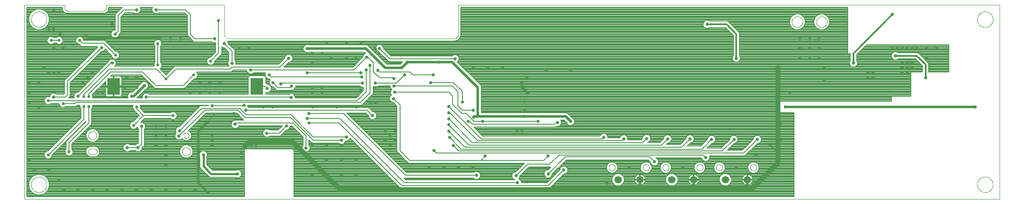
<source format=gbl>
G75*
%MOIN*%
%OFA0B0*%
%FSLAX25Y25*%
%IPPOS*%
%LPD*%
%AMOC8*
5,1,8,0,0,1.08239X$1,22.5*
%
%ADD10C,0.00000*%
%ADD11R,0.10236X0.13780*%
%ADD12C,0.05937*%
%ADD13C,0.02578*%
%ADD14C,0.01200*%
%ADD15C,0.02000*%
%ADD16C,0.04000*%
%ADD17C,0.00800*%
%ADD18C,0.03937*%
%ADD19C,0.01000*%
%ADD20C,0.02400*%
%ADD21C,0.00787*%
%ADD22C,0.01600*%
D10*
X0060586Y0028959D02*
X0060586Y0186439D01*
X0093066Y0186439D01*
X0093066Y0183487D01*
X0093068Y0183401D01*
X0093073Y0183315D01*
X0093083Y0183230D01*
X0093096Y0183145D01*
X0093113Y0183061D01*
X0093133Y0182977D01*
X0093157Y0182895D01*
X0093185Y0182814D01*
X0093216Y0182733D01*
X0093250Y0182655D01*
X0093288Y0182578D01*
X0093330Y0182503D01*
X0093374Y0182429D01*
X0093422Y0182358D01*
X0093473Y0182288D01*
X0093527Y0182221D01*
X0093583Y0182157D01*
X0093643Y0182095D01*
X0093705Y0182035D01*
X0093769Y0181979D01*
X0093836Y0181925D01*
X0093906Y0181874D01*
X0093977Y0181826D01*
X0094051Y0181782D01*
X0094126Y0181740D01*
X0094203Y0181702D01*
X0094281Y0181668D01*
X0094362Y0181637D01*
X0094443Y0181609D01*
X0094525Y0181585D01*
X0094609Y0181565D01*
X0094693Y0181548D01*
X0094778Y0181535D01*
X0094863Y0181525D01*
X0094949Y0181520D01*
X0095035Y0181518D01*
X0124562Y0181518D01*
X0124648Y0181520D01*
X0124734Y0181525D01*
X0124819Y0181535D01*
X0124904Y0181548D01*
X0124988Y0181565D01*
X0125072Y0181585D01*
X0125154Y0181609D01*
X0125235Y0181637D01*
X0125316Y0181668D01*
X0125394Y0181702D01*
X0125471Y0181740D01*
X0125547Y0181782D01*
X0125620Y0181826D01*
X0125691Y0181874D01*
X0125761Y0181925D01*
X0125828Y0181979D01*
X0125892Y0182035D01*
X0125954Y0182095D01*
X0126014Y0182157D01*
X0126070Y0182221D01*
X0126124Y0182288D01*
X0126175Y0182358D01*
X0126223Y0182429D01*
X0126267Y0182503D01*
X0126309Y0182578D01*
X0126347Y0182655D01*
X0126381Y0182733D01*
X0126412Y0182814D01*
X0126440Y0182895D01*
X0126464Y0182977D01*
X0126484Y0183061D01*
X0126501Y0183145D01*
X0126514Y0183230D01*
X0126524Y0183315D01*
X0126529Y0183401D01*
X0126531Y0183487D01*
X0126531Y0186439D01*
X0222003Y0186439D01*
X0222003Y0162817D01*
X0222005Y0162693D01*
X0222011Y0162570D01*
X0222020Y0162446D01*
X0222034Y0162324D01*
X0222051Y0162201D01*
X0222073Y0162079D01*
X0222098Y0161958D01*
X0222127Y0161838D01*
X0222159Y0161719D01*
X0222196Y0161600D01*
X0222236Y0161483D01*
X0222279Y0161368D01*
X0222327Y0161253D01*
X0222378Y0161141D01*
X0222432Y0161030D01*
X0222490Y0160920D01*
X0222551Y0160813D01*
X0222616Y0160707D01*
X0222684Y0160604D01*
X0222755Y0160503D01*
X0222829Y0160404D01*
X0222906Y0160307D01*
X0222987Y0160213D01*
X0223070Y0160122D01*
X0223156Y0160033D01*
X0223245Y0159947D01*
X0223336Y0159864D01*
X0223430Y0159783D01*
X0223527Y0159706D01*
X0223626Y0159632D01*
X0223727Y0159561D01*
X0223830Y0159493D01*
X0223936Y0159428D01*
X0224043Y0159367D01*
X0224153Y0159309D01*
X0224264Y0159255D01*
X0224376Y0159204D01*
X0224491Y0159156D01*
X0224606Y0159113D01*
X0224723Y0159073D01*
X0224842Y0159036D01*
X0224961Y0159004D01*
X0225081Y0158975D01*
X0225202Y0158950D01*
X0225324Y0158928D01*
X0225447Y0158911D01*
X0225569Y0158897D01*
X0225693Y0158888D01*
X0225816Y0158882D01*
X0225940Y0158880D01*
X0407043Y0158880D01*
X0407167Y0158882D01*
X0407290Y0158888D01*
X0407414Y0158897D01*
X0407536Y0158911D01*
X0407659Y0158928D01*
X0407781Y0158950D01*
X0407902Y0158975D01*
X0408022Y0159004D01*
X0408141Y0159036D01*
X0408260Y0159073D01*
X0408377Y0159113D01*
X0408492Y0159156D01*
X0408607Y0159204D01*
X0408719Y0159255D01*
X0408830Y0159309D01*
X0408940Y0159367D01*
X0409047Y0159428D01*
X0409153Y0159493D01*
X0409256Y0159561D01*
X0409357Y0159632D01*
X0409456Y0159706D01*
X0409553Y0159783D01*
X0409647Y0159864D01*
X0409738Y0159947D01*
X0409827Y0160033D01*
X0409913Y0160122D01*
X0409996Y0160213D01*
X0410077Y0160307D01*
X0410154Y0160404D01*
X0410228Y0160503D01*
X0410299Y0160604D01*
X0410367Y0160707D01*
X0410432Y0160813D01*
X0410493Y0160920D01*
X0410551Y0161030D01*
X0410605Y0161141D01*
X0410656Y0161253D01*
X0410704Y0161368D01*
X0410747Y0161483D01*
X0410787Y0161600D01*
X0410824Y0161719D01*
X0410856Y0161838D01*
X0410885Y0161958D01*
X0410910Y0162079D01*
X0410932Y0162201D01*
X0410949Y0162324D01*
X0410963Y0162446D01*
X0410972Y0162570D01*
X0410978Y0162693D01*
X0410980Y0162817D01*
X0410980Y0186439D01*
X0847987Y0186439D01*
X0847987Y0028959D01*
X0060586Y0028959D01*
X0066098Y0040770D02*
X0066100Y0040928D01*
X0066106Y0041086D01*
X0066116Y0041244D01*
X0066130Y0041402D01*
X0066148Y0041559D01*
X0066169Y0041716D01*
X0066195Y0041872D01*
X0066225Y0042028D01*
X0066258Y0042183D01*
X0066296Y0042336D01*
X0066337Y0042489D01*
X0066382Y0042641D01*
X0066431Y0042792D01*
X0066484Y0042941D01*
X0066540Y0043089D01*
X0066600Y0043235D01*
X0066664Y0043380D01*
X0066732Y0043523D01*
X0066803Y0043665D01*
X0066877Y0043805D01*
X0066955Y0043942D01*
X0067037Y0044078D01*
X0067121Y0044212D01*
X0067210Y0044343D01*
X0067301Y0044472D01*
X0067396Y0044599D01*
X0067493Y0044724D01*
X0067594Y0044846D01*
X0067698Y0044965D01*
X0067805Y0045082D01*
X0067915Y0045196D01*
X0068028Y0045307D01*
X0068143Y0045416D01*
X0068261Y0045521D01*
X0068382Y0045623D01*
X0068505Y0045723D01*
X0068631Y0045819D01*
X0068759Y0045912D01*
X0068889Y0046002D01*
X0069022Y0046088D01*
X0069157Y0046172D01*
X0069293Y0046251D01*
X0069432Y0046328D01*
X0069573Y0046400D01*
X0069715Y0046470D01*
X0069859Y0046535D01*
X0070005Y0046597D01*
X0070152Y0046655D01*
X0070301Y0046710D01*
X0070451Y0046761D01*
X0070602Y0046808D01*
X0070754Y0046851D01*
X0070907Y0046890D01*
X0071062Y0046926D01*
X0071217Y0046957D01*
X0071373Y0046985D01*
X0071529Y0047009D01*
X0071686Y0047029D01*
X0071844Y0047045D01*
X0072001Y0047057D01*
X0072160Y0047065D01*
X0072318Y0047069D01*
X0072476Y0047069D01*
X0072634Y0047065D01*
X0072793Y0047057D01*
X0072950Y0047045D01*
X0073108Y0047029D01*
X0073265Y0047009D01*
X0073421Y0046985D01*
X0073577Y0046957D01*
X0073732Y0046926D01*
X0073887Y0046890D01*
X0074040Y0046851D01*
X0074192Y0046808D01*
X0074343Y0046761D01*
X0074493Y0046710D01*
X0074642Y0046655D01*
X0074789Y0046597D01*
X0074935Y0046535D01*
X0075079Y0046470D01*
X0075221Y0046400D01*
X0075362Y0046328D01*
X0075501Y0046251D01*
X0075637Y0046172D01*
X0075772Y0046088D01*
X0075905Y0046002D01*
X0076035Y0045912D01*
X0076163Y0045819D01*
X0076289Y0045723D01*
X0076412Y0045623D01*
X0076533Y0045521D01*
X0076651Y0045416D01*
X0076766Y0045307D01*
X0076879Y0045196D01*
X0076989Y0045082D01*
X0077096Y0044965D01*
X0077200Y0044846D01*
X0077301Y0044724D01*
X0077398Y0044599D01*
X0077493Y0044472D01*
X0077584Y0044343D01*
X0077673Y0044212D01*
X0077757Y0044078D01*
X0077839Y0043942D01*
X0077917Y0043805D01*
X0077991Y0043665D01*
X0078062Y0043523D01*
X0078130Y0043380D01*
X0078194Y0043235D01*
X0078254Y0043089D01*
X0078310Y0042941D01*
X0078363Y0042792D01*
X0078412Y0042641D01*
X0078457Y0042489D01*
X0078498Y0042336D01*
X0078536Y0042183D01*
X0078569Y0042028D01*
X0078599Y0041872D01*
X0078625Y0041716D01*
X0078646Y0041559D01*
X0078664Y0041402D01*
X0078678Y0041244D01*
X0078688Y0041086D01*
X0078694Y0040928D01*
X0078696Y0040770D01*
X0078694Y0040612D01*
X0078688Y0040454D01*
X0078678Y0040296D01*
X0078664Y0040138D01*
X0078646Y0039981D01*
X0078625Y0039824D01*
X0078599Y0039668D01*
X0078569Y0039512D01*
X0078536Y0039357D01*
X0078498Y0039204D01*
X0078457Y0039051D01*
X0078412Y0038899D01*
X0078363Y0038748D01*
X0078310Y0038599D01*
X0078254Y0038451D01*
X0078194Y0038305D01*
X0078130Y0038160D01*
X0078062Y0038017D01*
X0077991Y0037875D01*
X0077917Y0037735D01*
X0077839Y0037598D01*
X0077757Y0037462D01*
X0077673Y0037328D01*
X0077584Y0037197D01*
X0077493Y0037068D01*
X0077398Y0036941D01*
X0077301Y0036816D01*
X0077200Y0036694D01*
X0077096Y0036575D01*
X0076989Y0036458D01*
X0076879Y0036344D01*
X0076766Y0036233D01*
X0076651Y0036124D01*
X0076533Y0036019D01*
X0076412Y0035917D01*
X0076289Y0035817D01*
X0076163Y0035721D01*
X0076035Y0035628D01*
X0075905Y0035538D01*
X0075772Y0035452D01*
X0075637Y0035368D01*
X0075501Y0035289D01*
X0075362Y0035212D01*
X0075221Y0035140D01*
X0075079Y0035070D01*
X0074935Y0035005D01*
X0074789Y0034943D01*
X0074642Y0034885D01*
X0074493Y0034830D01*
X0074343Y0034779D01*
X0074192Y0034732D01*
X0074040Y0034689D01*
X0073887Y0034650D01*
X0073732Y0034614D01*
X0073577Y0034583D01*
X0073421Y0034555D01*
X0073265Y0034531D01*
X0073108Y0034511D01*
X0072950Y0034495D01*
X0072793Y0034483D01*
X0072634Y0034475D01*
X0072476Y0034471D01*
X0072318Y0034471D01*
X0072160Y0034475D01*
X0072001Y0034483D01*
X0071844Y0034495D01*
X0071686Y0034511D01*
X0071529Y0034531D01*
X0071373Y0034555D01*
X0071217Y0034583D01*
X0071062Y0034614D01*
X0070907Y0034650D01*
X0070754Y0034689D01*
X0070602Y0034732D01*
X0070451Y0034779D01*
X0070301Y0034830D01*
X0070152Y0034885D01*
X0070005Y0034943D01*
X0069859Y0035005D01*
X0069715Y0035070D01*
X0069573Y0035140D01*
X0069432Y0035212D01*
X0069293Y0035289D01*
X0069157Y0035368D01*
X0069022Y0035452D01*
X0068889Y0035538D01*
X0068759Y0035628D01*
X0068631Y0035721D01*
X0068505Y0035817D01*
X0068382Y0035917D01*
X0068261Y0036019D01*
X0068143Y0036124D01*
X0068028Y0036233D01*
X0067915Y0036344D01*
X0067805Y0036458D01*
X0067698Y0036575D01*
X0067594Y0036694D01*
X0067493Y0036816D01*
X0067396Y0036941D01*
X0067301Y0037068D01*
X0067210Y0037197D01*
X0067121Y0037328D01*
X0067037Y0037462D01*
X0066955Y0037598D01*
X0066877Y0037735D01*
X0066803Y0037875D01*
X0066732Y0038017D01*
X0066664Y0038160D01*
X0066600Y0038305D01*
X0066540Y0038451D01*
X0066484Y0038599D01*
X0066431Y0038748D01*
X0066382Y0038899D01*
X0066337Y0039051D01*
X0066296Y0039204D01*
X0066258Y0039357D01*
X0066225Y0039512D01*
X0066195Y0039668D01*
X0066169Y0039824D01*
X0066148Y0039981D01*
X0066130Y0040138D01*
X0066116Y0040296D01*
X0066106Y0040454D01*
X0066100Y0040612D01*
X0066098Y0040770D01*
X0114326Y0065376D02*
X0117082Y0065376D01*
X0117082Y0065377D02*
X0117174Y0065379D01*
X0117266Y0065385D01*
X0117357Y0065395D01*
X0117448Y0065408D01*
X0117538Y0065426D01*
X0117628Y0065447D01*
X0117716Y0065472D01*
X0117803Y0065501D01*
X0117889Y0065533D01*
X0117974Y0065569D01*
X0118057Y0065609D01*
X0118138Y0065652D01*
X0118217Y0065698D01*
X0118294Y0065748D01*
X0118369Y0065801D01*
X0118442Y0065858D01*
X0118512Y0065917D01*
X0118580Y0065979D01*
X0118645Y0066044D01*
X0118707Y0066112D01*
X0118766Y0066182D01*
X0118823Y0066255D01*
X0118876Y0066330D01*
X0118926Y0066407D01*
X0118972Y0066486D01*
X0119015Y0066567D01*
X0119055Y0066650D01*
X0119091Y0066735D01*
X0119123Y0066821D01*
X0119152Y0066908D01*
X0119177Y0066996D01*
X0119198Y0067086D01*
X0119216Y0067176D01*
X0119229Y0067267D01*
X0119239Y0067358D01*
X0119245Y0067450D01*
X0119247Y0067542D01*
X0119245Y0067634D01*
X0119239Y0067726D01*
X0119229Y0067817D01*
X0119216Y0067908D01*
X0119198Y0067998D01*
X0119177Y0068088D01*
X0119152Y0068176D01*
X0119123Y0068263D01*
X0119091Y0068349D01*
X0119055Y0068434D01*
X0119015Y0068517D01*
X0118972Y0068598D01*
X0118926Y0068677D01*
X0118876Y0068754D01*
X0118823Y0068829D01*
X0118766Y0068902D01*
X0118707Y0068972D01*
X0118645Y0069040D01*
X0118580Y0069105D01*
X0118512Y0069167D01*
X0118442Y0069226D01*
X0118369Y0069283D01*
X0118294Y0069336D01*
X0118217Y0069386D01*
X0118138Y0069432D01*
X0118057Y0069475D01*
X0117974Y0069515D01*
X0117889Y0069551D01*
X0117803Y0069583D01*
X0117716Y0069612D01*
X0117628Y0069637D01*
X0117538Y0069658D01*
X0117448Y0069676D01*
X0117357Y0069689D01*
X0117266Y0069699D01*
X0117174Y0069705D01*
X0117082Y0069707D01*
X0114326Y0069707D01*
X0114326Y0069708D02*
X0114234Y0069702D01*
X0114143Y0069692D01*
X0114052Y0069678D01*
X0113962Y0069660D01*
X0113873Y0069639D01*
X0113784Y0069613D01*
X0113697Y0069584D01*
X0113611Y0069552D01*
X0113527Y0069516D01*
X0113444Y0069476D01*
X0113363Y0069433D01*
X0113284Y0069386D01*
X0113207Y0069336D01*
X0113132Y0069283D01*
X0113059Y0069226D01*
X0112989Y0069167D01*
X0112922Y0069105D01*
X0112857Y0069040D01*
X0112795Y0068972D01*
X0112735Y0068902D01*
X0112679Y0068829D01*
X0112626Y0068754D01*
X0112577Y0068677D01*
X0112530Y0068598D01*
X0112487Y0068516D01*
X0112448Y0068433D01*
X0112412Y0068349D01*
X0112379Y0068263D01*
X0112351Y0068176D01*
X0112326Y0068087D01*
X0112304Y0067998D01*
X0112287Y0067908D01*
X0112273Y0067817D01*
X0112264Y0067726D01*
X0112258Y0067634D01*
X0112256Y0067542D01*
X0112258Y0067450D01*
X0112264Y0067358D01*
X0112273Y0067267D01*
X0112287Y0067176D01*
X0112304Y0067086D01*
X0112326Y0066997D01*
X0112351Y0066908D01*
X0112379Y0066821D01*
X0112412Y0066735D01*
X0112448Y0066651D01*
X0112487Y0066568D01*
X0112530Y0066486D01*
X0112577Y0066407D01*
X0112626Y0066330D01*
X0112679Y0066255D01*
X0112735Y0066182D01*
X0112795Y0066112D01*
X0112857Y0066044D01*
X0112922Y0065979D01*
X0112989Y0065917D01*
X0113059Y0065858D01*
X0113132Y0065801D01*
X0113207Y0065748D01*
X0113284Y0065698D01*
X0113363Y0065651D01*
X0113444Y0065608D01*
X0113527Y0065568D01*
X0113611Y0065532D01*
X0113697Y0065500D01*
X0113784Y0065471D01*
X0113873Y0065445D01*
X0113962Y0065424D01*
X0114052Y0065406D01*
X0114143Y0065392D01*
X0114234Y0065382D01*
X0114326Y0065376D01*
X0112358Y0080534D02*
X0112360Y0080649D01*
X0112366Y0080765D01*
X0112376Y0080880D01*
X0112390Y0080995D01*
X0112408Y0081109D01*
X0112430Y0081222D01*
X0112455Y0081335D01*
X0112485Y0081446D01*
X0112518Y0081557D01*
X0112555Y0081666D01*
X0112596Y0081774D01*
X0112641Y0081881D01*
X0112689Y0081986D01*
X0112741Y0082089D01*
X0112797Y0082190D01*
X0112856Y0082290D01*
X0112918Y0082387D01*
X0112984Y0082482D01*
X0113052Y0082575D01*
X0113124Y0082665D01*
X0113199Y0082753D01*
X0113278Y0082838D01*
X0113359Y0082920D01*
X0113442Y0083000D01*
X0113529Y0083076D01*
X0113618Y0083150D01*
X0113709Y0083220D01*
X0113803Y0083288D01*
X0113899Y0083352D01*
X0113998Y0083412D01*
X0114098Y0083469D01*
X0114200Y0083523D01*
X0114304Y0083573D01*
X0114410Y0083620D01*
X0114517Y0083663D01*
X0114626Y0083702D01*
X0114736Y0083737D01*
X0114847Y0083768D01*
X0114959Y0083796D01*
X0115072Y0083820D01*
X0115186Y0083840D01*
X0115301Y0083856D01*
X0115416Y0083868D01*
X0115531Y0083876D01*
X0115646Y0083880D01*
X0115762Y0083880D01*
X0115877Y0083876D01*
X0115992Y0083868D01*
X0116107Y0083856D01*
X0116222Y0083840D01*
X0116336Y0083820D01*
X0116449Y0083796D01*
X0116561Y0083768D01*
X0116672Y0083737D01*
X0116782Y0083702D01*
X0116891Y0083663D01*
X0116998Y0083620D01*
X0117104Y0083573D01*
X0117208Y0083523D01*
X0117310Y0083469D01*
X0117410Y0083412D01*
X0117509Y0083352D01*
X0117605Y0083288D01*
X0117699Y0083220D01*
X0117790Y0083150D01*
X0117879Y0083076D01*
X0117966Y0083000D01*
X0118049Y0082920D01*
X0118130Y0082838D01*
X0118209Y0082753D01*
X0118284Y0082665D01*
X0118356Y0082575D01*
X0118424Y0082482D01*
X0118490Y0082387D01*
X0118552Y0082290D01*
X0118611Y0082190D01*
X0118667Y0082089D01*
X0118719Y0081986D01*
X0118767Y0081881D01*
X0118812Y0081774D01*
X0118853Y0081666D01*
X0118890Y0081557D01*
X0118923Y0081446D01*
X0118953Y0081335D01*
X0118978Y0081222D01*
X0119000Y0081109D01*
X0119018Y0080995D01*
X0119032Y0080880D01*
X0119042Y0080765D01*
X0119048Y0080649D01*
X0119050Y0080534D01*
X0119048Y0080419D01*
X0119042Y0080303D01*
X0119032Y0080188D01*
X0119018Y0080073D01*
X0119000Y0079959D01*
X0118978Y0079846D01*
X0118953Y0079733D01*
X0118923Y0079622D01*
X0118890Y0079511D01*
X0118853Y0079402D01*
X0118812Y0079294D01*
X0118767Y0079187D01*
X0118719Y0079082D01*
X0118667Y0078979D01*
X0118611Y0078878D01*
X0118552Y0078778D01*
X0118490Y0078681D01*
X0118424Y0078586D01*
X0118356Y0078493D01*
X0118284Y0078403D01*
X0118209Y0078315D01*
X0118130Y0078230D01*
X0118049Y0078148D01*
X0117966Y0078068D01*
X0117879Y0077992D01*
X0117790Y0077918D01*
X0117699Y0077848D01*
X0117605Y0077780D01*
X0117509Y0077716D01*
X0117410Y0077656D01*
X0117310Y0077599D01*
X0117208Y0077545D01*
X0117104Y0077495D01*
X0116998Y0077448D01*
X0116891Y0077405D01*
X0116782Y0077366D01*
X0116672Y0077331D01*
X0116561Y0077300D01*
X0116449Y0077272D01*
X0116336Y0077248D01*
X0116222Y0077228D01*
X0116107Y0077212D01*
X0115992Y0077200D01*
X0115877Y0077192D01*
X0115762Y0077188D01*
X0115646Y0077188D01*
X0115531Y0077192D01*
X0115416Y0077200D01*
X0115301Y0077212D01*
X0115186Y0077228D01*
X0115072Y0077248D01*
X0114959Y0077272D01*
X0114847Y0077300D01*
X0114736Y0077331D01*
X0114626Y0077366D01*
X0114517Y0077405D01*
X0114410Y0077448D01*
X0114304Y0077495D01*
X0114200Y0077545D01*
X0114098Y0077599D01*
X0113998Y0077656D01*
X0113899Y0077716D01*
X0113803Y0077780D01*
X0113709Y0077848D01*
X0113618Y0077918D01*
X0113529Y0077992D01*
X0113442Y0078068D01*
X0113359Y0078148D01*
X0113278Y0078230D01*
X0113199Y0078315D01*
X0113124Y0078403D01*
X0113052Y0078493D01*
X0112984Y0078586D01*
X0112918Y0078681D01*
X0112856Y0078778D01*
X0112797Y0078878D01*
X0112741Y0078979D01*
X0112689Y0079082D01*
X0112641Y0079187D01*
X0112596Y0079294D01*
X0112555Y0079402D01*
X0112518Y0079511D01*
X0112485Y0079622D01*
X0112455Y0079733D01*
X0112430Y0079846D01*
X0112408Y0079959D01*
X0112390Y0080073D01*
X0112376Y0080188D01*
X0112366Y0080303D01*
X0112360Y0080419D01*
X0112358Y0080534D01*
X0189130Y0080534D02*
X0189132Y0080627D01*
X0189138Y0080719D01*
X0189148Y0080811D01*
X0189162Y0080902D01*
X0189179Y0080993D01*
X0189201Y0081083D01*
X0189226Y0081172D01*
X0189255Y0081260D01*
X0189288Y0081346D01*
X0189325Y0081431D01*
X0189365Y0081515D01*
X0189409Y0081596D01*
X0189456Y0081676D01*
X0189506Y0081754D01*
X0189560Y0081829D01*
X0189617Y0081902D01*
X0189677Y0081972D01*
X0189740Y0082040D01*
X0189806Y0082105D01*
X0189874Y0082167D01*
X0189945Y0082227D01*
X0190019Y0082283D01*
X0190095Y0082336D01*
X0190173Y0082385D01*
X0190253Y0082432D01*
X0190335Y0082474D01*
X0190419Y0082514D01*
X0190504Y0082549D01*
X0190591Y0082581D01*
X0190679Y0082610D01*
X0190768Y0082634D01*
X0190858Y0082655D01*
X0190949Y0082671D01*
X0191041Y0082684D01*
X0191133Y0082693D01*
X0191226Y0082698D01*
X0191318Y0082699D01*
X0191411Y0082696D01*
X0191503Y0082689D01*
X0191595Y0082678D01*
X0191686Y0082663D01*
X0191777Y0082645D01*
X0191867Y0082622D01*
X0191955Y0082596D01*
X0192043Y0082566D01*
X0192129Y0082532D01*
X0192213Y0082495D01*
X0192296Y0082453D01*
X0192377Y0082409D01*
X0192457Y0082361D01*
X0192534Y0082310D01*
X0192608Y0082255D01*
X0192681Y0082197D01*
X0192751Y0082137D01*
X0192818Y0082073D01*
X0192882Y0082007D01*
X0192944Y0081937D01*
X0193002Y0081866D01*
X0193057Y0081792D01*
X0193109Y0081715D01*
X0193158Y0081636D01*
X0193204Y0081556D01*
X0193246Y0081473D01*
X0193284Y0081389D01*
X0193319Y0081303D01*
X0193350Y0081216D01*
X0193377Y0081128D01*
X0193400Y0081038D01*
X0193420Y0080948D01*
X0193436Y0080857D01*
X0193448Y0080765D01*
X0193456Y0080673D01*
X0193460Y0080580D01*
X0193460Y0080488D01*
X0193456Y0080395D01*
X0193448Y0080303D01*
X0193436Y0080211D01*
X0193420Y0080120D01*
X0193400Y0080030D01*
X0193377Y0079940D01*
X0193350Y0079852D01*
X0193319Y0079765D01*
X0193284Y0079679D01*
X0193246Y0079595D01*
X0193204Y0079512D01*
X0193158Y0079432D01*
X0193109Y0079353D01*
X0193057Y0079276D01*
X0193002Y0079202D01*
X0192944Y0079131D01*
X0192882Y0079061D01*
X0192818Y0078995D01*
X0192751Y0078931D01*
X0192681Y0078871D01*
X0192608Y0078813D01*
X0192534Y0078758D01*
X0192457Y0078707D01*
X0192378Y0078659D01*
X0192296Y0078615D01*
X0192213Y0078573D01*
X0192129Y0078536D01*
X0192043Y0078502D01*
X0191955Y0078472D01*
X0191867Y0078446D01*
X0191777Y0078423D01*
X0191686Y0078405D01*
X0191595Y0078390D01*
X0191503Y0078379D01*
X0191411Y0078372D01*
X0191318Y0078369D01*
X0191226Y0078370D01*
X0191133Y0078375D01*
X0191041Y0078384D01*
X0190949Y0078397D01*
X0190858Y0078413D01*
X0190768Y0078434D01*
X0190679Y0078458D01*
X0190591Y0078487D01*
X0190504Y0078519D01*
X0190419Y0078554D01*
X0190335Y0078594D01*
X0190253Y0078636D01*
X0190173Y0078683D01*
X0190095Y0078732D01*
X0190019Y0078785D01*
X0189945Y0078841D01*
X0189874Y0078901D01*
X0189806Y0078963D01*
X0189740Y0079028D01*
X0189677Y0079096D01*
X0189617Y0079166D01*
X0189560Y0079239D01*
X0189506Y0079314D01*
X0189456Y0079392D01*
X0189409Y0079472D01*
X0189365Y0079553D01*
X0189325Y0079637D01*
X0189288Y0079722D01*
X0189255Y0079808D01*
X0189226Y0079896D01*
X0189201Y0079985D01*
X0189179Y0080075D01*
X0189162Y0080166D01*
X0189148Y0080257D01*
X0189138Y0080349D01*
X0189132Y0080441D01*
X0189130Y0080534D01*
X0187949Y0067542D02*
X0187951Y0067657D01*
X0187957Y0067773D01*
X0187967Y0067888D01*
X0187981Y0068003D01*
X0187999Y0068117D01*
X0188021Y0068230D01*
X0188046Y0068343D01*
X0188076Y0068454D01*
X0188109Y0068565D01*
X0188146Y0068674D01*
X0188187Y0068782D01*
X0188232Y0068889D01*
X0188280Y0068994D01*
X0188332Y0069097D01*
X0188388Y0069198D01*
X0188447Y0069298D01*
X0188509Y0069395D01*
X0188575Y0069490D01*
X0188643Y0069583D01*
X0188715Y0069673D01*
X0188790Y0069761D01*
X0188869Y0069846D01*
X0188950Y0069928D01*
X0189033Y0070008D01*
X0189120Y0070084D01*
X0189209Y0070158D01*
X0189300Y0070228D01*
X0189394Y0070296D01*
X0189490Y0070360D01*
X0189589Y0070420D01*
X0189689Y0070477D01*
X0189791Y0070531D01*
X0189895Y0070581D01*
X0190001Y0070628D01*
X0190108Y0070671D01*
X0190217Y0070710D01*
X0190327Y0070745D01*
X0190438Y0070776D01*
X0190550Y0070804D01*
X0190663Y0070828D01*
X0190777Y0070848D01*
X0190892Y0070864D01*
X0191007Y0070876D01*
X0191122Y0070884D01*
X0191237Y0070888D01*
X0191353Y0070888D01*
X0191468Y0070884D01*
X0191583Y0070876D01*
X0191698Y0070864D01*
X0191813Y0070848D01*
X0191927Y0070828D01*
X0192040Y0070804D01*
X0192152Y0070776D01*
X0192263Y0070745D01*
X0192373Y0070710D01*
X0192482Y0070671D01*
X0192589Y0070628D01*
X0192695Y0070581D01*
X0192799Y0070531D01*
X0192901Y0070477D01*
X0193001Y0070420D01*
X0193100Y0070360D01*
X0193196Y0070296D01*
X0193290Y0070228D01*
X0193381Y0070158D01*
X0193470Y0070084D01*
X0193557Y0070008D01*
X0193640Y0069928D01*
X0193721Y0069846D01*
X0193800Y0069761D01*
X0193875Y0069673D01*
X0193947Y0069583D01*
X0194015Y0069490D01*
X0194081Y0069395D01*
X0194143Y0069298D01*
X0194202Y0069198D01*
X0194258Y0069097D01*
X0194310Y0068994D01*
X0194358Y0068889D01*
X0194403Y0068782D01*
X0194444Y0068674D01*
X0194481Y0068565D01*
X0194514Y0068454D01*
X0194544Y0068343D01*
X0194569Y0068230D01*
X0194591Y0068117D01*
X0194609Y0068003D01*
X0194623Y0067888D01*
X0194633Y0067773D01*
X0194639Y0067657D01*
X0194641Y0067542D01*
X0194639Y0067427D01*
X0194633Y0067311D01*
X0194623Y0067196D01*
X0194609Y0067081D01*
X0194591Y0066967D01*
X0194569Y0066854D01*
X0194544Y0066741D01*
X0194514Y0066630D01*
X0194481Y0066519D01*
X0194444Y0066410D01*
X0194403Y0066302D01*
X0194358Y0066195D01*
X0194310Y0066090D01*
X0194258Y0065987D01*
X0194202Y0065886D01*
X0194143Y0065786D01*
X0194081Y0065689D01*
X0194015Y0065594D01*
X0193947Y0065501D01*
X0193875Y0065411D01*
X0193800Y0065323D01*
X0193721Y0065238D01*
X0193640Y0065156D01*
X0193557Y0065076D01*
X0193470Y0065000D01*
X0193381Y0064926D01*
X0193290Y0064856D01*
X0193196Y0064788D01*
X0193100Y0064724D01*
X0193001Y0064664D01*
X0192901Y0064607D01*
X0192799Y0064553D01*
X0192695Y0064503D01*
X0192589Y0064456D01*
X0192482Y0064413D01*
X0192373Y0064374D01*
X0192263Y0064339D01*
X0192152Y0064308D01*
X0192040Y0064280D01*
X0191927Y0064256D01*
X0191813Y0064236D01*
X0191698Y0064220D01*
X0191583Y0064208D01*
X0191468Y0064200D01*
X0191353Y0064196D01*
X0191237Y0064196D01*
X0191122Y0064200D01*
X0191007Y0064208D01*
X0190892Y0064220D01*
X0190777Y0064236D01*
X0190663Y0064256D01*
X0190550Y0064280D01*
X0190438Y0064308D01*
X0190327Y0064339D01*
X0190217Y0064374D01*
X0190108Y0064413D01*
X0190001Y0064456D01*
X0189895Y0064503D01*
X0189791Y0064553D01*
X0189689Y0064607D01*
X0189589Y0064664D01*
X0189490Y0064724D01*
X0189394Y0064788D01*
X0189300Y0064856D01*
X0189209Y0064926D01*
X0189120Y0065000D01*
X0189033Y0065076D01*
X0188950Y0065156D01*
X0188869Y0065238D01*
X0188790Y0065323D01*
X0188715Y0065411D01*
X0188643Y0065501D01*
X0188575Y0065594D01*
X0188509Y0065689D01*
X0188447Y0065786D01*
X0188388Y0065886D01*
X0188332Y0065987D01*
X0188280Y0066090D01*
X0188232Y0066195D01*
X0188187Y0066302D01*
X0188146Y0066410D01*
X0188109Y0066519D01*
X0188076Y0066630D01*
X0188046Y0066741D01*
X0188021Y0066854D01*
X0187999Y0066967D01*
X0187981Y0067081D01*
X0187967Y0067196D01*
X0187957Y0067311D01*
X0187951Y0067427D01*
X0187949Y0067542D01*
X0066098Y0174628D02*
X0066100Y0174786D01*
X0066106Y0174944D01*
X0066116Y0175102D01*
X0066130Y0175260D01*
X0066148Y0175417D01*
X0066169Y0175574D01*
X0066195Y0175730D01*
X0066225Y0175886D01*
X0066258Y0176041D01*
X0066296Y0176194D01*
X0066337Y0176347D01*
X0066382Y0176499D01*
X0066431Y0176650D01*
X0066484Y0176799D01*
X0066540Y0176947D01*
X0066600Y0177093D01*
X0066664Y0177238D01*
X0066732Y0177381D01*
X0066803Y0177523D01*
X0066877Y0177663D01*
X0066955Y0177800D01*
X0067037Y0177936D01*
X0067121Y0178070D01*
X0067210Y0178201D01*
X0067301Y0178330D01*
X0067396Y0178457D01*
X0067493Y0178582D01*
X0067594Y0178704D01*
X0067698Y0178823D01*
X0067805Y0178940D01*
X0067915Y0179054D01*
X0068028Y0179165D01*
X0068143Y0179274D01*
X0068261Y0179379D01*
X0068382Y0179481D01*
X0068505Y0179581D01*
X0068631Y0179677D01*
X0068759Y0179770D01*
X0068889Y0179860D01*
X0069022Y0179946D01*
X0069157Y0180030D01*
X0069293Y0180109D01*
X0069432Y0180186D01*
X0069573Y0180258D01*
X0069715Y0180328D01*
X0069859Y0180393D01*
X0070005Y0180455D01*
X0070152Y0180513D01*
X0070301Y0180568D01*
X0070451Y0180619D01*
X0070602Y0180666D01*
X0070754Y0180709D01*
X0070907Y0180748D01*
X0071062Y0180784D01*
X0071217Y0180815D01*
X0071373Y0180843D01*
X0071529Y0180867D01*
X0071686Y0180887D01*
X0071844Y0180903D01*
X0072001Y0180915D01*
X0072160Y0180923D01*
X0072318Y0180927D01*
X0072476Y0180927D01*
X0072634Y0180923D01*
X0072793Y0180915D01*
X0072950Y0180903D01*
X0073108Y0180887D01*
X0073265Y0180867D01*
X0073421Y0180843D01*
X0073577Y0180815D01*
X0073732Y0180784D01*
X0073887Y0180748D01*
X0074040Y0180709D01*
X0074192Y0180666D01*
X0074343Y0180619D01*
X0074493Y0180568D01*
X0074642Y0180513D01*
X0074789Y0180455D01*
X0074935Y0180393D01*
X0075079Y0180328D01*
X0075221Y0180258D01*
X0075362Y0180186D01*
X0075501Y0180109D01*
X0075637Y0180030D01*
X0075772Y0179946D01*
X0075905Y0179860D01*
X0076035Y0179770D01*
X0076163Y0179677D01*
X0076289Y0179581D01*
X0076412Y0179481D01*
X0076533Y0179379D01*
X0076651Y0179274D01*
X0076766Y0179165D01*
X0076879Y0179054D01*
X0076989Y0178940D01*
X0077096Y0178823D01*
X0077200Y0178704D01*
X0077301Y0178582D01*
X0077398Y0178457D01*
X0077493Y0178330D01*
X0077584Y0178201D01*
X0077673Y0178070D01*
X0077757Y0177936D01*
X0077839Y0177800D01*
X0077917Y0177663D01*
X0077991Y0177523D01*
X0078062Y0177381D01*
X0078130Y0177238D01*
X0078194Y0177093D01*
X0078254Y0176947D01*
X0078310Y0176799D01*
X0078363Y0176650D01*
X0078412Y0176499D01*
X0078457Y0176347D01*
X0078498Y0176194D01*
X0078536Y0176041D01*
X0078569Y0175886D01*
X0078599Y0175730D01*
X0078625Y0175574D01*
X0078646Y0175417D01*
X0078664Y0175260D01*
X0078678Y0175102D01*
X0078688Y0174944D01*
X0078694Y0174786D01*
X0078696Y0174628D01*
X0078694Y0174470D01*
X0078688Y0174312D01*
X0078678Y0174154D01*
X0078664Y0173996D01*
X0078646Y0173839D01*
X0078625Y0173682D01*
X0078599Y0173526D01*
X0078569Y0173370D01*
X0078536Y0173215D01*
X0078498Y0173062D01*
X0078457Y0172909D01*
X0078412Y0172757D01*
X0078363Y0172606D01*
X0078310Y0172457D01*
X0078254Y0172309D01*
X0078194Y0172163D01*
X0078130Y0172018D01*
X0078062Y0171875D01*
X0077991Y0171733D01*
X0077917Y0171593D01*
X0077839Y0171456D01*
X0077757Y0171320D01*
X0077673Y0171186D01*
X0077584Y0171055D01*
X0077493Y0170926D01*
X0077398Y0170799D01*
X0077301Y0170674D01*
X0077200Y0170552D01*
X0077096Y0170433D01*
X0076989Y0170316D01*
X0076879Y0170202D01*
X0076766Y0170091D01*
X0076651Y0169982D01*
X0076533Y0169877D01*
X0076412Y0169775D01*
X0076289Y0169675D01*
X0076163Y0169579D01*
X0076035Y0169486D01*
X0075905Y0169396D01*
X0075772Y0169310D01*
X0075637Y0169226D01*
X0075501Y0169147D01*
X0075362Y0169070D01*
X0075221Y0168998D01*
X0075079Y0168928D01*
X0074935Y0168863D01*
X0074789Y0168801D01*
X0074642Y0168743D01*
X0074493Y0168688D01*
X0074343Y0168637D01*
X0074192Y0168590D01*
X0074040Y0168547D01*
X0073887Y0168508D01*
X0073732Y0168472D01*
X0073577Y0168441D01*
X0073421Y0168413D01*
X0073265Y0168389D01*
X0073108Y0168369D01*
X0072950Y0168353D01*
X0072793Y0168341D01*
X0072634Y0168333D01*
X0072476Y0168329D01*
X0072318Y0168329D01*
X0072160Y0168333D01*
X0072001Y0168341D01*
X0071844Y0168353D01*
X0071686Y0168369D01*
X0071529Y0168389D01*
X0071373Y0168413D01*
X0071217Y0168441D01*
X0071062Y0168472D01*
X0070907Y0168508D01*
X0070754Y0168547D01*
X0070602Y0168590D01*
X0070451Y0168637D01*
X0070301Y0168688D01*
X0070152Y0168743D01*
X0070005Y0168801D01*
X0069859Y0168863D01*
X0069715Y0168928D01*
X0069573Y0168998D01*
X0069432Y0169070D01*
X0069293Y0169147D01*
X0069157Y0169226D01*
X0069022Y0169310D01*
X0068889Y0169396D01*
X0068759Y0169486D01*
X0068631Y0169579D01*
X0068505Y0169675D01*
X0068382Y0169775D01*
X0068261Y0169877D01*
X0068143Y0169982D01*
X0068028Y0170091D01*
X0067915Y0170202D01*
X0067805Y0170316D01*
X0067698Y0170433D01*
X0067594Y0170552D01*
X0067493Y0170674D01*
X0067396Y0170799D01*
X0067301Y0170926D01*
X0067210Y0171055D01*
X0067121Y0171186D01*
X0067037Y0171320D01*
X0066955Y0171456D01*
X0066877Y0171593D01*
X0066803Y0171733D01*
X0066732Y0171875D01*
X0066664Y0172018D01*
X0066600Y0172163D01*
X0066540Y0172309D01*
X0066484Y0172457D01*
X0066431Y0172606D01*
X0066382Y0172757D01*
X0066337Y0172909D01*
X0066296Y0173062D01*
X0066258Y0173215D01*
X0066225Y0173370D01*
X0066195Y0173526D01*
X0066169Y0173682D01*
X0066148Y0173839D01*
X0066130Y0173996D01*
X0066116Y0174154D01*
X0066106Y0174312D01*
X0066100Y0174470D01*
X0066098Y0174628D01*
X0532436Y0054550D02*
X0532438Y0054651D01*
X0532444Y0054752D01*
X0532454Y0054853D01*
X0532468Y0054953D01*
X0532486Y0055052D01*
X0532508Y0055151D01*
X0532533Y0055249D01*
X0532563Y0055346D01*
X0532596Y0055441D01*
X0532633Y0055535D01*
X0532674Y0055628D01*
X0532718Y0055719D01*
X0532766Y0055808D01*
X0532818Y0055895D01*
X0532873Y0055980D01*
X0532931Y0056062D01*
X0532992Y0056143D01*
X0533057Y0056221D01*
X0533124Y0056296D01*
X0533194Y0056368D01*
X0533268Y0056438D01*
X0533344Y0056505D01*
X0533422Y0056569D01*
X0533503Y0056629D01*
X0533586Y0056686D01*
X0533672Y0056740D01*
X0533760Y0056791D01*
X0533849Y0056838D01*
X0533940Y0056882D01*
X0534033Y0056921D01*
X0534128Y0056958D01*
X0534223Y0056990D01*
X0534320Y0057019D01*
X0534419Y0057043D01*
X0534517Y0057064D01*
X0534617Y0057081D01*
X0534717Y0057094D01*
X0534818Y0057103D01*
X0534919Y0057108D01*
X0535020Y0057109D01*
X0535121Y0057106D01*
X0535222Y0057099D01*
X0535323Y0057088D01*
X0535423Y0057073D01*
X0535522Y0057054D01*
X0535621Y0057031D01*
X0535718Y0057005D01*
X0535815Y0056974D01*
X0535910Y0056940D01*
X0536003Y0056902D01*
X0536096Y0056860D01*
X0536186Y0056815D01*
X0536275Y0056766D01*
X0536361Y0056714D01*
X0536445Y0056658D01*
X0536528Y0056599D01*
X0536607Y0056537D01*
X0536685Y0056472D01*
X0536759Y0056404D01*
X0536831Y0056332D01*
X0536900Y0056259D01*
X0536966Y0056182D01*
X0537029Y0056103D01*
X0537089Y0056021D01*
X0537145Y0055937D01*
X0537198Y0055851D01*
X0537248Y0055763D01*
X0537294Y0055673D01*
X0537337Y0055582D01*
X0537376Y0055488D01*
X0537411Y0055393D01*
X0537442Y0055297D01*
X0537470Y0055200D01*
X0537494Y0055102D01*
X0537514Y0055003D01*
X0537530Y0054903D01*
X0537542Y0054802D01*
X0537550Y0054702D01*
X0537554Y0054601D01*
X0537554Y0054499D01*
X0537550Y0054398D01*
X0537542Y0054298D01*
X0537530Y0054197D01*
X0537514Y0054097D01*
X0537494Y0053998D01*
X0537470Y0053900D01*
X0537442Y0053803D01*
X0537411Y0053707D01*
X0537376Y0053612D01*
X0537337Y0053518D01*
X0537294Y0053427D01*
X0537248Y0053337D01*
X0537198Y0053249D01*
X0537145Y0053163D01*
X0537089Y0053079D01*
X0537029Y0052997D01*
X0536966Y0052918D01*
X0536900Y0052841D01*
X0536831Y0052768D01*
X0536759Y0052696D01*
X0536685Y0052628D01*
X0536607Y0052563D01*
X0536528Y0052501D01*
X0536445Y0052442D01*
X0536361Y0052386D01*
X0536274Y0052334D01*
X0536186Y0052285D01*
X0536096Y0052240D01*
X0536003Y0052198D01*
X0535910Y0052160D01*
X0535815Y0052126D01*
X0535718Y0052095D01*
X0535621Y0052069D01*
X0535522Y0052046D01*
X0535423Y0052027D01*
X0535323Y0052012D01*
X0535222Y0052001D01*
X0535121Y0051994D01*
X0535020Y0051991D01*
X0534919Y0051992D01*
X0534818Y0051997D01*
X0534717Y0052006D01*
X0534617Y0052019D01*
X0534517Y0052036D01*
X0534419Y0052057D01*
X0534320Y0052081D01*
X0534223Y0052110D01*
X0534128Y0052142D01*
X0534033Y0052179D01*
X0533940Y0052218D01*
X0533849Y0052262D01*
X0533760Y0052309D01*
X0533672Y0052360D01*
X0533586Y0052414D01*
X0533503Y0052471D01*
X0533422Y0052531D01*
X0533344Y0052595D01*
X0533268Y0052662D01*
X0533194Y0052732D01*
X0533124Y0052804D01*
X0533057Y0052879D01*
X0532992Y0052957D01*
X0532931Y0053038D01*
X0532873Y0053120D01*
X0532818Y0053205D01*
X0532766Y0053292D01*
X0532718Y0053381D01*
X0532674Y0053472D01*
X0532633Y0053565D01*
X0532596Y0053659D01*
X0532563Y0053754D01*
X0532533Y0053851D01*
X0532508Y0053949D01*
X0532486Y0054048D01*
X0532468Y0054147D01*
X0532454Y0054247D01*
X0532444Y0054348D01*
X0532438Y0054449D01*
X0532436Y0054550D01*
X0559995Y0054550D02*
X0559997Y0054651D01*
X0560003Y0054752D01*
X0560013Y0054853D01*
X0560027Y0054953D01*
X0560045Y0055052D01*
X0560067Y0055151D01*
X0560092Y0055249D01*
X0560122Y0055346D01*
X0560155Y0055441D01*
X0560192Y0055535D01*
X0560233Y0055628D01*
X0560277Y0055719D01*
X0560325Y0055808D01*
X0560377Y0055895D01*
X0560432Y0055980D01*
X0560490Y0056062D01*
X0560551Y0056143D01*
X0560616Y0056221D01*
X0560683Y0056296D01*
X0560753Y0056368D01*
X0560827Y0056438D01*
X0560903Y0056505D01*
X0560981Y0056569D01*
X0561062Y0056629D01*
X0561145Y0056686D01*
X0561231Y0056740D01*
X0561319Y0056791D01*
X0561408Y0056838D01*
X0561499Y0056882D01*
X0561592Y0056921D01*
X0561687Y0056958D01*
X0561782Y0056990D01*
X0561879Y0057019D01*
X0561978Y0057043D01*
X0562076Y0057064D01*
X0562176Y0057081D01*
X0562276Y0057094D01*
X0562377Y0057103D01*
X0562478Y0057108D01*
X0562579Y0057109D01*
X0562680Y0057106D01*
X0562781Y0057099D01*
X0562882Y0057088D01*
X0562982Y0057073D01*
X0563081Y0057054D01*
X0563180Y0057031D01*
X0563277Y0057005D01*
X0563374Y0056974D01*
X0563469Y0056940D01*
X0563562Y0056902D01*
X0563655Y0056860D01*
X0563745Y0056815D01*
X0563834Y0056766D01*
X0563920Y0056714D01*
X0564004Y0056658D01*
X0564087Y0056599D01*
X0564166Y0056537D01*
X0564244Y0056472D01*
X0564318Y0056404D01*
X0564390Y0056332D01*
X0564459Y0056259D01*
X0564525Y0056182D01*
X0564588Y0056103D01*
X0564648Y0056021D01*
X0564704Y0055937D01*
X0564757Y0055851D01*
X0564807Y0055763D01*
X0564853Y0055673D01*
X0564896Y0055582D01*
X0564935Y0055488D01*
X0564970Y0055393D01*
X0565001Y0055297D01*
X0565029Y0055200D01*
X0565053Y0055102D01*
X0565073Y0055003D01*
X0565089Y0054903D01*
X0565101Y0054802D01*
X0565109Y0054702D01*
X0565113Y0054601D01*
X0565113Y0054499D01*
X0565109Y0054398D01*
X0565101Y0054298D01*
X0565089Y0054197D01*
X0565073Y0054097D01*
X0565053Y0053998D01*
X0565029Y0053900D01*
X0565001Y0053803D01*
X0564970Y0053707D01*
X0564935Y0053612D01*
X0564896Y0053518D01*
X0564853Y0053427D01*
X0564807Y0053337D01*
X0564757Y0053249D01*
X0564704Y0053163D01*
X0564648Y0053079D01*
X0564588Y0052997D01*
X0564525Y0052918D01*
X0564459Y0052841D01*
X0564390Y0052768D01*
X0564318Y0052696D01*
X0564244Y0052628D01*
X0564166Y0052563D01*
X0564087Y0052501D01*
X0564004Y0052442D01*
X0563920Y0052386D01*
X0563833Y0052334D01*
X0563745Y0052285D01*
X0563655Y0052240D01*
X0563562Y0052198D01*
X0563469Y0052160D01*
X0563374Y0052126D01*
X0563277Y0052095D01*
X0563180Y0052069D01*
X0563081Y0052046D01*
X0562982Y0052027D01*
X0562882Y0052012D01*
X0562781Y0052001D01*
X0562680Y0051994D01*
X0562579Y0051991D01*
X0562478Y0051992D01*
X0562377Y0051997D01*
X0562276Y0052006D01*
X0562176Y0052019D01*
X0562076Y0052036D01*
X0561978Y0052057D01*
X0561879Y0052081D01*
X0561782Y0052110D01*
X0561687Y0052142D01*
X0561592Y0052179D01*
X0561499Y0052218D01*
X0561408Y0052262D01*
X0561319Y0052309D01*
X0561231Y0052360D01*
X0561145Y0052414D01*
X0561062Y0052471D01*
X0560981Y0052531D01*
X0560903Y0052595D01*
X0560827Y0052662D01*
X0560753Y0052732D01*
X0560683Y0052804D01*
X0560616Y0052879D01*
X0560551Y0052957D01*
X0560490Y0053038D01*
X0560432Y0053120D01*
X0560377Y0053205D01*
X0560325Y0053292D01*
X0560277Y0053381D01*
X0560233Y0053472D01*
X0560192Y0053565D01*
X0560155Y0053659D01*
X0560122Y0053754D01*
X0560092Y0053851D01*
X0560067Y0053949D01*
X0560045Y0054048D01*
X0560027Y0054147D01*
X0560013Y0054247D01*
X0560003Y0054348D01*
X0559997Y0054449D01*
X0559995Y0054550D01*
X0575743Y0054550D02*
X0575745Y0054651D01*
X0575751Y0054752D01*
X0575761Y0054853D01*
X0575775Y0054953D01*
X0575793Y0055052D01*
X0575815Y0055151D01*
X0575840Y0055249D01*
X0575870Y0055346D01*
X0575903Y0055441D01*
X0575940Y0055535D01*
X0575981Y0055628D01*
X0576025Y0055719D01*
X0576073Y0055808D01*
X0576125Y0055895D01*
X0576180Y0055980D01*
X0576238Y0056062D01*
X0576299Y0056143D01*
X0576364Y0056221D01*
X0576431Y0056296D01*
X0576501Y0056368D01*
X0576575Y0056438D01*
X0576651Y0056505D01*
X0576729Y0056569D01*
X0576810Y0056629D01*
X0576893Y0056686D01*
X0576979Y0056740D01*
X0577067Y0056791D01*
X0577156Y0056838D01*
X0577247Y0056882D01*
X0577340Y0056921D01*
X0577435Y0056958D01*
X0577530Y0056990D01*
X0577627Y0057019D01*
X0577726Y0057043D01*
X0577824Y0057064D01*
X0577924Y0057081D01*
X0578024Y0057094D01*
X0578125Y0057103D01*
X0578226Y0057108D01*
X0578327Y0057109D01*
X0578428Y0057106D01*
X0578529Y0057099D01*
X0578630Y0057088D01*
X0578730Y0057073D01*
X0578829Y0057054D01*
X0578928Y0057031D01*
X0579025Y0057005D01*
X0579122Y0056974D01*
X0579217Y0056940D01*
X0579310Y0056902D01*
X0579403Y0056860D01*
X0579493Y0056815D01*
X0579582Y0056766D01*
X0579668Y0056714D01*
X0579752Y0056658D01*
X0579835Y0056599D01*
X0579914Y0056537D01*
X0579992Y0056472D01*
X0580066Y0056404D01*
X0580138Y0056332D01*
X0580207Y0056259D01*
X0580273Y0056182D01*
X0580336Y0056103D01*
X0580396Y0056021D01*
X0580452Y0055937D01*
X0580505Y0055851D01*
X0580555Y0055763D01*
X0580601Y0055673D01*
X0580644Y0055582D01*
X0580683Y0055488D01*
X0580718Y0055393D01*
X0580749Y0055297D01*
X0580777Y0055200D01*
X0580801Y0055102D01*
X0580821Y0055003D01*
X0580837Y0054903D01*
X0580849Y0054802D01*
X0580857Y0054702D01*
X0580861Y0054601D01*
X0580861Y0054499D01*
X0580857Y0054398D01*
X0580849Y0054298D01*
X0580837Y0054197D01*
X0580821Y0054097D01*
X0580801Y0053998D01*
X0580777Y0053900D01*
X0580749Y0053803D01*
X0580718Y0053707D01*
X0580683Y0053612D01*
X0580644Y0053518D01*
X0580601Y0053427D01*
X0580555Y0053337D01*
X0580505Y0053249D01*
X0580452Y0053163D01*
X0580396Y0053079D01*
X0580336Y0052997D01*
X0580273Y0052918D01*
X0580207Y0052841D01*
X0580138Y0052768D01*
X0580066Y0052696D01*
X0579992Y0052628D01*
X0579914Y0052563D01*
X0579835Y0052501D01*
X0579752Y0052442D01*
X0579668Y0052386D01*
X0579581Y0052334D01*
X0579493Y0052285D01*
X0579403Y0052240D01*
X0579310Y0052198D01*
X0579217Y0052160D01*
X0579122Y0052126D01*
X0579025Y0052095D01*
X0578928Y0052069D01*
X0578829Y0052046D01*
X0578730Y0052027D01*
X0578630Y0052012D01*
X0578529Y0052001D01*
X0578428Y0051994D01*
X0578327Y0051991D01*
X0578226Y0051992D01*
X0578125Y0051997D01*
X0578024Y0052006D01*
X0577924Y0052019D01*
X0577824Y0052036D01*
X0577726Y0052057D01*
X0577627Y0052081D01*
X0577530Y0052110D01*
X0577435Y0052142D01*
X0577340Y0052179D01*
X0577247Y0052218D01*
X0577156Y0052262D01*
X0577067Y0052309D01*
X0576979Y0052360D01*
X0576893Y0052414D01*
X0576810Y0052471D01*
X0576729Y0052531D01*
X0576651Y0052595D01*
X0576575Y0052662D01*
X0576501Y0052732D01*
X0576431Y0052804D01*
X0576364Y0052879D01*
X0576299Y0052957D01*
X0576238Y0053038D01*
X0576180Y0053120D01*
X0576125Y0053205D01*
X0576073Y0053292D01*
X0576025Y0053381D01*
X0575981Y0053472D01*
X0575940Y0053565D01*
X0575903Y0053659D01*
X0575870Y0053754D01*
X0575840Y0053851D01*
X0575815Y0053949D01*
X0575793Y0054048D01*
X0575775Y0054147D01*
X0575761Y0054247D01*
X0575751Y0054348D01*
X0575745Y0054449D01*
X0575743Y0054550D01*
X0603302Y0054550D02*
X0603304Y0054651D01*
X0603310Y0054752D01*
X0603320Y0054853D01*
X0603334Y0054953D01*
X0603352Y0055052D01*
X0603374Y0055151D01*
X0603399Y0055249D01*
X0603429Y0055346D01*
X0603462Y0055441D01*
X0603499Y0055535D01*
X0603540Y0055628D01*
X0603584Y0055719D01*
X0603632Y0055808D01*
X0603684Y0055895D01*
X0603739Y0055980D01*
X0603797Y0056062D01*
X0603858Y0056143D01*
X0603923Y0056221D01*
X0603990Y0056296D01*
X0604060Y0056368D01*
X0604134Y0056438D01*
X0604210Y0056505D01*
X0604288Y0056569D01*
X0604369Y0056629D01*
X0604452Y0056686D01*
X0604538Y0056740D01*
X0604626Y0056791D01*
X0604715Y0056838D01*
X0604806Y0056882D01*
X0604899Y0056921D01*
X0604994Y0056958D01*
X0605089Y0056990D01*
X0605186Y0057019D01*
X0605285Y0057043D01*
X0605383Y0057064D01*
X0605483Y0057081D01*
X0605583Y0057094D01*
X0605684Y0057103D01*
X0605785Y0057108D01*
X0605886Y0057109D01*
X0605987Y0057106D01*
X0606088Y0057099D01*
X0606189Y0057088D01*
X0606289Y0057073D01*
X0606388Y0057054D01*
X0606487Y0057031D01*
X0606584Y0057005D01*
X0606681Y0056974D01*
X0606776Y0056940D01*
X0606869Y0056902D01*
X0606962Y0056860D01*
X0607052Y0056815D01*
X0607141Y0056766D01*
X0607227Y0056714D01*
X0607311Y0056658D01*
X0607394Y0056599D01*
X0607473Y0056537D01*
X0607551Y0056472D01*
X0607625Y0056404D01*
X0607697Y0056332D01*
X0607766Y0056259D01*
X0607832Y0056182D01*
X0607895Y0056103D01*
X0607955Y0056021D01*
X0608011Y0055937D01*
X0608064Y0055851D01*
X0608114Y0055763D01*
X0608160Y0055673D01*
X0608203Y0055582D01*
X0608242Y0055488D01*
X0608277Y0055393D01*
X0608308Y0055297D01*
X0608336Y0055200D01*
X0608360Y0055102D01*
X0608380Y0055003D01*
X0608396Y0054903D01*
X0608408Y0054802D01*
X0608416Y0054702D01*
X0608420Y0054601D01*
X0608420Y0054499D01*
X0608416Y0054398D01*
X0608408Y0054298D01*
X0608396Y0054197D01*
X0608380Y0054097D01*
X0608360Y0053998D01*
X0608336Y0053900D01*
X0608308Y0053803D01*
X0608277Y0053707D01*
X0608242Y0053612D01*
X0608203Y0053518D01*
X0608160Y0053427D01*
X0608114Y0053337D01*
X0608064Y0053249D01*
X0608011Y0053163D01*
X0607955Y0053079D01*
X0607895Y0052997D01*
X0607832Y0052918D01*
X0607766Y0052841D01*
X0607697Y0052768D01*
X0607625Y0052696D01*
X0607551Y0052628D01*
X0607473Y0052563D01*
X0607394Y0052501D01*
X0607311Y0052442D01*
X0607227Y0052386D01*
X0607140Y0052334D01*
X0607052Y0052285D01*
X0606962Y0052240D01*
X0606869Y0052198D01*
X0606776Y0052160D01*
X0606681Y0052126D01*
X0606584Y0052095D01*
X0606487Y0052069D01*
X0606388Y0052046D01*
X0606289Y0052027D01*
X0606189Y0052012D01*
X0606088Y0052001D01*
X0605987Y0051994D01*
X0605886Y0051991D01*
X0605785Y0051992D01*
X0605684Y0051997D01*
X0605583Y0052006D01*
X0605483Y0052019D01*
X0605383Y0052036D01*
X0605285Y0052057D01*
X0605186Y0052081D01*
X0605089Y0052110D01*
X0604994Y0052142D01*
X0604899Y0052179D01*
X0604806Y0052218D01*
X0604715Y0052262D01*
X0604626Y0052309D01*
X0604538Y0052360D01*
X0604452Y0052414D01*
X0604369Y0052471D01*
X0604288Y0052531D01*
X0604210Y0052595D01*
X0604134Y0052662D01*
X0604060Y0052732D01*
X0603990Y0052804D01*
X0603923Y0052879D01*
X0603858Y0052957D01*
X0603797Y0053038D01*
X0603739Y0053120D01*
X0603684Y0053205D01*
X0603632Y0053292D01*
X0603584Y0053381D01*
X0603540Y0053472D01*
X0603499Y0053565D01*
X0603462Y0053659D01*
X0603429Y0053754D01*
X0603399Y0053851D01*
X0603374Y0053949D01*
X0603352Y0054048D01*
X0603334Y0054147D01*
X0603320Y0054247D01*
X0603310Y0054348D01*
X0603304Y0054449D01*
X0603302Y0054550D01*
X0619051Y0054550D02*
X0619053Y0054651D01*
X0619059Y0054752D01*
X0619069Y0054853D01*
X0619083Y0054953D01*
X0619101Y0055052D01*
X0619123Y0055151D01*
X0619148Y0055249D01*
X0619178Y0055346D01*
X0619211Y0055441D01*
X0619248Y0055535D01*
X0619289Y0055628D01*
X0619333Y0055719D01*
X0619381Y0055808D01*
X0619433Y0055895D01*
X0619488Y0055980D01*
X0619546Y0056062D01*
X0619607Y0056143D01*
X0619672Y0056221D01*
X0619739Y0056296D01*
X0619809Y0056368D01*
X0619883Y0056438D01*
X0619959Y0056505D01*
X0620037Y0056569D01*
X0620118Y0056629D01*
X0620201Y0056686D01*
X0620287Y0056740D01*
X0620375Y0056791D01*
X0620464Y0056838D01*
X0620555Y0056882D01*
X0620648Y0056921D01*
X0620743Y0056958D01*
X0620838Y0056990D01*
X0620935Y0057019D01*
X0621034Y0057043D01*
X0621132Y0057064D01*
X0621232Y0057081D01*
X0621332Y0057094D01*
X0621433Y0057103D01*
X0621534Y0057108D01*
X0621635Y0057109D01*
X0621736Y0057106D01*
X0621837Y0057099D01*
X0621938Y0057088D01*
X0622038Y0057073D01*
X0622137Y0057054D01*
X0622236Y0057031D01*
X0622333Y0057005D01*
X0622430Y0056974D01*
X0622525Y0056940D01*
X0622618Y0056902D01*
X0622711Y0056860D01*
X0622801Y0056815D01*
X0622890Y0056766D01*
X0622976Y0056714D01*
X0623060Y0056658D01*
X0623143Y0056599D01*
X0623222Y0056537D01*
X0623300Y0056472D01*
X0623374Y0056404D01*
X0623446Y0056332D01*
X0623515Y0056259D01*
X0623581Y0056182D01*
X0623644Y0056103D01*
X0623704Y0056021D01*
X0623760Y0055937D01*
X0623813Y0055851D01*
X0623863Y0055763D01*
X0623909Y0055673D01*
X0623952Y0055582D01*
X0623991Y0055488D01*
X0624026Y0055393D01*
X0624057Y0055297D01*
X0624085Y0055200D01*
X0624109Y0055102D01*
X0624129Y0055003D01*
X0624145Y0054903D01*
X0624157Y0054802D01*
X0624165Y0054702D01*
X0624169Y0054601D01*
X0624169Y0054499D01*
X0624165Y0054398D01*
X0624157Y0054298D01*
X0624145Y0054197D01*
X0624129Y0054097D01*
X0624109Y0053998D01*
X0624085Y0053900D01*
X0624057Y0053803D01*
X0624026Y0053707D01*
X0623991Y0053612D01*
X0623952Y0053518D01*
X0623909Y0053427D01*
X0623863Y0053337D01*
X0623813Y0053249D01*
X0623760Y0053163D01*
X0623704Y0053079D01*
X0623644Y0052997D01*
X0623581Y0052918D01*
X0623515Y0052841D01*
X0623446Y0052768D01*
X0623374Y0052696D01*
X0623300Y0052628D01*
X0623222Y0052563D01*
X0623143Y0052501D01*
X0623060Y0052442D01*
X0622976Y0052386D01*
X0622889Y0052334D01*
X0622801Y0052285D01*
X0622711Y0052240D01*
X0622618Y0052198D01*
X0622525Y0052160D01*
X0622430Y0052126D01*
X0622333Y0052095D01*
X0622236Y0052069D01*
X0622137Y0052046D01*
X0622038Y0052027D01*
X0621938Y0052012D01*
X0621837Y0052001D01*
X0621736Y0051994D01*
X0621635Y0051991D01*
X0621534Y0051992D01*
X0621433Y0051997D01*
X0621332Y0052006D01*
X0621232Y0052019D01*
X0621132Y0052036D01*
X0621034Y0052057D01*
X0620935Y0052081D01*
X0620838Y0052110D01*
X0620743Y0052142D01*
X0620648Y0052179D01*
X0620555Y0052218D01*
X0620464Y0052262D01*
X0620375Y0052309D01*
X0620287Y0052360D01*
X0620201Y0052414D01*
X0620118Y0052471D01*
X0620037Y0052531D01*
X0619959Y0052595D01*
X0619883Y0052662D01*
X0619809Y0052732D01*
X0619739Y0052804D01*
X0619672Y0052879D01*
X0619607Y0052957D01*
X0619546Y0053038D01*
X0619488Y0053120D01*
X0619433Y0053205D01*
X0619381Y0053292D01*
X0619333Y0053381D01*
X0619289Y0053472D01*
X0619248Y0053565D01*
X0619211Y0053659D01*
X0619178Y0053754D01*
X0619148Y0053851D01*
X0619123Y0053949D01*
X0619101Y0054048D01*
X0619083Y0054147D01*
X0619069Y0054247D01*
X0619059Y0054348D01*
X0619053Y0054449D01*
X0619051Y0054550D01*
X0646610Y0054550D02*
X0646612Y0054651D01*
X0646618Y0054752D01*
X0646628Y0054853D01*
X0646642Y0054953D01*
X0646660Y0055052D01*
X0646682Y0055151D01*
X0646707Y0055249D01*
X0646737Y0055346D01*
X0646770Y0055441D01*
X0646807Y0055535D01*
X0646848Y0055628D01*
X0646892Y0055719D01*
X0646940Y0055808D01*
X0646992Y0055895D01*
X0647047Y0055980D01*
X0647105Y0056062D01*
X0647166Y0056143D01*
X0647231Y0056221D01*
X0647298Y0056296D01*
X0647368Y0056368D01*
X0647442Y0056438D01*
X0647518Y0056505D01*
X0647596Y0056569D01*
X0647677Y0056629D01*
X0647760Y0056686D01*
X0647846Y0056740D01*
X0647934Y0056791D01*
X0648023Y0056838D01*
X0648114Y0056882D01*
X0648207Y0056921D01*
X0648302Y0056958D01*
X0648397Y0056990D01*
X0648494Y0057019D01*
X0648593Y0057043D01*
X0648691Y0057064D01*
X0648791Y0057081D01*
X0648891Y0057094D01*
X0648992Y0057103D01*
X0649093Y0057108D01*
X0649194Y0057109D01*
X0649295Y0057106D01*
X0649396Y0057099D01*
X0649497Y0057088D01*
X0649597Y0057073D01*
X0649696Y0057054D01*
X0649795Y0057031D01*
X0649892Y0057005D01*
X0649989Y0056974D01*
X0650084Y0056940D01*
X0650177Y0056902D01*
X0650270Y0056860D01*
X0650360Y0056815D01*
X0650449Y0056766D01*
X0650535Y0056714D01*
X0650619Y0056658D01*
X0650702Y0056599D01*
X0650781Y0056537D01*
X0650859Y0056472D01*
X0650933Y0056404D01*
X0651005Y0056332D01*
X0651074Y0056259D01*
X0651140Y0056182D01*
X0651203Y0056103D01*
X0651263Y0056021D01*
X0651319Y0055937D01*
X0651372Y0055851D01*
X0651422Y0055763D01*
X0651468Y0055673D01*
X0651511Y0055582D01*
X0651550Y0055488D01*
X0651585Y0055393D01*
X0651616Y0055297D01*
X0651644Y0055200D01*
X0651668Y0055102D01*
X0651688Y0055003D01*
X0651704Y0054903D01*
X0651716Y0054802D01*
X0651724Y0054702D01*
X0651728Y0054601D01*
X0651728Y0054499D01*
X0651724Y0054398D01*
X0651716Y0054298D01*
X0651704Y0054197D01*
X0651688Y0054097D01*
X0651668Y0053998D01*
X0651644Y0053900D01*
X0651616Y0053803D01*
X0651585Y0053707D01*
X0651550Y0053612D01*
X0651511Y0053518D01*
X0651468Y0053427D01*
X0651422Y0053337D01*
X0651372Y0053249D01*
X0651319Y0053163D01*
X0651263Y0053079D01*
X0651203Y0052997D01*
X0651140Y0052918D01*
X0651074Y0052841D01*
X0651005Y0052768D01*
X0650933Y0052696D01*
X0650859Y0052628D01*
X0650781Y0052563D01*
X0650702Y0052501D01*
X0650619Y0052442D01*
X0650535Y0052386D01*
X0650448Y0052334D01*
X0650360Y0052285D01*
X0650270Y0052240D01*
X0650177Y0052198D01*
X0650084Y0052160D01*
X0649989Y0052126D01*
X0649892Y0052095D01*
X0649795Y0052069D01*
X0649696Y0052046D01*
X0649597Y0052027D01*
X0649497Y0052012D01*
X0649396Y0052001D01*
X0649295Y0051994D01*
X0649194Y0051991D01*
X0649093Y0051992D01*
X0648992Y0051997D01*
X0648891Y0052006D01*
X0648791Y0052019D01*
X0648691Y0052036D01*
X0648593Y0052057D01*
X0648494Y0052081D01*
X0648397Y0052110D01*
X0648302Y0052142D01*
X0648207Y0052179D01*
X0648114Y0052218D01*
X0648023Y0052262D01*
X0647934Y0052309D01*
X0647846Y0052360D01*
X0647760Y0052414D01*
X0647677Y0052471D01*
X0647596Y0052531D01*
X0647518Y0052595D01*
X0647442Y0052662D01*
X0647368Y0052732D01*
X0647298Y0052804D01*
X0647231Y0052879D01*
X0647166Y0052957D01*
X0647105Y0053038D01*
X0647047Y0053120D01*
X0646992Y0053205D01*
X0646940Y0053292D01*
X0646892Y0053381D01*
X0646848Y0053472D01*
X0646807Y0053565D01*
X0646770Y0053659D01*
X0646737Y0053754D01*
X0646707Y0053851D01*
X0646682Y0053949D01*
X0646660Y0054048D01*
X0646642Y0054147D01*
X0646628Y0054247D01*
X0646618Y0054348D01*
X0646612Y0054449D01*
X0646610Y0054550D01*
X0829877Y0040770D02*
X0829879Y0040928D01*
X0829885Y0041086D01*
X0829895Y0041244D01*
X0829909Y0041402D01*
X0829927Y0041559D01*
X0829948Y0041716D01*
X0829974Y0041872D01*
X0830004Y0042028D01*
X0830037Y0042183D01*
X0830075Y0042336D01*
X0830116Y0042489D01*
X0830161Y0042641D01*
X0830210Y0042792D01*
X0830263Y0042941D01*
X0830319Y0043089D01*
X0830379Y0043235D01*
X0830443Y0043380D01*
X0830511Y0043523D01*
X0830582Y0043665D01*
X0830656Y0043805D01*
X0830734Y0043942D01*
X0830816Y0044078D01*
X0830900Y0044212D01*
X0830989Y0044343D01*
X0831080Y0044472D01*
X0831175Y0044599D01*
X0831272Y0044724D01*
X0831373Y0044846D01*
X0831477Y0044965D01*
X0831584Y0045082D01*
X0831694Y0045196D01*
X0831807Y0045307D01*
X0831922Y0045416D01*
X0832040Y0045521D01*
X0832161Y0045623D01*
X0832284Y0045723D01*
X0832410Y0045819D01*
X0832538Y0045912D01*
X0832668Y0046002D01*
X0832801Y0046088D01*
X0832936Y0046172D01*
X0833072Y0046251D01*
X0833211Y0046328D01*
X0833352Y0046400D01*
X0833494Y0046470D01*
X0833638Y0046535D01*
X0833784Y0046597D01*
X0833931Y0046655D01*
X0834080Y0046710D01*
X0834230Y0046761D01*
X0834381Y0046808D01*
X0834533Y0046851D01*
X0834686Y0046890D01*
X0834841Y0046926D01*
X0834996Y0046957D01*
X0835152Y0046985D01*
X0835308Y0047009D01*
X0835465Y0047029D01*
X0835623Y0047045D01*
X0835780Y0047057D01*
X0835939Y0047065D01*
X0836097Y0047069D01*
X0836255Y0047069D01*
X0836413Y0047065D01*
X0836572Y0047057D01*
X0836729Y0047045D01*
X0836887Y0047029D01*
X0837044Y0047009D01*
X0837200Y0046985D01*
X0837356Y0046957D01*
X0837511Y0046926D01*
X0837666Y0046890D01*
X0837819Y0046851D01*
X0837971Y0046808D01*
X0838122Y0046761D01*
X0838272Y0046710D01*
X0838421Y0046655D01*
X0838568Y0046597D01*
X0838714Y0046535D01*
X0838858Y0046470D01*
X0839000Y0046400D01*
X0839141Y0046328D01*
X0839280Y0046251D01*
X0839416Y0046172D01*
X0839551Y0046088D01*
X0839684Y0046002D01*
X0839814Y0045912D01*
X0839942Y0045819D01*
X0840068Y0045723D01*
X0840191Y0045623D01*
X0840312Y0045521D01*
X0840430Y0045416D01*
X0840545Y0045307D01*
X0840658Y0045196D01*
X0840768Y0045082D01*
X0840875Y0044965D01*
X0840979Y0044846D01*
X0841080Y0044724D01*
X0841177Y0044599D01*
X0841272Y0044472D01*
X0841363Y0044343D01*
X0841452Y0044212D01*
X0841536Y0044078D01*
X0841618Y0043942D01*
X0841696Y0043805D01*
X0841770Y0043665D01*
X0841841Y0043523D01*
X0841909Y0043380D01*
X0841973Y0043235D01*
X0842033Y0043089D01*
X0842089Y0042941D01*
X0842142Y0042792D01*
X0842191Y0042641D01*
X0842236Y0042489D01*
X0842277Y0042336D01*
X0842315Y0042183D01*
X0842348Y0042028D01*
X0842378Y0041872D01*
X0842404Y0041716D01*
X0842425Y0041559D01*
X0842443Y0041402D01*
X0842457Y0041244D01*
X0842467Y0041086D01*
X0842473Y0040928D01*
X0842475Y0040770D01*
X0842473Y0040612D01*
X0842467Y0040454D01*
X0842457Y0040296D01*
X0842443Y0040138D01*
X0842425Y0039981D01*
X0842404Y0039824D01*
X0842378Y0039668D01*
X0842348Y0039512D01*
X0842315Y0039357D01*
X0842277Y0039204D01*
X0842236Y0039051D01*
X0842191Y0038899D01*
X0842142Y0038748D01*
X0842089Y0038599D01*
X0842033Y0038451D01*
X0841973Y0038305D01*
X0841909Y0038160D01*
X0841841Y0038017D01*
X0841770Y0037875D01*
X0841696Y0037735D01*
X0841618Y0037598D01*
X0841536Y0037462D01*
X0841452Y0037328D01*
X0841363Y0037197D01*
X0841272Y0037068D01*
X0841177Y0036941D01*
X0841080Y0036816D01*
X0840979Y0036694D01*
X0840875Y0036575D01*
X0840768Y0036458D01*
X0840658Y0036344D01*
X0840545Y0036233D01*
X0840430Y0036124D01*
X0840312Y0036019D01*
X0840191Y0035917D01*
X0840068Y0035817D01*
X0839942Y0035721D01*
X0839814Y0035628D01*
X0839684Y0035538D01*
X0839551Y0035452D01*
X0839416Y0035368D01*
X0839280Y0035289D01*
X0839141Y0035212D01*
X0839000Y0035140D01*
X0838858Y0035070D01*
X0838714Y0035005D01*
X0838568Y0034943D01*
X0838421Y0034885D01*
X0838272Y0034830D01*
X0838122Y0034779D01*
X0837971Y0034732D01*
X0837819Y0034689D01*
X0837666Y0034650D01*
X0837511Y0034614D01*
X0837356Y0034583D01*
X0837200Y0034555D01*
X0837044Y0034531D01*
X0836887Y0034511D01*
X0836729Y0034495D01*
X0836572Y0034483D01*
X0836413Y0034475D01*
X0836255Y0034471D01*
X0836097Y0034471D01*
X0835939Y0034475D01*
X0835780Y0034483D01*
X0835623Y0034495D01*
X0835465Y0034511D01*
X0835308Y0034531D01*
X0835152Y0034555D01*
X0834996Y0034583D01*
X0834841Y0034614D01*
X0834686Y0034650D01*
X0834533Y0034689D01*
X0834381Y0034732D01*
X0834230Y0034779D01*
X0834080Y0034830D01*
X0833931Y0034885D01*
X0833784Y0034943D01*
X0833638Y0035005D01*
X0833494Y0035070D01*
X0833352Y0035140D01*
X0833211Y0035212D01*
X0833072Y0035289D01*
X0832936Y0035368D01*
X0832801Y0035452D01*
X0832668Y0035538D01*
X0832538Y0035628D01*
X0832410Y0035721D01*
X0832284Y0035817D01*
X0832161Y0035917D01*
X0832040Y0036019D01*
X0831922Y0036124D01*
X0831807Y0036233D01*
X0831694Y0036344D01*
X0831584Y0036458D01*
X0831477Y0036575D01*
X0831373Y0036694D01*
X0831272Y0036816D01*
X0831175Y0036941D01*
X0831080Y0037068D01*
X0830989Y0037197D01*
X0830900Y0037328D01*
X0830816Y0037462D01*
X0830734Y0037598D01*
X0830656Y0037735D01*
X0830582Y0037875D01*
X0830511Y0038017D01*
X0830443Y0038160D01*
X0830379Y0038305D01*
X0830319Y0038451D01*
X0830263Y0038599D01*
X0830210Y0038748D01*
X0830161Y0038899D01*
X0830116Y0039051D01*
X0830075Y0039204D01*
X0830037Y0039357D01*
X0830004Y0039512D01*
X0829974Y0039668D01*
X0829948Y0039824D01*
X0829927Y0039981D01*
X0829909Y0040138D01*
X0829895Y0040296D01*
X0829885Y0040454D01*
X0829879Y0040612D01*
X0829877Y0040770D01*
X0699956Y0172660D02*
X0699958Y0172791D01*
X0699964Y0172923D01*
X0699974Y0173054D01*
X0699988Y0173185D01*
X0700006Y0173315D01*
X0700028Y0173444D01*
X0700053Y0173573D01*
X0700083Y0173701D01*
X0700117Y0173828D01*
X0700154Y0173955D01*
X0700195Y0174079D01*
X0700240Y0174203D01*
X0700289Y0174325D01*
X0700341Y0174446D01*
X0700397Y0174564D01*
X0700457Y0174682D01*
X0700520Y0174797D01*
X0700587Y0174910D01*
X0700657Y0175022D01*
X0700730Y0175131D01*
X0700806Y0175237D01*
X0700886Y0175342D01*
X0700969Y0175444D01*
X0701055Y0175543D01*
X0701144Y0175640D01*
X0701236Y0175734D01*
X0701331Y0175825D01*
X0701428Y0175914D01*
X0701528Y0175999D01*
X0701631Y0176081D01*
X0701736Y0176160D01*
X0701843Y0176236D01*
X0701953Y0176308D01*
X0702065Y0176377D01*
X0702179Y0176443D01*
X0702294Y0176505D01*
X0702412Y0176564D01*
X0702531Y0176619D01*
X0702652Y0176671D01*
X0702775Y0176718D01*
X0702899Y0176762D01*
X0703024Y0176803D01*
X0703150Y0176839D01*
X0703278Y0176872D01*
X0703406Y0176900D01*
X0703535Y0176925D01*
X0703665Y0176946D01*
X0703795Y0176963D01*
X0703926Y0176976D01*
X0704057Y0176985D01*
X0704188Y0176990D01*
X0704320Y0176991D01*
X0704451Y0176988D01*
X0704583Y0176981D01*
X0704714Y0176970D01*
X0704844Y0176955D01*
X0704974Y0176936D01*
X0705104Y0176913D01*
X0705232Y0176887D01*
X0705360Y0176856D01*
X0705487Y0176821D01*
X0705613Y0176783D01*
X0705737Y0176741D01*
X0705861Y0176695D01*
X0705982Y0176645D01*
X0706102Y0176592D01*
X0706221Y0176535D01*
X0706338Y0176475D01*
X0706452Y0176411D01*
X0706565Y0176343D01*
X0706676Y0176272D01*
X0706785Y0176198D01*
X0706891Y0176121D01*
X0706995Y0176040D01*
X0707096Y0175957D01*
X0707195Y0175870D01*
X0707291Y0175780D01*
X0707384Y0175687D01*
X0707475Y0175592D01*
X0707562Y0175494D01*
X0707647Y0175393D01*
X0707728Y0175290D01*
X0707806Y0175184D01*
X0707881Y0175076D01*
X0707953Y0174966D01*
X0708021Y0174854D01*
X0708086Y0174740D01*
X0708147Y0174623D01*
X0708205Y0174505D01*
X0708259Y0174385D01*
X0708310Y0174264D01*
X0708357Y0174141D01*
X0708400Y0174017D01*
X0708439Y0173892D01*
X0708475Y0173765D01*
X0708506Y0173637D01*
X0708534Y0173509D01*
X0708558Y0173380D01*
X0708578Y0173250D01*
X0708594Y0173119D01*
X0708606Y0172988D01*
X0708614Y0172857D01*
X0708618Y0172726D01*
X0708618Y0172594D01*
X0708614Y0172463D01*
X0708606Y0172332D01*
X0708594Y0172201D01*
X0708578Y0172070D01*
X0708558Y0171940D01*
X0708534Y0171811D01*
X0708506Y0171683D01*
X0708475Y0171555D01*
X0708439Y0171428D01*
X0708400Y0171303D01*
X0708357Y0171179D01*
X0708310Y0171056D01*
X0708259Y0170935D01*
X0708205Y0170815D01*
X0708147Y0170697D01*
X0708086Y0170580D01*
X0708021Y0170466D01*
X0707953Y0170354D01*
X0707881Y0170244D01*
X0707806Y0170136D01*
X0707728Y0170030D01*
X0707647Y0169927D01*
X0707562Y0169826D01*
X0707475Y0169728D01*
X0707384Y0169633D01*
X0707291Y0169540D01*
X0707195Y0169450D01*
X0707096Y0169363D01*
X0706995Y0169280D01*
X0706891Y0169199D01*
X0706785Y0169122D01*
X0706676Y0169048D01*
X0706565Y0168977D01*
X0706453Y0168909D01*
X0706338Y0168845D01*
X0706221Y0168785D01*
X0706102Y0168728D01*
X0705982Y0168675D01*
X0705861Y0168625D01*
X0705737Y0168579D01*
X0705613Y0168537D01*
X0705487Y0168499D01*
X0705360Y0168464D01*
X0705232Y0168433D01*
X0705104Y0168407D01*
X0704974Y0168384D01*
X0704844Y0168365D01*
X0704714Y0168350D01*
X0704583Y0168339D01*
X0704451Y0168332D01*
X0704320Y0168329D01*
X0704188Y0168330D01*
X0704057Y0168335D01*
X0703926Y0168344D01*
X0703795Y0168357D01*
X0703665Y0168374D01*
X0703535Y0168395D01*
X0703406Y0168420D01*
X0703278Y0168448D01*
X0703150Y0168481D01*
X0703024Y0168517D01*
X0702899Y0168558D01*
X0702775Y0168602D01*
X0702652Y0168649D01*
X0702531Y0168701D01*
X0702412Y0168756D01*
X0702294Y0168815D01*
X0702179Y0168877D01*
X0702065Y0168943D01*
X0701953Y0169012D01*
X0701843Y0169084D01*
X0701736Y0169160D01*
X0701631Y0169239D01*
X0701528Y0169321D01*
X0701428Y0169406D01*
X0701331Y0169495D01*
X0701236Y0169586D01*
X0701144Y0169680D01*
X0701055Y0169777D01*
X0700969Y0169876D01*
X0700886Y0169978D01*
X0700806Y0170083D01*
X0700730Y0170189D01*
X0700657Y0170298D01*
X0700587Y0170410D01*
X0700520Y0170523D01*
X0700457Y0170638D01*
X0700397Y0170756D01*
X0700341Y0170874D01*
X0700289Y0170995D01*
X0700240Y0171117D01*
X0700195Y0171241D01*
X0700154Y0171365D01*
X0700117Y0171492D01*
X0700083Y0171619D01*
X0700053Y0171747D01*
X0700028Y0171876D01*
X0700006Y0172005D01*
X0699988Y0172135D01*
X0699974Y0172266D01*
X0699964Y0172397D01*
X0699958Y0172529D01*
X0699956Y0172660D01*
X0680271Y0172660D02*
X0680273Y0172791D01*
X0680279Y0172923D01*
X0680289Y0173054D01*
X0680303Y0173185D01*
X0680321Y0173315D01*
X0680343Y0173444D01*
X0680368Y0173573D01*
X0680398Y0173701D01*
X0680432Y0173828D01*
X0680469Y0173955D01*
X0680510Y0174079D01*
X0680555Y0174203D01*
X0680604Y0174325D01*
X0680656Y0174446D01*
X0680712Y0174564D01*
X0680772Y0174682D01*
X0680835Y0174797D01*
X0680902Y0174910D01*
X0680972Y0175022D01*
X0681045Y0175131D01*
X0681121Y0175237D01*
X0681201Y0175342D01*
X0681284Y0175444D01*
X0681370Y0175543D01*
X0681459Y0175640D01*
X0681551Y0175734D01*
X0681646Y0175825D01*
X0681743Y0175914D01*
X0681843Y0175999D01*
X0681946Y0176081D01*
X0682051Y0176160D01*
X0682158Y0176236D01*
X0682268Y0176308D01*
X0682380Y0176377D01*
X0682494Y0176443D01*
X0682609Y0176505D01*
X0682727Y0176564D01*
X0682846Y0176619D01*
X0682967Y0176671D01*
X0683090Y0176718D01*
X0683214Y0176762D01*
X0683339Y0176803D01*
X0683465Y0176839D01*
X0683593Y0176872D01*
X0683721Y0176900D01*
X0683850Y0176925D01*
X0683980Y0176946D01*
X0684110Y0176963D01*
X0684241Y0176976D01*
X0684372Y0176985D01*
X0684503Y0176990D01*
X0684635Y0176991D01*
X0684766Y0176988D01*
X0684898Y0176981D01*
X0685029Y0176970D01*
X0685159Y0176955D01*
X0685289Y0176936D01*
X0685419Y0176913D01*
X0685547Y0176887D01*
X0685675Y0176856D01*
X0685802Y0176821D01*
X0685928Y0176783D01*
X0686052Y0176741D01*
X0686176Y0176695D01*
X0686297Y0176645D01*
X0686417Y0176592D01*
X0686536Y0176535D01*
X0686653Y0176475D01*
X0686767Y0176411D01*
X0686880Y0176343D01*
X0686991Y0176272D01*
X0687100Y0176198D01*
X0687206Y0176121D01*
X0687310Y0176040D01*
X0687411Y0175957D01*
X0687510Y0175870D01*
X0687606Y0175780D01*
X0687699Y0175687D01*
X0687790Y0175592D01*
X0687877Y0175494D01*
X0687962Y0175393D01*
X0688043Y0175290D01*
X0688121Y0175184D01*
X0688196Y0175076D01*
X0688268Y0174966D01*
X0688336Y0174854D01*
X0688401Y0174740D01*
X0688462Y0174623D01*
X0688520Y0174505D01*
X0688574Y0174385D01*
X0688625Y0174264D01*
X0688672Y0174141D01*
X0688715Y0174017D01*
X0688754Y0173892D01*
X0688790Y0173765D01*
X0688821Y0173637D01*
X0688849Y0173509D01*
X0688873Y0173380D01*
X0688893Y0173250D01*
X0688909Y0173119D01*
X0688921Y0172988D01*
X0688929Y0172857D01*
X0688933Y0172726D01*
X0688933Y0172594D01*
X0688929Y0172463D01*
X0688921Y0172332D01*
X0688909Y0172201D01*
X0688893Y0172070D01*
X0688873Y0171940D01*
X0688849Y0171811D01*
X0688821Y0171683D01*
X0688790Y0171555D01*
X0688754Y0171428D01*
X0688715Y0171303D01*
X0688672Y0171179D01*
X0688625Y0171056D01*
X0688574Y0170935D01*
X0688520Y0170815D01*
X0688462Y0170697D01*
X0688401Y0170580D01*
X0688336Y0170466D01*
X0688268Y0170354D01*
X0688196Y0170244D01*
X0688121Y0170136D01*
X0688043Y0170030D01*
X0687962Y0169927D01*
X0687877Y0169826D01*
X0687790Y0169728D01*
X0687699Y0169633D01*
X0687606Y0169540D01*
X0687510Y0169450D01*
X0687411Y0169363D01*
X0687310Y0169280D01*
X0687206Y0169199D01*
X0687100Y0169122D01*
X0686991Y0169048D01*
X0686880Y0168977D01*
X0686768Y0168909D01*
X0686653Y0168845D01*
X0686536Y0168785D01*
X0686417Y0168728D01*
X0686297Y0168675D01*
X0686176Y0168625D01*
X0686052Y0168579D01*
X0685928Y0168537D01*
X0685802Y0168499D01*
X0685675Y0168464D01*
X0685547Y0168433D01*
X0685419Y0168407D01*
X0685289Y0168384D01*
X0685159Y0168365D01*
X0685029Y0168350D01*
X0684898Y0168339D01*
X0684766Y0168332D01*
X0684635Y0168329D01*
X0684503Y0168330D01*
X0684372Y0168335D01*
X0684241Y0168344D01*
X0684110Y0168357D01*
X0683980Y0168374D01*
X0683850Y0168395D01*
X0683721Y0168420D01*
X0683593Y0168448D01*
X0683465Y0168481D01*
X0683339Y0168517D01*
X0683214Y0168558D01*
X0683090Y0168602D01*
X0682967Y0168649D01*
X0682846Y0168701D01*
X0682727Y0168756D01*
X0682609Y0168815D01*
X0682494Y0168877D01*
X0682380Y0168943D01*
X0682268Y0169012D01*
X0682158Y0169084D01*
X0682051Y0169160D01*
X0681946Y0169239D01*
X0681843Y0169321D01*
X0681743Y0169406D01*
X0681646Y0169495D01*
X0681551Y0169586D01*
X0681459Y0169680D01*
X0681370Y0169777D01*
X0681284Y0169876D01*
X0681201Y0169978D01*
X0681121Y0170083D01*
X0681045Y0170189D01*
X0680972Y0170298D01*
X0680902Y0170410D01*
X0680835Y0170523D01*
X0680772Y0170638D01*
X0680712Y0170756D01*
X0680656Y0170874D01*
X0680604Y0170995D01*
X0680555Y0171117D01*
X0680510Y0171241D01*
X0680469Y0171365D01*
X0680432Y0171492D01*
X0680398Y0171619D01*
X0680368Y0171747D01*
X0680343Y0171876D01*
X0680321Y0172005D01*
X0680303Y0172135D01*
X0680289Y0172266D01*
X0680279Y0172397D01*
X0680273Y0172529D01*
X0680271Y0172660D01*
X0829877Y0174628D02*
X0829879Y0174786D01*
X0829885Y0174944D01*
X0829895Y0175102D01*
X0829909Y0175260D01*
X0829927Y0175417D01*
X0829948Y0175574D01*
X0829974Y0175730D01*
X0830004Y0175886D01*
X0830037Y0176041D01*
X0830075Y0176194D01*
X0830116Y0176347D01*
X0830161Y0176499D01*
X0830210Y0176650D01*
X0830263Y0176799D01*
X0830319Y0176947D01*
X0830379Y0177093D01*
X0830443Y0177238D01*
X0830511Y0177381D01*
X0830582Y0177523D01*
X0830656Y0177663D01*
X0830734Y0177800D01*
X0830816Y0177936D01*
X0830900Y0178070D01*
X0830989Y0178201D01*
X0831080Y0178330D01*
X0831175Y0178457D01*
X0831272Y0178582D01*
X0831373Y0178704D01*
X0831477Y0178823D01*
X0831584Y0178940D01*
X0831694Y0179054D01*
X0831807Y0179165D01*
X0831922Y0179274D01*
X0832040Y0179379D01*
X0832161Y0179481D01*
X0832284Y0179581D01*
X0832410Y0179677D01*
X0832538Y0179770D01*
X0832668Y0179860D01*
X0832801Y0179946D01*
X0832936Y0180030D01*
X0833072Y0180109D01*
X0833211Y0180186D01*
X0833352Y0180258D01*
X0833494Y0180328D01*
X0833638Y0180393D01*
X0833784Y0180455D01*
X0833931Y0180513D01*
X0834080Y0180568D01*
X0834230Y0180619D01*
X0834381Y0180666D01*
X0834533Y0180709D01*
X0834686Y0180748D01*
X0834841Y0180784D01*
X0834996Y0180815D01*
X0835152Y0180843D01*
X0835308Y0180867D01*
X0835465Y0180887D01*
X0835623Y0180903D01*
X0835780Y0180915D01*
X0835939Y0180923D01*
X0836097Y0180927D01*
X0836255Y0180927D01*
X0836413Y0180923D01*
X0836572Y0180915D01*
X0836729Y0180903D01*
X0836887Y0180887D01*
X0837044Y0180867D01*
X0837200Y0180843D01*
X0837356Y0180815D01*
X0837511Y0180784D01*
X0837666Y0180748D01*
X0837819Y0180709D01*
X0837971Y0180666D01*
X0838122Y0180619D01*
X0838272Y0180568D01*
X0838421Y0180513D01*
X0838568Y0180455D01*
X0838714Y0180393D01*
X0838858Y0180328D01*
X0839000Y0180258D01*
X0839141Y0180186D01*
X0839280Y0180109D01*
X0839416Y0180030D01*
X0839551Y0179946D01*
X0839684Y0179860D01*
X0839814Y0179770D01*
X0839942Y0179677D01*
X0840068Y0179581D01*
X0840191Y0179481D01*
X0840312Y0179379D01*
X0840430Y0179274D01*
X0840545Y0179165D01*
X0840658Y0179054D01*
X0840768Y0178940D01*
X0840875Y0178823D01*
X0840979Y0178704D01*
X0841080Y0178582D01*
X0841177Y0178457D01*
X0841272Y0178330D01*
X0841363Y0178201D01*
X0841452Y0178070D01*
X0841536Y0177936D01*
X0841618Y0177800D01*
X0841696Y0177663D01*
X0841770Y0177523D01*
X0841841Y0177381D01*
X0841909Y0177238D01*
X0841973Y0177093D01*
X0842033Y0176947D01*
X0842089Y0176799D01*
X0842142Y0176650D01*
X0842191Y0176499D01*
X0842236Y0176347D01*
X0842277Y0176194D01*
X0842315Y0176041D01*
X0842348Y0175886D01*
X0842378Y0175730D01*
X0842404Y0175574D01*
X0842425Y0175417D01*
X0842443Y0175260D01*
X0842457Y0175102D01*
X0842467Y0174944D01*
X0842473Y0174786D01*
X0842475Y0174628D01*
X0842473Y0174470D01*
X0842467Y0174312D01*
X0842457Y0174154D01*
X0842443Y0173996D01*
X0842425Y0173839D01*
X0842404Y0173682D01*
X0842378Y0173526D01*
X0842348Y0173370D01*
X0842315Y0173215D01*
X0842277Y0173062D01*
X0842236Y0172909D01*
X0842191Y0172757D01*
X0842142Y0172606D01*
X0842089Y0172457D01*
X0842033Y0172309D01*
X0841973Y0172163D01*
X0841909Y0172018D01*
X0841841Y0171875D01*
X0841770Y0171733D01*
X0841696Y0171593D01*
X0841618Y0171456D01*
X0841536Y0171320D01*
X0841452Y0171186D01*
X0841363Y0171055D01*
X0841272Y0170926D01*
X0841177Y0170799D01*
X0841080Y0170674D01*
X0840979Y0170552D01*
X0840875Y0170433D01*
X0840768Y0170316D01*
X0840658Y0170202D01*
X0840545Y0170091D01*
X0840430Y0169982D01*
X0840312Y0169877D01*
X0840191Y0169775D01*
X0840068Y0169675D01*
X0839942Y0169579D01*
X0839814Y0169486D01*
X0839684Y0169396D01*
X0839551Y0169310D01*
X0839416Y0169226D01*
X0839280Y0169147D01*
X0839141Y0169070D01*
X0839000Y0168998D01*
X0838858Y0168928D01*
X0838714Y0168863D01*
X0838568Y0168801D01*
X0838421Y0168743D01*
X0838272Y0168688D01*
X0838122Y0168637D01*
X0837971Y0168590D01*
X0837819Y0168547D01*
X0837666Y0168508D01*
X0837511Y0168472D01*
X0837356Y0168441D01*
X0837200Y0168413D01*
X0837044Y0168389D01*
X0836887Y0168369D01*
X0836729Y0168353D01*
X0836572Y0168341D01*
X0836413Y0168333D01*
X0836255Y0168329D01*
X0836097Y0168329D01*
X0835939Y0168333D01*
X0835780Y0168341D01*
X0835623Y0168353D01*
X0835465Y0168369D01*
X0835308Y0168389D01*
X0835152Y0168413D01*
X0834996Y0168441D01*
X0834841Y0168472D01*
X0834686Y0168508D01*
X0834533Y0168547D01*
X0834381Y0168590D01*
X0834230Y0168637D01*
X0834080Y0168688D01*
X0833931Y0168743D01*
X0833784Y0168801D01*
X0833638Y0168863D01*
X0833494Y0168928D01*
X0833352Y0168998D01*
X0833211Y0169070D01*
X0833072Y0169147D01*
X0832936Y0169226D01*
X0832801Y0169310D01*
X0832668Y0169396D01*
X0832538Y0169486D01*
X0832410Y0169579D01*
X0832284Y0169675D01*
X0832161Y0169775D01*
X0832040Y0169877D01*
X0831922Y0169982D01*
X0831807Y0170091D01*
X0831694Y0170202D01*
X0831584Y0170316D01*
X0831477Y0170433D01*
X0831373Y0170552D01*
X0831272Y0170674D01*
X0831175Y0170799D01*
X0831080Y0170926D01*
X0830989Y0171055D01*
X0830900Y0171186D01*
X0830816Y0171320D01*
X0830734Y0171456D01*
X0830656Y0171593D01*
X0830582Y0171733D01*
X0830511Y0171875D01*
X0830443Y0172018D01*
X0830379Y0172163D01*
X0830319Y0172309D01*
X0830263Y0172457D01*
X0830210Y0172606D01*
X0830161Y0172757D01*
X0830116Y0172909D01*
X0830075Y0173062D01*
X0830037Y0173215D01*
X0830004Y0173370D01*
X0829974Y0173526D01*
X0829948Y0173682D01*
X0829927Y0173839D01*
X0829909Y0173996D01*
X0829895Y0174154D01*
X0829885Y0174312D01*
X0829879Y0174470D01*
X0829877Y0174628D01*
D11*
X0248343Y0120241D03*
X0132595Y0120241D03*
D12*
X0539917Y0044707D03*
X0557633Y0044707D03*
X0583224Y0044707D03*
X0600940Y0044707D03*
X0626531Y0044707D03*
X0644247Y0044707D03*
D13*
X0635389Y0054550D03*
X0651137Y0064392D03*
X0668854Y0068329D03*
X0662948Y0072266D03*
X0670822Y0076203D03*
X0652318Y0077384D03*
X0633421Y0077384D03*
X0615310Y0077384D03*
X0597987Y0077778D03*
X0579877Y0077778D03*
X0562948Y0078172D03*
X0544444Y0077778D03*
X0528302Y0078959D03*
X0501531Y0091951D03*
X0490901Y0091164D03*
X0475153Y0091951D03*
X0463736Y0095888D03*
X0464129Y0100219D03*
X0464129Y0108093D03*
X0466885Y0114983D03*
X0462161Y0123447D03*
X0466098Y0127384D03*
X0481846Y0133290D03*
X0501531Y0133290D03*
X0446413Y0135258D03*
X0434602Y0135258D03*
X0422791Y0135258D03*
X0408224Y0142739D03*
X0395232Y0140180D03*
X0370035Y0140180D03*
X0363736Y0139195D03*
X0367673Y0129746D03*
X0359011Y0126597D03*
X0359011Y0120691D03*
X0359405Y0115573D03*
X0358617Y0110455D03*
X0344050Y0107699D03*
X0340113Y0107699D03*
X0328696Y0103762D03*
X0312948Y0103762D03*
X0293263Y0103762D03*
X0290113Y0098250D03*
X0288932Y0094313D03*
X0272200Y0088408D03*
X0256255Y0082502D03*
X0247594Y0071872D03*
X0243657Y0071872D03*
X0238539Y0071872D03*
X0235783Y0066361D03*
X0236176Y0062424D03*
X0212161Y0072266D03*
X0212161Y0076203D03*
X0212161Y0080140D03*
X0230665Y0089589D03*
X0208421Y0091754D03*
X0229484Y0098250D03*
X0239326Y0101006D03*
X0237751Y0104943D03*
X0253499Y0103762D03*
X0261373Y0103762D03*
X0275940Y0111243D03*
X0292869Y0115573D03*
X0292869Y0119510D03*
X0300743Y0119510D03*
X0300743Y0115573D03*
X0276255Y0120613D03*
X0267673Y0122266D03*
X0261373Y0123447D03*
X0256649Y0118723D03*
X0258224Y0129746D03*
X0243263Y0133683D03*
X0228066Y0139156D03*
X0233814Y0151006D03*
X0241688Y0151006D03*
X0222003Y0154943D03*
X0214129Y0158880D03*
X0186570Y0158880D03*
X0178696Y0158880D03*
X0169956Y0159628D03*
X0133814Y0162817D03*
X0119641Y0158880D03*
X0112554Y0159668D03*
X0122791Y0151794D03*
X0131452Y0139195D03*
X0115704Y0131321D03*
X0111767Y0127384D03*
X0107830Y0123447D03*
X0119641Y0115573D03*
X0123578Y0115573D03*
X0141688Y0119510D03*
X0151137Y0119510D03*
X0157436Y0121085D03*
X0151137Y0127384D03*
X0143263Y0127384D03*
X0147200Y0112424D03*
X0159011Y0111636D03*
X0194444Y0115573D03*
X0202318Y0115573D03*
X0210192Y0115573D03*
X0218066Y0115573D03*
X0218066Y0123447D03*
X0210192Y0123447D03*
X0202318Y0123447D03*
X0212358Y0104746D03*
X0174759Y0088014D03*
X0166885Y0088014D03*
X0155074Y0088014D03*
X0166885Y0080140D03*
X0174759Y0080140D03*
X0185389Y0080140D03*
X0185783Y0084471D03*
X0174759Y0072266D03*
X0166885Y0072266D03*
X0152318Y0070691D03*
X0143657Y0070691D03*
X0174759Y0064392D03*
X0174759Y0056518D03*
X0205074Y0064786D03*
X0232633Y0049431D03*
X0198381Y0036833D03*
X0186570Y0036833D03*
X0174759Y0036833D03*
X0162948Y0036833D03*
X0151137Y0036833D03*
X0139326Y0036833D03*
X0127515Y0036833D03*
X0115704Y0036833D03*
X0103893Y0036833D03*
X0092082Y0036833D03*
X0088145Y0044707D03*
X0080271Y0052581D03*
X0068460Y0052581D03*
X0064523Y0060455D03*
X0072397Y0103762D03*
X0064523Y0107699D03*
X0084208Y0111636D03*
X0064523Y0115573D03*
X0064523Y0123447D03*
X0072397Y0123447D03*
X0080271Y0131321D03*
X0084208Y0131321D03*
X0088145Y0131321D03*
X0076334Y0135258D03*
X0084208Y0151006D03*
X0092082Y0151006D03*
X0089720Y0162817D03*
X0084208Y0166754D03*
X0080271Y0166754D03*
X0084208Y0182502D03*
X0131452Y0170691D03*
X0151137Y0182502D03*
X0166885Y0182502D03*
X0273972Y0143132D03*
X0288932Y0151006D03*
X0292869Y0147069D03*
X0300743Y0147069D03*
X0308617Y0143132D03*
X0320428Y0143132D03*
X0328302Y0143132D03*
X0336964Y0143920D03*
X0339720Y0137227D03*
X0336570Y0133683D03*
X0332239Y0131350D03*
X0333027Y0128172D03*
X0346019Y0133290D03*
X0344050Y0123054D03*
X0344050Y0119510D03*
X0333421Y0123054D03*
X0332239Y0117542D03*
X0288961Y0131350D03*
X0292869Y0139195D03*
X0304680Y0154943D03*
X0320428Y0154943D03*
X0332239Y0154943D03*
X0344050Y0151006D03*
X0347228Y0151006D03*
X0390507Y0129746D03*
X0388539Y0123447D03*
X0414129Y0107699D03*
X0403106Y0104156D03*
X0403106Y0099038D03*
X0403106Y0093920D03*
X0403106Y0089195D03*
X0403106Y0084077D03*
X0403893Y0078959D03*
X0407043Y0072266D03*
X0391295Y0068329D03*
X0359798Y0076203D03*
X0355861Y0072266D03*
X0351924Y0076203D03*
X0355861Y0080140D03*
X0351924Y0084077D03*
X0359798Y0084077D03*
X0341688Y0096676D03*
X0320428Y0079313D03*
X0316610Y0076746D03*
X0316491Y0072266D03*
X0304680Y0072266D03*
X0292869Y0072266D03*
X0287948Y0070455D03*
X0292869Y0060455D03*
X0304680Y0060455D03*
X0316491Y0060455D03*
X0328302Y0060455D03*
X0328302Y0048644D03*
X0316491Y0048644D03*
X0304680Y0048644D03*
X0292869Y0048644D03*
X0209011Y0034077D03*
X0387358Y0054550D03*
X0399169Y0054550D03*
X0410980Y0054550D03*
X0422791Y0054550D03*
X0425547Y0048250D03*
X0457436Y0047857D03*
X0458617Y0042345D03*
X0483421Y0049431D03*
X0496019Y0052581D03*
X0483263Y0063959D03*
X0432653Y0063959D03*
X0458224Y0084077D03*
X0462161Y0084077D03*
X0430665Y0091951D03*
X0423184Y0095494D03*
X0418854Y0091951D03*
X0422791Y0101006D03*
X0548775Y0054550D03*
X0569247Y0059274D03*
X0592082Y0054550D03*
X0610586Y0062817D03*
X0670822Y0089983D03*
X0674759Y0103762D03*
X0678696Y0115573D03*
X0668854Y0115967D03*
X0668854Y0127384D03*
X0668854Y0135258D03*
X0686570Y0143132D03*
X0694444Y0143132D03*
X0702318Y0143132D03*
X0702318Y0151006D03*
X0694444Y0151006D03*
X0686570Y0151006D03*
X0686570Y0158880D03*
X0694444Y0158880D03*
X0702318Y0158880D03*
X0729877Y0139195D03*
X0741688Y0131321D03*
X0741688Y0127384D03*
X0745625Y0127384D03*
X0745625Y0131321D03*
X0769247Y0131321D03*
X0769247Y0135258D03*
X0769247Y0139195D03*
X0773184Y0139195D03*
X0773184Y0135258D03*
X0773184Y0131321D03*
X0777121Y0135258D03*
X0777121Y0139195D03*
X0788932Y0143132D03*
X0788932Y0151006D03*
X0781058Y0151006D03*
X0777121Y0151006D03*
X0773184Y0151006D03*
X0769247Y0151006D03*
X0765310Y0151006D03*
X0761373Y0151006D03*
X0763736Y0145101D03*
X0796806Y0151006D03*
X0788145Y0127384D03*
X0828302Y0103762D03*
X0706255Y0125416D03*
X0706255Y0135258D03*
X0635389Y0143132D03*
X0611767Y0170691D03*
X0761373Y0178565D03*
X0530665Y0041951D03*
X0103893Y0112424D03*
D14*
X0112554Y0159668D02*
X0169917Y0159668D01*
X0169956Y0159628D01*
X0112554Y0159668D02*
X0109405Y0162817D01*
X0089720Y0162817D01*
X0253499Y0103762D02*
X0293263Y0103762D01*
X0611767Y0170691D02*
X0627515Y0170691D01*
X0635389Y0162817D01*
X0635389Y0143132D01*
X0729877Y0147069D02*
X0729877Y0139195D01*
X0729877Y0147069D02*
X0761373Y0178565D01*
X0763736Y0145101D02*
X0781058Y0145101D01*
X0788145Y0138014D01*
X0788145Y0127384D01*
X0666885Y0068329D02*
X0662948Y0072266D01*
X0666885Y0068329D02*
X0668854Y0068329D01*
D15*
X0644247Y0044707D02*
X0644247Y0037817D01*
X0643263Y0036833D01*
X0600940Y0037817D02*
X0599956Y0036833D01*
X0600940Y0037817D02*
X0600940Y0044707D01*
X0557633Y0044707D02*
X0557633Y0037817D01*
X0556649Y0036833D01*
X0501531Y0091951D02*
X0497594Y0095888D01*
X0463736Y0095888D01*
X0426728Y0095888D01*
X0423578Y0095888D01*
X0423184Y0095494D01*
X0426728Y0095888D02*
X0426728Y0119510D01*
X0406058Y0140180D01*
X0395232Y0140180D01*
X0370035Y0140180D01*
X0365145Y0135290D01*
X0351893Y0135290D01*
X0336176Y0151006D01*
X0288932Y0151006D01*
X0157436Y0121085D02*
X0148775Y0112424D01*
X0147200Y0112424D01*
X0200743Y0084077D02*
X0208421Y0091754D01*
X0200743Y0084077D02*
X0200743Y0042345D01*
X0209011Y0034077D01*
X0462161Y0119707D02*
X0462161Y0123447D01*
X0462161Y0119707D02*
X0466885Y0114983D01*
X0674759Y0103762D02*
X0828302Y0103762D01*
D16*
X0668854Y0135258D02*
X0668854Y0068329D01*
D17*
X0681833Y0068086D02*
X0646379Y0068086D01*
X0647177Y0068885D02*
X0681833Y0068885D01*
X0681833Y0069683D02*
X0647976Y0069683D01*
X0648774Y0070482D02*
X0681833Y0070482D01*
X0681833Y0071280D02*
X0649573Y0071280D01*
X0650371Y0072079D02*
X0681833Y0072079D01*
X0681833Y0072877D02*
X0651170Y0072877D01*
X0651968Y0073676D02*
X0681833Y0073676D01*
X0681833Y0074474D02*
X0653821Y0074474D01*
X0654167Y0074617D02*
X0655085Y0075535D01*
X0655582Y0076735D01*
X0655582Y0078033D01*
X0655085Y0079233D01*
X0654167Y0080151D01*
X0652967Y0080648D01*
X0651669Y0080648D01*
X0650469Y0080151D01*
X0649551Y0079233D01*
X0649054Y0078033D01*
X0649054Y0077479D01*
X0640311Y0068735D01*
X0628130Y0068735D01*
X0633515Y0074120D01*
X0634070Y0074120D01*
X0635269Y0074617D01*
X0636187Y0075535D01*
X0636684Y0076735D01*
X0636684Y0078033D01*
X0636187Y0079233D01*
X0635269Y0080151D01*
X0634070Y0080648D01*
X0632771Y0080648D01*
X0631572Y0080151D01*
X0630654Y0079233D01*
X0630157Y0078033D01*
X0630157Y0077479D01*
X0622988Y0070310D01*
X0611595Y0070310D01*
X0615405Y0074120D01*
X0615960Y0074120D01*
X0617159Y0074617D01*
X0618077Y0075535D01*
X0618574Y0076735D01*
X0618574Y0078033D01*
X0618077Y0079233D01*
X0617159Y0080151D01*
X0615960Y0080648D01*
X0614661Y0080648D01*
X0613462Y0080151D01*
X0612543Y0079233D01*
X0612047Y0078033D01*
X0612047Y0077479D01*
X0606453Y0071885D01*
X0595453Y0071885D01*
X0598082Y0074514D01*
X0598637Y0074514D01*
X0599836Y0075011D01*
X0600754Y0075929D01*
X0601251Y0077129D01*
X0601251Y0078427D01*
X0600754Y0079627D01*
X0599836Y0080545D01*
X0598637Y0081042D01*
X0597338Y0081042D01*
X0596139Y0080545D01*
X0595221Y0079627D01*
X0594724Y0078427D01*
X0594724Y0077873D01*
X0590311Y0073460D01*
X0578918Y0073460D01*
X0579972Y0074514D01*
X0580526Y0074514D01*
X0581726Y0075011D01*
X0582644Y0075929D01*
X0583141Y0077129D01*
X0583141Y0078427D01*
X0582644Y0079627D01*
X0581726Y0080545D01*
X0580526Y0081042D01*
X0579228Y0081042D01*
X0578028Y0080545D01*
X0577110Y0079627D01*
X0576613Y0078427D01*
X0576613Y0077873D01*
X0573775Y0075035D01*
X0563903Y0075035D01*
X0564797Y0075405D01*
X0565715Y0076323D01*
X0566212Y0077522D01*
X0566212Y0078821D01*
X0565715Y0080020D01*
X0564797Y0080939D01*
X0563597Y0081435D01*
X0562299Y0081435D01*
X0561099Y0080939D01*
X0560181Y0080020D01*
X0559684Y0078821D01*
X0559684Y0078266D01*
X0558421Y0077003D01*
X0547656Y0077003D01*
X0547708Y0077129D01*
X0547708Y0078427D01*
X0547211Y0079627D01*
X0546293Y0080545D01*
X0545093Y0081042D01*
X0543795Y0081042D01*
X0542595Y0080545D01*
X0541677Y0079627D01*
X0541243Y0078578D01*
X0531566Y0078578D01*
X0531566Y0079608D01*
X0531069Y0080808D01*
X0530151Y0081726D01*
X0528952Y0082223D01*
X0527653Y0082223D01*
X0526454Y0081726D01*
X0525536Y0080808D01*
X0525264Y0080153D01*
X0430467Y0080153D01*
X0423406Y0087214D01*
X0489522Y0087214D01*
X0490221Y0087913D01*
X0490252Y0087900D01*
X0491550Y0087900D01*
X0492750Y0088397D01*
X0493668Y0089315D01*
X0494165Y0090515D01*
X0494165Y0091813D01*
X0493709Y0092913D01*
X0496362Y0092913D01*
X0498475Y0090800D01*
X0498764Y0090102D01*
X0499682Y0089184D01*
X0500882Y0088687D01*
X0502180Y0088687D01*
X0503380Y0089184D01*
X0504298Y0090102D01*
X0504795Y0091302D01*
X0504795Y0092600D01*
X0504298Y0093800D01*
X0503380Y0094718D01*
X0502682Y0095007D01*
X0500116Y0097573D01*
X0499279Y0098410D01*
X0498185Y0098863D01*
X0465082Y0098863D01*
X0464385Y0099152D01*
X0463086Y0099152D01*
X0462389Y0098863D01*
X0429702Y0098863D01*
X0429702Y0120102D01*
X0429250Y0121195D01*
X0410273Y0140172D01*
X0410991Y0140890D01*
X0411487Y0142089D01*
X0411487Y0143388D01*
X0410991Y0144587D01*
X0410072Y0145505D01*
X0408873Y0146002D01*
X0407574Y0146002D01*
X0406375Y0145505D01*
X0405983Y0145113D01*
X0356480Y0145113D01*
X0350492Y0151101D01*
X0350492Y0151655D01*
X0349995Y0152855D01*
X0349077Y0153773D01*
X0347878Y0154270D01*
X0346579Y0154270D01*
X0345380Y0153773D01*
X0344462Y0152855D01*
X0343965Y0151655D01*
X0343965Y0150357D01*
X0344462Y0149158D01*
X0345380Y0148239D01*
X0346579Y0147743D01*
X0347134Y0147743D01*
X0353121Y0141755D01*
X0354512Y0140364D01*
X0366012Y0140364D01*
X0363913Y0138265D01*
X0353125Y0138265D01*
X0338698Y0152691D01*
X0337862Y0153528D01*
X0336768Y0153981D01*
X0290279Y0153981D01*
X0289582Y0154270D01*
X0288283Y0154270D01*
X0287084Y0153773D01*
X0286165Y0152855D01*
X0285669Y0151655D01*
X0285669Y0150357D01*
X0286165Y0149158D01*
X0287084Y0148239D01*
X0288283Y0147743D01*
X0289582Y0147743D01*
X0290279Y0148031D01*
X0334944Y0148031D01*
X0335945Y0147030D01*
X0335115Y0146687D01*
X0334197Y0145768D01*
X0333700Y0144569D01*
X0333700Y0144014D01*
X0325744Y0136058D01*
X0270256Y0136058D01*
X0274066Y0139869D01*
X0274621Y0139869D01*
X0275820Y0140365D01*
X0276739Y0141284D01*
X0277235Y0142483D01*
X0277235Y0143781D01*
X0276739Y0144981D01*
X0275820Y0145899D01*
X0274621Y0146396D01*
X0273323Y0146396D01*
X0272123Y0145899D01*
X0271205Y0144981D01*
X0270708Y0143781D01*
X0270708Y0143227D01*
X0265901Y0138420D01*
X0231294Y0138420D01*
X0231330Y0138507D01*
X0231330Y0139805D01*
X0230833Y0141005D01*
X0230441Y0141397D01*
X0230441Y0149864D01*
X0229050Y0151255D01*
X0225267Y0155038D01*
X0225267Y0155593D01*
X0224770Y0156792D01*
X0224581Y0156982D01*
X0224764Y0156906D01*
X0408219Y0156906D01*
X0410391Y0157806D01*
X0410391Y0157806D01*
X0412054Y0159469D01*
X0412954Y0161641D01*
X0412954Y0184465D01*
X0725140Y0184465D01*
X0725140Y0146738D01*
X0725609Y0146269D01*
X0726272Y0146269D01*
X0727302Y0147300D01*
X0727302Y0141236D01*
X0727110Y0141044D01*
X0726613Y0139844D01*
X0726613Y0138546D01*
X0727110Y0137346D01*
X0728028Y0136428D01*
X0729228Y0135931D01*
X0730526Y0135931D01*
X0731726Y0136428D01*
X0732644Y0137346D01*
X0733141Y0138546D01*
X0733141Y0139844D01*
X0732644Y0141044D01*
X0732452Y0141236D01*
X0732452Y0146003D01*
X0740593Y0154143D01*
X0806873Y0154143D01*
X0806873Y0132121D01*
X0790720Y0132121D01*
X0790720Y0138526D01*
X0790328Y0139473D01*
X0782517Y0147284D01*
X0781570Y0147676D01*
X0765776Y0147676D01*
X0765584Y0147868D01*
X0764385Y0148365D01*
X0763086Y0148365D01*
X0761887Y0147868D01*
X0760969Y0146950D01*
X0760472Y0145750D01*
X0760472Y0144452D01*
X0760969Y0143252D01*
X0761887Y0142334D01*
X0763086Y0141837D01*
X0764385Y0141837D01*
X0765584Y0142334D01*
X0765776Y0142526D01*
X0779992Y0142526D01*
X0785570Y0136948D01*
X0785570Y0132121D01*
X0776790Y0132121D01*
X0776321Y0131653D01*
X0776321Y0112436D01*
X0761042Y0112436D01*
X0760573Y0111968D01*
X0760573Y0108499D01*
X0670491Y0108499D01*
X0670022Y0108031D01*
X0670022Y0099494D01*
X0670491Y0099025D01*
X0681833Y0099025D01*
X0681833Y0030934D01*
X0278215Y0030934D01*
X0278215Y0068619D01*
X0277821Y0069013D01*
X0277821Y0069406D01*
X0277411Y0069817D01*
X0238642Y0069817D01*
X0238232Y0069406D01*
X0238232Y0030934D01*
X0062561Y0030934D01*
X0062561Y0184465D01*
X0091091Y0184465D01*
X0091091Y0182430D01*
X0092148Y0180600D01*
X0092148Y0180600D01*
X0093978Y0179543D01*
X0125619Y0179543D01*
X0127449Y0180600D01*
X0128506Y0182430D01*
X0128506Y0184465D01*
X0139505Y0184465D01*
X0135193Y0180153D01*
X0133802Y0178762D01*
X0133802Y0166163D01*
X0133720Y0166081D01*
X0133165Y0166081D01*
X0131965Y0165584D01*
X0131047Y0164666D01*
X0130550Y0163467D01*
X0130550Y0162168D01*
X0131047Y0160969D01*
X0131965Y0160050D01*
X0133165Y0159554D01*
X0134463Y0159554D01*
X0135663Y0160050D01*
X0136581Y0160969D01*
X0137078Y0162168D01*
X0137078Y0162723D01*
X0138551Y0164196D01*
X0138551Y0176794D01*
X0141885Y0180128D01*
X0148896Y0180128D01*
X0149288Y0179735D01*
X0150488Y0179239D01*
X0151786Y0179239D01*
X0152986Y0179735D01*
X0153904Y0180654D01*
X0154401Y0181853D01*
X0154401Y0183152D01*
X0153904Y0184351D01*
X0153791Y0184465D01*
X0164232Y0184465D01*
X0164118Y0184351D01*
X0163621Y0183152D01*
X0163621Y0181853D01*
X0164118Y0180654D01*
X0165036Y0179735D01*
X0166236Y0179239D01*
X0167534Y0179239D01*
X0168734Y0179735D01*
X0169126Y0180128D01*
X0189523Y0180128D01*
X0192069Y0177582D01*
X0192069Y0161834D01*
X0196006Y0157897D01*
X0197397Y0156506D01*
X0211888Y0156506D01*
X0212280Y0156113D01*
X0213480Y0155617D01*
X0214778Y0155617D01*
X0215011Y0155713D01*
X0215011Y0148173D01*
X0210802Y0143964D01*
X0210354Y0143964D01*
X0209188Y0143480D01*
X0208294Y0142587D01*
X0207811Y0141420D01*
X0207811Y0140157D01*
X0208294Y0138991D01*
X0209188Y0138098D01*
X0210354Y0137614D01*
X0211617Y0137614D01*
X0212784Y0138098D01*
X0213677Y0138991D01*
X0214161Y0140157D01*
X0214161Y0140605D01*
X0218370Y0144814D01*
X0219761Y0146205D01*
X0219761Y0152570D01*
X0220154Y0152176D01*
X0221354Y0151680D01*
X0221909Y0151680D01*
X0225691Y0147897D01*
X0225691Y0141397D01*
X0225299Y0141005D01*
X0224802Y0139805D01*
X0224802Y0138507D01*
X0225299Y0137307D01*
X0225752Y0136854D01*
X0225662Y0136764D01*
X0182002Y0136764D01*
X0180611Y0135373D01*
X0174986Y0129747D01*
X0169986Y0134747D01*
X0170189Y0134831D01*
X0171082Y0135724D01*
X0171565Y0136891D01*
X0171565Y0138154D01*
X0171082Y0139321D01*
X0170677Y0139726D01*
X0170677Y0152970D01*
X0170994Y0153287D01*
X0171477Y0154454D01*
X0171477Y0155717D01*
X0170994Y0156883D01*
X0170101Y0157777D01*
X0168934Y0158260D01*
X0167671Y0158260D01*
X0166504Y0157777D01*
X0165611Y0156883D01*
X0165128Y0155717D01*
X0165128Y0154454D01*
X0165611Y0153287D01*
X0165928Y0152970D01*
X0165928Y0139550D01*
X0165699Y0139321D01*
X0165216Y0138154D01*
X0165216Y0136891D01*
X0165321Y0136638D01*
X0133510Y0136638D01*
X0134219Y0137346D01*
X0134716Y0138546D01*
X0134716Y0139844D01*
X0134219Y0141044D01*
X0133301Y0141962D01*
X0132101Y0142459D01*
X0130803Y0142459D01*
X0129603Y0141962D01*
X0128685Y0141044D01*
X0128353Y0140242D01*
X0103798Y0115687D01*
X0103244Y0115687D01*
X0102044Y0115191D01*
X0101126Y0114272D01*
X0100629Y0113073D01*
X0100629Y0111774D01*
X0100882Y0111164D01*
X0096543Y0111164D01*
X0097606Y0112227D01*
X0097606Y0123251D01*
X0122885Y0148530D01*
X0123440Y0148530D01*
X0124639Y0149027D01*
X0125558Y0149945D01*
X0125825Y0150591D01*
X0131011Y0145405D01*
X0131011Y0144957D01*
X0131494Y0143791D01*
X0132388Y0142898D01*
X0133554Y0142414D01*
X0134817Y0142414D01*
X0135984Y0142898D01*
X0136877Y0143791D01*
X0137361Y0144957D01*
X0137361Y0146220D01*
X0136877Y0147387D01*
X0135984Y0148280D01*
X0134817Y0148764D01*
X0134370Y0148764D01*
X0126961Y0156173D01*
X0125570Y0157564D01*
X0108588Y0157564D01*
X0108380Y0157773D01*
X0108380Y0158220D01*
X0107896Y0159387D01*
X0107003Y0160280D01*
X0105836Y0160764D01*
X0104573Y0160764D01*
X0103406Y0160280D01*
X0102513Y0159387D01*
X0102030Y0158220D01*
X0102030Y0156957D01*
X0102513Y0155791D01*
X0103406Y0154898D01*
X0104573Y0154414D01*
X0105021Y0154414D01*
X0105230Y0154205D01*
X0106621Y0152814D01*
X0119681Y0152814D01*
X0119527Y0152443D01*
X0119527Y0151888D01*
X0094248Y0126609D01*
X0092857Y0125218D01*
X0092857Y0114195D01*
X0092673Y0114011D01*
X0086449Y0114011D01*
X0086057Y0114403D01*
X0084857Y0114900D01*
X0083559Y0114900D01*
X0082359Y0114403D01*
X0081441Y0113485D01*
X0080944Y0112285D01*
X0080944Y0111746D01*
X0080417Y0111964D01*
X0079154Y0111964D01*
X0077988Y0111480D01*
X0077094Y0110587D01*
X0076611Y0109420D01*
X0076611Y0108157D01*
X0077094Y0106991D01*
X0077988Y0106098D01*
X0079154Y0105614D01*
X0080417Y0105614D01*
X0081584Y0106098D01*
X0081901Y0106414D01*
X0088611Y0106414D01*
X0088611Y0105757D01*
X0089094Y0104591D01*
X0089988Y0103698D01*
X0091154Y0103214D01*
X0092417Y0103214D01*
X0093584Y0103698D01*
X0093901Y0104014D01*
X0102302Y0104014D01*
X0103302Y0105014D01*
X0105574Y0105014D01*
X0105411Y0104620D01*
X0105411Y0103357D01*
X0105894Y0102191D01*
X0106211Y0101874D01*
X0106211Y0094573D01*
X0079602Y0067964D01*
X0079154Y0067964D01*
X0077988Y0067480D01*
X0077094Y0066587D01*
X0076611Y0065420D01*
X0076611Y0064157D01*
X0077094Y0062991D01*
X0077988Y0062098D01*
X0079154Y0061614D01*
X0080417Y0061614D01*
X0081584Y0062098D01*
X0082477Y0062991D01*
X0082961Y0064157D01*
X0082961Y0064605D01*
X0109570Y0091214D01*
X0110211Y0091856D01*
X0110211Y0091653D01*
X0095602Y0077044D01*
X0094211Y0075653D01*
X0094211Y0069304D01*
X0093894Y0068987D01*
X0093411Y0067820D01*
X0093411Y0066557D01*
X0093894Y0065391D01*
X0094788Y0064498D01*
X0095954Y0064014D01*
X0097217Y0064014D01*
X0098384Y0064498D01*
X0099277Y0065391D01*
X0099761Y0066557D01*
X0099761Y0067820D01*
X0099277Y0068987D01*
X0098961Y0069304D01*
X0098961Y0073686D01*
X0113570Y0088294D01*
X0114961Y0089686D01*
X0114961Y0101874D01*
X0115277Y0102191D01*
X0115761Y0103357D01*
X0115761Y0104620D01*
X0115598Y0105014D01*
X0148219Y0105014D01*
X0147962Y0104394D01*
X0147962Y0103131D01*
X0148446Y0101964D01*
X0148769Y0101641D01*
X0148769Y0101206D01*
X0150156Y0099819D01*
X0153299Y0096676D01*
X0148600Y0091976D01*
X0148143Y0091976D01*
X0146976Y0091493D01*
X0146083Y0090600D01*
X0145600Y0089433D01*
X0145600Y0088170D01*
X0146083Y0087003D01*
X0146976Y0086110D01*
X0148143Y0085627D01*
X0149406Y0085627D01*
X0150573Y0086110D01*
X0151466Y0087003D01*
X0151810Y0087834D01*
X0151810Y0087365D01*
X0152307Y0086165D01*
X0152699Y0085773D01*
X0152699Y0074431D01*
X0152223Y0073955D01*
X0151669Y0073955D01*
X0150469Y0073458D01*
X0150077Y0073066D01*
X0145898Y0073066D01*
X0145506Y0073458D01*
X0144306Y0073955D01*
X0143008Y0073955D01*
X0141808Y0073458D01*
X0140890Y0072540D01*
X0140393Y0071341D01*
X0140393Y0070042D01*
X0140890Y0068843D01*
X0141808Y0067924D01*
X0143008Y0067428D01*
X0144306Y0067428D01*
X0145506Y0067924D01*
X0145898Y0068317D01*
X0150077Y0068317D01*
X0150469Y0067924D01*
X0151669Y0067428D01*
X0152967Y0067428D01*
X0154167Y0067924D01*
X0155085Y0068843D01*
X0155582Y0070042D01*
X0155582Y0070597D01*
X0157449Y0072464D01*
X0157449Y0085773D01*
X0157841Y0086165D01*
X0158338Y0087365D01*
X0158338Y0088663D01*
X0157841Y0089863D01*
X0156923Y0090781D01*
X0155723Y0091278D01*
X0154601Y0091278D01*
X0157630Y0094307D01*
X0178543Y0094307D01*
X0178866Y0093984D01*
X0180033Y0093501D01*
X0181296Y0093501D01*
X0182463Y0093984D01*
X0183356Y0094877D01*
X0183839Y0096044D01*
X0183839Y0097307D01*
X0183356Y0098474D01*
X0182463Y0099367D01*
X0181296Y0099850D01*
X0180033Y0099850D01*
X0178866Y0099367D01*
X0178543Y0099044D01*
X0157630Y0099044D01*
X0154087Y0102587D01*
X0154312Y0103131D01*
X0154312Y0104394D01*
X0154055Y0105014D01*
X0209094Y0105014D01*
X0209094Y0104759D01*
X0202712Y0104759D01*
X0201321Y0103368D01*
X0185688Y0087735D01*
X0185134Y0087735D01*
X0183934Y0087238D01*
X0183016Y0086320D01*
X0182519Y0085120D01*
X0182519Y0083822D01*
X0183016Y0082622D01*
X0183136Y0082502D01*
X0182622Y0081989D01*
X0182125Y0080789D01*
X0182125Y0079491D01*
X0182622Y0078291D01*
X0183540Y0077373D01*
X0184740Y0076876D01*
X0186038Y0076876D01*
X0187238Y0077373D01*
X0187919Y0078054D01*
X0188949Y0077024D01*
X0190471Y0076394D01*
X0192118Y0076394D01*
X0193640Y0077024D01*
X0194804Y0078189D01*
X0195435Y0079710D01*
X0195435Y0081357D01*
X0194804Y0082879D01*
X0193640Y0084044D01*
X0192941Y0084333D01*
X0207160Y0098553D01*
X0232161Y0098553D01*
X0237569Y0093145D01*
X0230862Y0093145D01*
X0230570Y0092853D01*
X0230015Y0092853D01*
X0228816Y0092356D01*
X0227898Y0091438D01*
X0227401Y0090238D01*
X0227401Y0088940D01*
X0227898Y0087740D01*
X0228816Y0086822D01*
X0230015Y0086325D01*
X0231314Y0086325D01*
X0232513Y0086822D01*
X0233432Y0087740D01*
X0233703Y0088395D01*
X0268829Y0088395D01*
X0265311Y0084877D01*
X0258496Y0084877D01*
X0258104Y0085269D01*
X0256904Y0085766D01*
X0255606Y0085766D01*
X0254406Y0085269D01*
X0253488Y0084351D01*
X0252991Y0083152D01*
X0252991Y0081853D01*
X0253488Y0080654D01*
X0254406Y0079735D01*
X0255606Y0079239D01*
X0256904Y0079239D01*
X0258104Y0079735D01*
X0258496Y0080128D01*
X0267278Y0080128D01*
X0272295Y0085144D01*
X0272849Y0085144D01*
X0274049Y0085641D01*
X0274967Y0086559D01*
X0275464Y0087759D01*
X0275464Y0088395D01*
X0276531Y0088395D01*
X0285573Y0079353D01*
X0285573Y0072696D01*
X0285181Y0072304D01*
X0284684Y0071104D01*
X0284684Y0069806D01*
X0285181Y0068606D01*
X0286099Y0067688D01*
X0287299Y0067191D01*
X0288597Y0067191D01*
X0289797Y0067688D01*
X0290715Y0068606D01*
X0291212Y0069806D01*
X0291212Y0071104D01*
X0290715Y0072304D01*
X0290323Y0072696D01*
X0290323Y0077005D01*
X0291565Y0075763D01*
X0292957Y0074372D01*
X0314369Y0074372D01*
X0314761Y0073980D01*
X0315960Y0073483D01*
X0317259Y0073483D01*
X0318458Y0073980D01*
X0319376Y0074898D01*
X0319854Y0076050D01*
X0321078Y0076050D01*
X0322277Y0076546D01*
X0323195Y0077465D01*
X0323569Y0078366D01*
X0362936Y0038999D01*
X0364327Y0037608D01*
X0484404Y0037608D01*
X0485795Y0038999D01*
X0496114Y0049317D01*
X0496668Y0049317D01*
X0497868Y0049814D01*
X0498786Y0050732D01*
X0499283Y0051932D01*
X0499283Y0053230D01*
X0498786Y0054430D01*
X0497868Y0055348D01*
X0496668Y0055845D01*
X0495370Y0055845D01*
X0494170Y0055348D01*
X0493252Y0054430D01*
X0492755Y0053230D01*
X0492755Y0052676D01*
X0482437Y0042357D01*
X0461881Y0042357D01*
X0461881Y0042994D01*
X0461384Y0044194D01*
X0460466Y0045112D01*
X0459647Y0045451D01*
X0460203Y0046008D01*
X0460700Y0047207D01*
X0460700Y0047762D01*
X0467869Y0054931D01*
X0485561Y0054931D01*
X0483326Y0052695D01*
X0482771Y0052695D01*
X0481572Y0052198D01*
X0480654Y0051280D01*
X0480157Y0050081D01*
X0480157Y0048782D01*
X0480654Y0047583D01*
X0481572Y0046665D01*
X0482771Y0046168D01*
X0484070Y0046168D01*
X0485269Y0046665D01*
X0486187Y0047583D01*
X0486684Y0048782D01*
X0486684Y0049337D01*
X0498184Y0060836D01*
X0564327Y0060836D01*
X0565984Y0059179D01*
X0565984Y0058625D01*
X0566480Y0057425D01*
X0567399Y0056507D01*
X0568598Y0056010D01*
X0569897Y0056010D01*
X0571096Y0056507D01*
X0572014Y0057425D01*
X0572511Y0058625D01*
X0572511Y0059923D01*
X0572014Y0061123D01*
X0571096Y0062041D01*
X0570203Y0062411D01*
X0607322Y0062411D01*
X0607322Y0062168D01*
X0607819Y0060969D01*
X0608737Y0060050D01*
X0609937Y0059554D01*
X0611235Y0059554D01*
X0612435Y0060050D01*
X0613353Y0060969D01*
X0613850Y0062168D01*
X0613850Y0063467D01*
X0613635Y0063986D01*
X0642278Y0063986D01*
X0643669Y0065377D01*
X0652413Y0074120D01*
X0652967Y0074120D01*
X0654167Y0074617D01*
X0654822Y0075273D02*
X0681833Y0075273D01*
X0681833Y0076071D02*
X0655307Y0076071D01*
X0655582Y0076870D02*
X0681833Y0076870D01*
X0681833Y0077668D02*
X0655582Y0077668D01*
X0655402Y0078467D02*
X0681833Y0078467D01*
X0681833Y0079265D02*
X0655053Y0079265D01*
X0654254Y0080064D02*
X0681833Y0080064D01*
X0681833Y0080862D02*
X0599070Y0080862D01*
X0600317Y0080064D02*
X0613374Y0080064D01*
X0612576Y0079265D02*
X0600904Y0079265D01*
X0601235Y0078467D02*
X0612226Y0078467D01*
X0612047Y0077668D02*
X0601251Y0077668D01*
X0601144Y0076870D02*
X0611437Y0076870D01*
X0610639Y0076071D02*
X0600813Y0076071D01*
X0600098Y0075273D02*
X0609840Y0075273D01*
X0609042Y0074474D02*
X0598042Y0074474D01*
X0597244Y0073676D02*
X0608243Y0073676D01*
X0607445Y0072877D02*
X0596445Y0072877D01*
X0595647Y0072079D02*
X0606646Y0072079D01*
X0607436Y0069510D02*
X0413342Y0069510D01*
X0403893Y0078959D01*
X0403106Y0084077D02*
X0416098Y0071085D01*
X0591295Y0071085D01*
X0597987Y0077778D01*
X0595658Y0080064D02*
X0582207Y0080064D01*
X0582794Y0079265D02*
X0595071Y0079265D01*
X0594740Y0078467D02*
X0583125Y0078467D01*
X0583141Y0077668D02*
X0594519Y0077668D01*
X0593721Y0076870D02*
X0583034Y0076870D01*
X0582703Y0076071D02*
X0592922Y0076071D01*
X0592124Y0075273D02*
X0581988Y0075273D01*
X0579932Y0074474D02*
X0591325Y0074474D01*
X0590527Y0073676D02*
X0579133Y0073676D01*
X0579877Y0077778D02*
X0574759Y0072660D01*
X0419641Y0072660D01*
X0403499Y0088802D01*
X0403106Y0089195D01*
X0403106Y0093920D02*
X0422397Y0074628D01*
X0559405Y0074628D01*
X0562948Y0078172D01*
X0565942Y0076870D02*
X0575611Y0076870D01*
X0576409Y0077668D02*
X0566212Y0077668D01*
X0566212Y0078467D02*
X0576630Y0078467D01*
X0576961Y0079265D02*
X0566028Y0079265D01*
X0565672Y0080064D02*
X0577547Y0080064D01*
X0578795Y0080862D02*
X0564873Y0080862D01*
X0561023Y0080862D02*
X0545527Y0080862D01*
X0546774Y0080064D02*
X0560225Y0080064D01*
X0559868Y0079265D02*
X0547361Y0079265D01*
X0547692Y0078467D02*
X0559684Y0078467D01*
X0559086Y0077668D02*
X0547708Y0077668D01*
X0544444Y0077778D02*
X0542869Y0076203D01*
X0426728Y0076203D01*
X0403893Y0099038D01*
X0403106Y0099038D01*
X0406255Y0105731D02*
X0413736Y0098250D01*
X0417191Y0098250D01*
X0423491Y0091951D01*
X0430665Y0091951D01*
X0475153Y0091951D01*
X0488539Y0089589D02*
X0490113Y0091164D01*
X0490901Y0091164D01*
X0488539Y0089589D02*
X0422397Y0089589D01*
X0420180Y0091806D01*
X0418999Y0091806D01*
X0418854Y0091951D01*
X0424168Y0086452D02*
X0681833Y0086452D01*
X0681833Y0087250D02*
X0489559Y0087250D01*
X0491910Y0088049D02*
X0681833Y0088049D01*
X0681833Y0088847D02*
X0502566Y0088847D01*
X0503841Y0089646D02*
X0681833Y0089646D01*
X0681833Y0090444D02*
X0504439Y0090444D01*
X0504770Y0091243D02*
X0681833Y0091243D01*
X0681833Y0092041D02*
X0504795Y0092041D01*
X0504695Y0092840D02*
X0681833Y0092840D01*
X0681833Y0093638D02*
X0504365Y0093638D01*
X0503661Y0094437D02*
X0681833Y0094437D01*
X0681833Y0095235D02*
X0502453Y0095235D01*
X0501655Y0096034D02*
X0681833Y0096034D01*
X0681833Y0096833D02*
X0500856Y0096833D01*
X0500116Y0097573D02*
X0500116Y0097573D01*
X0500058Y0097631D02*
X0681833Y0097631D01*
X0681833Y0098430D02*
X0499232Y0098430D01*
X0496435Y0092840D02*
X0493739Y0092840D01*
X0494070Y0092041D02*
X0497233Y0092041D01*
X0498032Y0091243D02*
X0494165Y0091243D01*
X0494136Y0090444D02*
X0498622Y0090444D01*
X0499220Y0089646D02*
X0493805Y0089646D01*
X0493200Y0088847D02*
X0500495Y0088847D01*
X0525590Y0080862D02*
X0429758Y0080862D01*
X0428959Y0081661D02*
X0526389Y0081661D01*
X0528302Y0078959D02*
X0527121Y0077778D01*
X0429484Y0077778D01*
X0403106Y0104156D01*
X0406255Y0105731D02*
X0406255Y0112424D01*
X0403106Y0115573D01*
X0359405Y0115573D01*
X0356378Y0116795D02*
X0342095Y0116795D01*
X0342095Y0115997D02*
X0356141Y0115997D01*
X0356141Y0116222D02*
X0356141Y0114924D01*
X0356638Y0113724D01*
X0357031Y0113331D01*
X0356769Y0113222D01*
X0355850Y0112304D01*
X0355354Y0111104D01*
X0355354Y0109806D01*
X0355850Y0108606D01*
X0356769Y0107688D01*
X0357968Y0107191D01*
X0358523Y0107191D01*
X0361361Y0104353D01*
X0361361Y0067345D01*
X0362752Y0065954D01*
X0369235Y0059471D01*
X0370626Y0058080D01*
X0464301Y0058080D01*
X0457342Y0051120D01*
X0456787Y0051120D01*
X0455588Y0050624D01*
X0454669Y0049705D01*
X0454173Y0048506D01*
X0454173Y0047207D01*
X0454669Y0046008D01*
X0455588Y0045090D01*
X0456407Y0044750D01*
X0456377Y0044720D01*
X0368262Y0044720D01*
X0367107Y0045876D01*
X0369050Y0045876D01*
X0423306Y0045876D01*
X0423698Y0045483D01*
X0424897Y0044987D01*
X0426196Y0044987D01*
X0427395Y0045483D01*
X0428313Y0046402D01*
X0428810Y0047601D01*
X0428810Y0048900D01*
X0428313Y0050099D01*
X0427395Y0051017D01*
X0426196Y0051514D01*
X0424897Y0051514D01*
X0423698Y0051017D01*
X0423306Y0050625D01*
X0369050Y0050625D01*
X0321044Y0098631D01*
X0336374Y0098631D01*
X0338424Y0096581D01*
X0338424Y0096026D01*
X0338921Y0094827D01*
X0339839Y0093909D01*
X0341039Y0093412D01*
X0342337Y0093412D01*
X0343537Y0093909D01*
X0344455Y0094827D01*
X0344952Y0096026D01*
X0344952Y0097325D01*
X0344455Y0098524D01*
X0343537Y0099442D01*
X0342337Y0099939D01*
X0341783Y0099939D01*
X0339732Y0101990D01*
X0338341Y0103381D01*
X0241567Y0103381D01*
X0241175Y0103773D01*
X0240854Y0103906D01*
X0241015Y0104294D01*
X0241015Y0105014D01*
X0332913Y0105014D01*
X0334304Y0106405D01*
X0342095Y0114196D01*
X0342095Y0120394D01*
X0342202Y0120287D01*
X0343401Y0119790D01*
X0344700Y0119790D01*
X0345899Y0120287D01*
X0346291Y0120679D01*
X0355747Y0120679D01*
X0355747Y0120042D01*
X0356244Y0118843D01*
X0357151Y0117935D01*
X0356638Y0117422D01*
X0356141Y0116222D01*
X0356141Y0115198D02*
X0342095Y0115198D01*
X0342095Y0114400D02*
X0356358Y0114400D01*
X0356761Y0113601D02*
X0341500Y0113601D01*
X0340701Y0112803D02*
X0356349Y0112803D01*
X0355726Y0112004D02*
X0339903Y0112004D01*
X0339104Y0111206D02*
X0355396Y0111206D01*
X0355354Y0110407D02*
X0338306Y0110407D01*
X0337507Y0109609D02*
X0355435Y0109609D01*
X0355766Y0108810D02*
X0336709Y0108810D01*
X0335910Y0108012D02*
X0356445Y0108012D01*
X0357915Y0107213D02*
X0335112Y0107213D01*
X0334313Y0106415D02*
X0359299Y0106415D01*
X0360098Y0105616D02*
X0333515Y0105616D01*
X0331929Y0107389D02*
X0273184Y0107389D01*
X0271610Y0107389D01*
X0102318Y0107389D01*
X0101318Y0106389D01*
X0091786Y0106389D01*
X0089666Y0104019D02*
X0062561Y0104019D01*
X0062561Y0103221D02*
X0091139Y0103221D01*
X0092433Y0103221D02*
X0105468Y0103221D01*
X0105411Y0104019D02*
X0102307Y0104019D01*
X0103105Y0104818D02*
X0105493Y0104818D01*
X0105799Y0102422D02*
X0062561Y0102422D01*
X0062561Y0101624D02*
X0106211Y0101624D01*
X0106211Y0100825D02*
X0062561Y0100825D01*
X0062561Y0100027D02*
X0106211Y0100027D01*
X0106211Y0099228D02*
X0062561Y0099228D01*
X0062561Y0098430D02*
X0106211Y0098430D01*
X0106211Y0097631D02*
X0062561Y0097631D01*
X0062561Y0096833D02*
X0106211Y0096833D01*
X0106211Y0096034D02*
X0062561Y0096034D01*
X0062561Y0095235D02*
X0106211Y0095235D01*
X0106075Y0094437D02*
X0062561Y0094437D01*
X0062561Y0093638D02*
X0105277Y0093638D01*
X0104478Y0092840D02*
X0062561Y0092840D01*
X0062561Y0092041D02*
X0103680Y0092041D01*
X0102881Y0091243D02*
X0062561Y0091243D01*
X0062561Y0090444D02*
X0102083Y0090444D01*
X0101284Y0089646D02*
X0062561Y0089646D01*
X0062561Y0088847D02*
X0100486Y0088847D01*
X0099687Y0088049D02*
X0062561Y0088049D01*
X0062561Y0087250D02*
X0098889Y0087250D01*
X0098090Y0086452D02*
X0062561Y0086452D01*
X0062561Y0085653D02*
X0097292Y0085653D01*
X0096493Y0084855D02*
X0062561Y0084855D01*
X0062561Y0084056D02*
X0095695Y0084056D01*
X0094896Y0083258D02*
X0062561Y0083258D01*
X0062561Y0082459D02*
X0094098Y0082459D01*
X0093299Y0081661D02*
X0062561Y0081661D01*
X0062561Y0080862D02*
X0092501Y0080862D01*
X0091702Y0080064D02*
X0062561Y0080064D01*
X0062561Y0079265D02*
X0090904Y0079265D01*
X0090105Y0078467D02*
X0062561Y0078467D01*
X0062561Y0077668D02*
X0089307Y0077668D01*
X0088508Y0076870D02*
X0062561Y0076870D01*
X0062561Y0076071D02*
X0087710Y0076071D01*
X0086911Y0075273D02*
X0062561Y0075273D01*
X0062561Y0074474D02*
X0086113Y0074474D01*
X0085314Y0073676D02*
X0062561Y0073676D01*
X0062561Y0072877D02*
X0084516Y0072877D01*
X0083717Y0072079D02*
X0062561Y0072079D01*
X0062561Y0071280D02*
X0082919Y0071280D01*
X0082120Y0070482D02*
X0062561Y0070482D01*
X0062561Y0069683D02*
X0081322Y0069683D01*
X0080523Y0068885D02*
X0062561Y0068885D01*
X0062561Y0068086D02*
X0079725Y0068086D01*
X0077795Y0067288D02*
X0062561Y0067288D01*
X0062561Y0066489D02*
X0077054Y0066489D01*
X0076723Y0065691D02*
X0062561Y0065691D01*
X0062561Y0064892D02*
X0076611Y0064892D01*
X0076638Y0064094D02*
X0062561Y0064094D01*
X0062561Y0063295D02*
X0076968Y0063295D01*
X0077588Y0062497D02*
X0062561Y0062497D01*
X0062561Y0061698D02*
X0078952Y0061698D01*
X0080620Y0061698D02*
X0202299Y0061698D01*
X0202299Y0060900D02*
X0062561Y0060900D01*
X0062561Y0060101D02*
X0202299Y0060101D01*
X0202299Y0059302D02*
X0062561Y0059302D01*
X0062561Y0058504D02*
X0202299Y0058504D01*
X0202299Y0057705D02*
X0062561Y0057705D01*
X0062561Y0056907D02*
X0202299Y0056907D01*
X0202299Y0056108D02*
X0062561Y0056108D01*
X0062561Y0055310D02*
X0202299Y0055310D01*
X0202299Y0055179D02*
X0202722Y0054159D01*
X0209802Y0047079D01*
X0210821Y0046657D01*
X0230803Y0046657D01*
X0231984Y0046168D01*
X0233282Y0046168D01*
X0234482Y0046665D01*
X0235400Y0047583D01*
X0235897Y0048782D01*
X0235897Y0050081D01*
X0235400Y0051280D01*
X0234482Y0052198D01*
X0233282Y0052695D01*
X0231984Y0052695D01*
X0230803Y0052206D01*
X0212523Y0052206D01*
X0207849Y0056880D01*
X0207849Y0062956D01*
X0208338Y0064137D01*
X0208338Y0065435D01*
X0207841Y0066635D01*
X0206923Y0067553D01*
X0205723Y0068050D01*
X0204425Y0068050D01*
X0203225Y0067553D01*
X0202307Y0066635D01*
X0201810Y0065435D01*
X0201810Y0064137D01*
X0202299Y0062956D01*
X0202299Y0055179D01*
X0202576Y0054511D02*
X0062561Y0054511D01*
X0062561Y0053713D02*
X0203168Y0053713D01*
X0203966Y0052914D02*
X0062561Y0052914D01*
X0062561Y0052116D02*
X0204765Y0052116D01*
X0205563Y0051317D02*
X0062561Y0051317D01*
X0062561Y0050519D02*
X0206362Y0050519D01*
X0207160Y0049720D02*
X0062561Y0049720D01*
X0062561Y0048922D02*
X0070456Y0048922D01*
X0070751Y0049044D02*
X0067710Y0047784D01*
X0065383Y0045457D01*
X0064123Y0042416D01*
X0064123Y0039124D01*
X0065383Y0036083D01*
X0067710Y0033756D01*
X0070751Y0032496D01*
X0074043Y0032496D01*
X0077084Y0033756D01*
X0079411Y0036083D01*
X0080671Y0039124D01*
X0080671Y0042416D01*
X0079411Y0045457D01*
X0077084Y0047784D01*
X0074043Y0049044D01*
X0070751Y0049044D01*
X0068528Y0048123D02*
X0062561Y0048123D01*
X0062561Y0047325D02*
X0067250Y0047325D01*
X0066452Y0046526D02*
X0062561Y0046526D01*
X0062561Y0045728D02*
X0065653Y0045728D01*
X0065164Y0044929D02*
X0062561Y0044929D01*
X0062561Y0044131D02*
X0064833Y0044131D01*
X0064502Y0043332D02*
X0062561Y0043332D01*
X0062561Y0042534D02*
X0064172Y0042534D01*
X0064123Y0041735D02*
X0062561Y0041735D01*
X0062561Y0040937D02*
X0064123Y0040937D01*
X0064123Y0040138D02*
X0062561Y0040138D01*
X0062561Y0039340D02*
X0064123Y0039340D01*
X0064364Y0038541D02*
X0062561Y0038541D01*
X0062561Y0037743D02*
X0064695Y0037743D01*
X0065026Y0036944D02*
X0062561Y0036944D01*
X0062561Y0036146D02*
X0065357Y0036146D01*
X0066119Y0035347D02*
X0062561Y0035347D01*
X0062561Y0034549D02*
X0066917Y0034549D01*
X0067724Y0033750D02*
X0062561Y0033750D01*
X0062561Y0032952D02*
X0069651Y0032952D01*
X0075143Y0032952D02*
X0238232Y0032952D01*
X0238232Y0033750D02*
X0077070Y0033750D01*
X0077877Y0034549D02*
X0238232Y0034549D01*
X0238232Y0035347D02*
X0078675Y0035347D01*
X0079437Y0036146D02*
X0238232Y0036146D01*
X0238232Y0036944D02*
X0079768Y0036944D01*
X0080099Y0037743D02*
X0238232Y0037743D01*
X0238232Y0038541D02*
X0080429Y0038541D01*
X0080671Y0039340D02*
X0238232Y0039340D01*
X0238232Y0040138D02*
X0080671Y0040138D01*
X0080671Y0040937D02*
X0238232Y0040937D01*
X0238232Y0041735D02*
X0080671Y0041735D01*
X0080622Y0042534D02*
X0238232Y0042534D01*
X0238232Y0043332D02*
X0080291Y0043332D01*
X0079961Y0044131D02*
X0238232Y0044131D01*
X0238232Y0044929D02*
X0079630Y0044929D01*
X0079140Y0045728D02*
X0238232Y0045728D01*
X0238232Y0046526D02*
X0234148Y0046526D01*
X0235142Y0047325D02*
X0238232Y0047325D01*
X0238232Y0048123D02*
X0235624Y0048123D01*
X0235897Y0048922D02*
X0238232Y0048922D01*
X0238232Y0049720D02*
X0235897Y0049720D01*
X0235715Y0050519D02*
X0238232Y0050519D01*
X0238232Y0051317D02*
X0235363Y0051317D01*
X0234564Y0052116D02*
X0238232Y0052116D01*
X0238232Y0052914D02*
X0211815Y0052914D01*
X0211016Y0053713D02*
X0238232Y0053713D01*
X0238232Y0054511D02*
X0210218Y0054511D01*
X0209419Y0055310D02*
X0238232Y0055310D01*
X0238232Y0056108D02*
X0208620Y0056108D01*
X0207849Y0056907D02*
X0238232Y0056907D01*
X0238232Y0057705D02*
X0207849Y0057705D01*
X0207849Y0058504D02*
X0238232Y0058504D01*
X0238232Y0059302D02*
X0207849Y0059302D01*
X0207849Y0060101D02*
X0238232Y0060101D01*
X0238232Y0060900D02*
X0207849Y0060900D01*
X0207849Y0061698D02*
X0238232Y0061698D01*
X0238232Y0062497D02*
X0207849Y0062497D01*
X0207989Y0063295D02*
X0238232Y0063295D01*
X0238232Y0064094D02*
X0208320Y0064094D01*
X0208338Y0064892D02*
X0238232Y0064892D01*
X0238232Y0065691D02*
X0208232Y0065691D01*
X0207901Y0066489D02*
X0238232Y0066489D01*
X0238232Y0067288D02*
X0207188Y0067288D01*
X0202960Y0067288D02*
X0196616Y0067288D01*
X0196616Y0068086D02*
X0238232Y0068086D01*
X0238232Y0068885D02*
X0196498Y0068885D01*
X0196616Y0068600D02*
X0195806Y0070556D01*
X0194309Y0072053D01*
X0192353Y0072863D01*
X0190236Y0072863D01*
X0188280Y0072053D01*
X0186783Y0070556D01*
X0185973Y0068600D01*
X0185973Y0066483D01*
X0186783Y0064527D01*
X0188280Y0063031D01*
X0190236Y0062220D01*
X0192353Y0062220D01*
X0194309Y0063031D01*
X0195806Y0064527D01*
X0196616Y0066483D01*
X0196616Y0068600D01*
X0196167Y0069683D02*
X0238509Y0069683D01*
X0254078Y0080064D02*
X0195435Y0080064D01*
X0195435Y0080862D02*
X0253402Y0080862D01*
X0253071Y0081661D02*
X0195309Y0081661D01*
X0194978Y0082459D02*
X0252991Y0082459D01*
X0253035Y0083258D02*
X0194426Y0083258D01*
X0193609Y0084056D02*
X0253366Y0084056D01*
X0253992Y0084855D02*
X0193462Y0084855D01*
X0194261Y0085653D02*
X0255334Y0085653D01*
X0257177Y0085653D02*
X0266087Y0085653D01*
X0266886Y0086452D02*
X0231620Y0086452D01*
X0232942Y0087250D02*
X0267684Y0087250D01*
X0268483Y0088049D02*
X0233559Y0088049D01*
X0231846Y0090770D02*
X0230665Y0089589D01*
X0231846Y0090770D02*
X0277515Y0090770D01*
X0287948Y0080337D01*
X0287948Y0070455D01*
X0284684Y0070482D02*
X0195836Y0070482D01*
X0195082Y0071280D02*
X0284757Y0071280D01*
X0285088Y0072079D02*
X0194247Y0072079D01*
X0193267Y0076870D02*
X0285573Y0076870D01*
X0285573Y0077668D02*
X0194284Y0077668D01*
X0194920Y0078467D02*
X0285573Y0078467D01*
X0285573Y0079265D02*
X0256969Y0079265D01*
X0255542Y0079265D02*
X0195250Y0079265D01*
X0189322Y0076870D02*
X0157449Y0076870D01*
X0157449Y0077668D02*
X0183245Y0077668D01*
X0182549Y0078467D02*
X0157449Y0078467D01*
X0157449Y0079265D02*
X0182219Y0079265D01*
X0182125Y0080064D02*
X0157449Y0080064D01*
X0157449Y0080862D02*
X0182155Y0080862D01*
X0182486Y0081661D02*
X0157449Y0081661D01*
X0157449Y0082459D02*
X0183093Y0082459D01*
X0182753Y0083258D02*
X0157449Y0083258D01*
X0157449Y0084056D02*
X0182519Y0084056D01*
X0182519Y0084855D02*
X0157449Y0084855D01*
X0157449Y0085653D02*
X0182740Y0085653D01*
X0183148Y0086452D02*
X0157960Y0086452D01*
X0158290Y0087250D02*
X0183964Y0087250D01*
X0186002Y0088049D02*
X0158338Y0088049D01*
X0158262Y0088847D02*
X0186801Y0088847D01*
X0187599Y0089646D02*
X0157931Y0089646D01*
X0157259Y0090444D02*
X0188398Y0090444D01*
X0189196Y0091243D02*
X0155808Y0091243D01*
X0155364Y0092041D02*
X0189995Y0092041D01*
X0190793Y0092840D02*
X0156163Y0092840D01*
X0156961Y0093638D02*
X0179701Y0093638D01*
X0181629Y0093638D02*
X0191592Y0093638D01*
X0192390Y0094437D02*
X0182916Y0094437D01*
X0183505Y0095235D02*
X0193189Y0095235D01*
X0193987Y0096034D02*
X0183835Y0096034D01*
X0183839Y0096833D02*
X0194786Y0096833D01*
X0195584Y0097631D02*
X0183705Y0097631D01*
X0183375Y0098430D02*
X0196383Y0098430D01*
X0197181Y0099228D02*
X0182602Y0099228D01*
X0178727Y0099228D02*
X0157446Y0099228D01*
X0156647Y0100027D02*
X0197980Y0100027D01*
X0198778Y0100825D02*
X0155849Y0100825D01*
X0155050Y0101624D02*
X0199577Y0101624D01*
X0200376Y0102422D02*
X0154252Y0102422D01*
X0154312Y0103221D02*
X0201174Y0103221D01*
X0201973Y0104019D02*
X0154312Y0104019D01*
X0154136Y0104818D02*
X0209094Y0104818D01*
X0212358Y0104746D02*
X0237554Y0104746D01*
X0237751Y0104943D01*
X0241015Y0104818D02*
X0360896Y0104818D01*
X0361361Y0104019D02*
X0240901Y0104019D01*
X0239326Y0101006D02*
X0337358Y0101006D01*
X0341688Y0096676D01*
X0340492Y0093638D02*
X0326037Y0093638D01*
X0326835Y0092840D02*
X0361361Y0092840D01*
X0361361Y0093638D02*
X0342885Y0093638D01*
X0344065Y0094437D02*
X0361361Y0094437D01*
X0361361Y0095235D02*
X0344624Y0095235D01*
X0344952Y0096034D02*
X0361361Y0096034D01*
X0361361Y0096833D02*
X0344952Y0096833D01*
X0344825Y0097631D02*
X0361361Y0097631D01*
X0361361Y0098430D02*
X0344494Y0098430D01*
X0343751Y0099228D02*
X0361361Y0099228D01*
X0361361Y0100027D02*
X0341696Y0100027D01*
X0340897Y0100825D02*
X0361361Y0100825D01*
X0361361Y0101624D02*
X0340099Y0101624D01*
X0339732Y0101990D02*
X0339732Y0101990D01*
X0339300Y0102422D02*
X0361361Y0102422D01*
X0361361Y0103221D02*
X0338502Y0103221D01*
X0331929Y0107389D02*
X0339720Y0115180D01*
X0339720Y0137227D01*
X0342082Y0139589D02*
X0337751Y0143920D01*
X0336964Y0143920D01*
X0326728Y0133683D01*
X0243263Y0133683D01*
X0239999Y0133671D02*
X0239999Y0133034D01*
X0240496Y0131835D01*
X0241414Y0130917D01*
X0242614Y0130420D01*
X0243912Y0130420D01*
X0245112Y0130917D01*
X0245504Y0131309D01*
X0255338Y0131309D01*
X0254960Y0130396D01*
X0254960Y0129097D01*
X0255435Y0127950D01*
X0254279Y0129105D01*
X0242407Y0129105D01*
X0241250Y0127949D01*
X0241250Y0114011D01*
X0161252Y0114011D01*
X0160860Y0114403D01*
X0159660Y0114900D01*
X0158362Y0114900D01*
X0157162Y0114403D01*
X0156244Y0113485D01*
X0155747Y0112285D01*
X0155747Y0111164D01*
X0151722Y0111164D01*
X0158587Y0118029D01*
X0159285Y0118318D01*
X0160203Y0119236D01*
X0160700Y0120436D01*
X0160700Y0121734D01*
X0160203Y0122934D01*
X0159285Y0123852D01*
X0158085Y0124349D01*
X0156787Y0124349D01*
X0155588Y0123852D01*
X0154669Y0122934D01*
X0154380Y0122236D01*
X0147832Y0115687D01*
X0146551Y0115687D01*
X0145351Y0115191D01*
X0144433Y0114272D01*
X0143936Y0113073D01*
X0143936Y0111774D01*
X0144189Y0111164D01*
X0115680Y0111164D01*
X0115761Y0111357D01*
X0115761Y0112620D01*
X0115308Y0113714D01*
X0126077Y0124484D01*
X0126077Y0120641D01*
X0132195Y0120641D01*
X0132195Y0119841D01*
X0126077Y0119841D01*
X0126077Y0113167D01*
X0126173Y0112811D01*
X0126357Y0112492D01*
X0126618Y0112231D01*
X0126937Y0112047D01*
X0127293Y0111951D01*
X0132195Y0111951D01*
X0132195Y0119841D01*
X0132995Y0119841D01*
X0132995Y0111951D01*
X0137898Y0111951D01*
X0138254Y0112047D01*
X0138573Y0112231D01*
X0138834Y0112492D01*
X0139018Y0112811D01*
X0139113Y0113167D01*
X0139113Y0119841D01*
X0132995Y0119841D01*
X0132995Y0120641D01*
X0132195Y0120641D01*
X0132195Y0128531D01*
X0130124Y0128531D01*
X0131327Y0129734D01*
X0154878Y0129734D01*
X0164510Y0120101D01*
X0165901Y0118710D01*
X0188016Y0118710D01*
X0188066Y0118665D01*
X0188990Y0118710D01*
X0189916Y0118710D01*
X0189964Y0118758D01*
X0190031Y0118761D01*
X0190652Y0119447D01*
X0191307Y0120101D01*
X0191307Y0120152D01*
X0197570Y0126414D01*
X0198017Y0126414D01*
X0199184Y0126898D01*
X0200077Y0127791D01*
X0200561Y0128957D01*
X0200561Y0130220D01*
X0200077Y0131387D01*
X0199451Y0132014D01*
X0227629Y0132014D01*
X0229286Y0133671D01*
X0239999Y0133671D01*
X0239999Y0133564D02*
X0229179Y0133564D01*
X0228381Y0132766D02*
X0240111Y0132766D01*
X0240441Y0131967D02*
X0199498Y0131967D01*
X0200168Y0131169D02*
X0241162Y0131169D01*
X0242075Y0128773D02*
X0200484Y0128773D01*
X0200561Y0129571D02*
X0254960Y0129571D01*
X0254960Y0130370D02*
X0200499Y0130370D01*
X0200154Y0127974D02*
X0241276Y0127974D01*
X0241250Y0127176D02*
X0199463Y0127176D01*
X0197533Y0126377D02*
X0241250Y0126377D01*
X0241250Y0125579D02*
X0196734Y0125579D01*
X0195936Y0124780D02*
X0241250Y0124780D01*
X0241250Y0123982D02*
X0195137Y0123982D01*
X0194339Y0123183D02*
X0241250Y0123183D01*
X0241250Y0122385D02*
X0193540Y0122385D01*
X0192742Y0121586D02*
X0241250Y0121586D01*
X0241250Y0120788D02*
X0191943Y0120788D01*
X0191195Y0119989D02*
X0241250Y0119989D01*
X0241250Y0119191D02*
X0190420Y0119191D01*
X0188932Y0121085D02*
X0189424Y0121627D01*
X0197386Y0129589D01*
X0188932Y0121085D02*
X0166885Y0121085D01*
X0155861Y0132109D01*
X0130343Y0132109D01*
X0112586Y0114351D01*
X0112586Y0111989D01*
X0115761Y0112004D02*
X0127095Y0112004D01*
X0126177Y0112803D02*
X0115685Y0112803D01*
X0115354Y0113601D02*
X0126077Y0113601D01*
X0126077Y0114400D02*
X0115993Y0114400D01*
X0116791Y0115198D02*
X0126077Y0115198D01*
X0126077Y0115997D02*
X0117590Y0115997D01*
X0118388Y0116795D02*
X0126077Y0116795D01*
X0126077Y0117594D02*
X0119187Y0117594D01*
X0119986Y0118392D02*
X0126077Y0118392D01*
X0126077Y0119191D02*
X0120784Y0119191D01*
X0121583Y0119989D02*
X0132195Y0119989D01*
X0132595Y0120241D02*
X0140958Y0120241D01*
X0141688Y0119510D01*
X0139113Y0119191D02*
X0151335Y0119191D01*
X0152134Y0119989D02*
X0132995Y0119989D01*
X0132995Y0120641D02*
X0139113Y0120641D01*
X0139113Y0127315D01*
X0139018Y0127671D01*
X0138834Y0127990D01*
X0138573Y0128251D01*
X0138254Y0128435D01*
X0137898Y0128531D01*
X0132995Y0128531D01*
X0132995Y0120641D01*
X0132995Y0120788D02*
X0132195Y0120788D01*
X0132195Y0121586D02*
X0132995Y0121586D01*
X0132995Y0122385D02*
X0132195Y0122385D01*
X0132195Y0123183D02*
X0132995Y0123183D01*
X0132995Y0123982D02*
X0132195Y0123982D01*
X0132195Y0124780D02*
X0132995Y0124780D01*
X0132995Y0125579D02*
X0132195Y0125579D01*
X0132195Y0126377D02*
X0132995Y0126377D01*
X0132995Y0127176D02*
X0132195Y0127176D01*
X0132195Y0127974D02*
X0132995Y0127974D01*
X0131165Y0129571D02*
X0155040Y0129571D01*
X0155839Y0128773D02*
X0130366Y0128773D01*
X0138843Y0127974D02*
X0156637Y0127974D01*
X0157436Y0127176D02*
X0139113Y0127176D01*
X0139113Y0126377D02*
X0158234Y0126377D01*
X0159033Y0125579D02*
X0139113Y0125579D01*
X0139113Y0124780D02*
X0159831Y0124780D01*
X0160630Y0123982D02*
X0158971Y0123982D01*
X0159954Y0123183D02*
X0161428Y0123183D01*
X0162227Y0122385D02*
X0160431Y0122385D01*
X0160700Y0121586D02*
X0163025Y0121586D01*
X0163824Y0120788D02*
X0160700Y0120788D01*
X0160515Y0119989D02*
X0164622Y0119989D01*
X0165421Y0119191D02*
X0160158Y0119191D01*
X0159359Y0118392D02*
X0241250Y0118392D01*
X0241250Y0117594D02*
X0158152Y0117594D01*
X0157354Y0116795D02*
X0241250Y0116795D01*
X0241250Y0115997D02*
X0156555Y0115997D01*
X0155757Y0115198D02*
X0241250Y0115198D01*
X0241250Y0114400D02*
X0160863Y0114400D01*
X0159011Y0111636D02*
X0275547Y0111636D01*
X0275940Y0111243D01*
X0279204Y0111206D02*
X0328450Y0111206D01*
X0328409Y0111164D02*
X0279204Y0111164D01*
X0279204Y0111892D01*
X0278707Y0113091D01*
X0277789Y0114009D01*
X0276589Y0114506D01*
X0275291Y0114506D01*
X0274095Y0114011D01*
X0255436Y0114011D01*
X0255436Y0115692D01*
X0256000Y0115459D01*
X0257298Y0115459D01*
X0258498Y0115956D01*
X0259416Y0116874D01*
X0259913Y0118074D01*
X0259913Y0119372D01*
X0259416Y0120572D01*
X0258498Y0121490D01*
X0257298Y0121987D01*
X0256744Y0121987D01*
X0256114Y0122616D01*
X0255436Y0122616D01*
X0255436Y0127947D01*
X0255457Y0127898D01*
X0256375Y0126980D01*
X0257574Y0126483D01*
X0258129Y0126483D01*
X0258815Y0125797D01*
X0259107Y0125797D01*
X0258606Y0125296D01*
X0258110Y0124096D01*
X0258110Y0122798D01*
X0258606Y0121598D01*
X0259525Y0120680D01*
X0260724Y0120183D01*
X0261279Y0120183D01*
X0262936Y0118527D01*
X0264327Y0117135D01*
X0276137Y0117135D01*
X0276350Y0117349D01*
X0276904Y0117349D01*
X0278104Y0117846D01*
X0279022Y0118764D01*
X0279519Y0119963D01*
X0279519Y0120679D01*
X0331180Y0120679D01*
X0331572Y0120287D01*
X0332771Y0119790D01*
X0334070Y0119790D01*
X0334195Y0119842D01*
X0334195Y0116951D01*
X0328409Y0111164D01*
X0329249Y0112004D02*
X0279157Y0112004D01*
X0278827Y0112803D02*
X0330047Y0112803D01*
X0330846Y0113601D02*
X0278197Y0113601D01*
X0276847Y0114400D02*
X0331645Y0114400D01*
X0332443Y0115198D02*
X0255436Y0115198D01*
X0255436Y0114400D02*
X0275034Y0114400D01*
X0277496Y0117594D02*
X0334195Y0117594D01*
X0334195Y0118392D02*
X0278651Y0118392D01*
X0279199Y0119191D02*
X0334195Y0119191D01*
X0332289Y0119989D02*
X0279519Y0119989D01*
X0276255Y0120613D02*
X0275153Y0119510D01*
X0265310Y0119510D01*
X0261373Y0123447D01*
X0258393Y0124780D02*
X0255436Y0124780D01*
X0255436Y0123982D02*
X0258110Y0123982D01*
X0258110Y0123183D02*
X0255436Y0123183D01*
X0256345Y0122385D02*
X0258281Y0122385D01*
X0258264Y0121586D02*
X0258618Y0121586D01*
X0259200Y0120788D02*
X0259417Y0120788D01*
X0259657Y0119989D02*
X0261473Y0119989D01*
X0262271Y0119191D02*
X0259913Y0119191D01*
X0259913Y0118392D02*
X0263070Y0118392D01*
X0263868Y0117594D02*
X0259714Y0117594D01*
X0259337Y0116795D02*
X0334040Y0116795D01*
X0333242Y0115997D02*
X0258539Y0115997D01*
X0256649Y0118723D02*
X0255131Y0120241D01*
X0248343Y0120241D01*
X0255436Y0125579D02*
X0258889Y0125579D01*
X0258234Y0126377D02*
X0255436Y0126377D01*
X0255436Y0127176D02*
X0256179Y0127176D01*
X0255425Y0127974D02*
X0255411Y0127974D01*
X0255094Y0128773D02*
X0254612Y0128773D01*
X0255280Y0131169D02*
X0245364Y0131169D01*
X0258224Y0129746D02*
X0259798Y0128172D01*
X0333027Y0128172D01*
X0332239Y0131350D02*
X0288961Y0131350D01*
X0288932Y0131321D01*
X0273352Y0139154D02*
X0328839Y0139154D01*
X0329638Y0139952D02*
X0274823Y0139952D01*
X0276206Y0140751D02*
X0330436Y0140751D01*
X0331235Y0141549D02*
X0276849Y0141549D01*
X0277179Y0142348D02*
X0332033Y0142348D01*
X0332832Y0143146D02*
X0277235Y0143146D01*
X0277168Y0143945D02*
X0333630Y0143945D01*
X0333772Y0144743D02*
X0276837Y0144743D01*
X0276178Y0145542D02*
X0334103Y0145542D01*
X0334769Y0146340D02*
X0274756Y0146340D01*
X0273188Y0146340D02*
X0230441Y0146340D01*
X0230441Y0145542D02*
X0271765Y0145542D01*
X0271106Y0144743D02*
X0230441Y0144743D01*
X0230441Y0143945D02*
X0270776Y0143945D01*
X0270627Y0143146D02*
X0230441Y0143146D01*
X0230441Y0142348D02*
X0269829Y0142348D01*
X0269030Y0141549D02*
X0230441Y0141549D01*
X0230938Y0140751D02*
X0268232Y0140751D01*
X0267433Y0139952D02*
X0231269Y0139952D01*
X0231330Y0139154D02*
X0266635Y0139154D01*
X0266885Y0136046D02*
X0228302Y0136046D01*
X0226646Y0134389D01*
X0182986Y0134389D01*
X0174986Y0126389D01*
X0167112Y0134263D01*
X0129285Y0134263D01*
X0108586Y0113564D01*
X0108586Y0111989D01*
X0103893Y0112424D02*
X0130665Y0139195D01*
X0131452Y0139195D01*
X0134716Y0139154D02*
X0165630Y0139154D01*
X0165928Y0139952D02*
X0134671Y0139952D01*
X0134340Y0140751D02*
X0165928Y0140751D01*
X0165928Y0141549D02*
X0133714Y0141549D01*
X0132370Y0142348D02*
X0165928Y0142348D01*
X0165928Y0143146D02*
X0136233Y0143146D01*
X0136941Y0143945D02*
X0165928Y0143945D01*
X0165928Y0144743D02*
X0137272Y0144743D01*
X0137361Y0145542D02*
X0165928Y0145542D01*
X0165928Y0146340D02*
X0137311Y0146340D01*
X0136980Y0147139D02*
X0165928Y0147139D01*
X0165928Y0147937D02*
X0136327Y0147937D01*
X0134885Y0148736D02*
X0165928Y0148736D01*
X0165928Y0149534D02*
X0133599Y0149534D01*
X0132801Y0150333D02*
X0165928Y0150333D01*
X0165928Y0151131D02*
X0132002Y0151131D01*
X0131204Y0151930D02*
X0165928Y0151930D01*
X0165928Y0152728D02*
X0130405Y0152728D01*
X0129607Y0153527D02*
X0165511Y0153527D01*
X0165181Y0154325D02*
X0128808Y0154325D01*
X0128009Y0155124D02*
X0165128Y0155124D01*
X0165213Y0155922D02*
X0127211Y0155922D01*
X0126412Y0156721D02*
X0165544Y0156721D01*
X0166247Y0157519D02*
X0125614Y0157519D01*
X0124586Y0155189D02*
X0107605Y0155189D01*
X0105205Y0157589D01*
X0102030Y0157519D02*
X0091761Y0157519D01*
X0091761Y0156957D02*
X0091277Y0155791D01*
X0090384Y0154898D01*
X0089217Y0154414D01*
X0087954Y0154414D01*
X0086788Y0154898D01*
X0086471Y0155214D01*
X0084301Y0155214D01*
X0083984Y0154898D01*
X0082817Y0154414D01*
X0081554Y0154414D01*
X0080388Y0154898D01*
X0079494Y0155791D01*
X0079011Y0156957D01*
X0079011Y0158220D01*
X0079494Y0159387D01*
X0080388Y0160280D01*
X0081554Y0160764D01*
X0082817Y0160764D01*
X0083984Y0160280D01*
X0084301Y0159964D01*
X0086471Y0159964D01*
X0086788Y0160280D01*
X0087954Y0160764D01*
X0089217Y0160764D01*
X0090384Y0160280D01*
X0091277Y0159387D01*
X0091761Y0158220D01*
X0091761Y0156957D01*
X0091663Y0156721D02*
X0102128Y0156721D01*
X0102459Y0155922D02*
X0091332Y0155922D01*
X0090611Y0155124D02*
X0103180Y0155124D01*
X0105110Y0154325D02*
X0062561Y0154325D01*
X0062561Y0153527D02*
X0105908Y0153527D01*
X0117173Y0149534D02*
X0062561Y0149534D01*
X0062561Y0148736D02*
X0116374Y0148736D01*
X0115576Y0147937D02*
X0062561Y0147937D01*
X0062561Y0147139D02*
X0114777Y0147139D01*
X0113979Y0146340D02*
X0062561Y0146340D01*
X0062561Y0145542D02*
X0113180Y0145542D01*
X0112382Y0144743D02*
X0062561Y0144743D01*
X0062561Y0143945D02*
X0111583Y0143945D01*
X0110785Y0143146D02*
X0062561Y0143146D01*
X0062561Y0142348D02*
X0109986Y0142348D01*
X0109188Y0141549D02*
X0062561Y0141549D01*
X0062561Y0140751D02*
X0108389Y0140751D01*
X0107591Y0139952D02*
X0062561Y0139952D01*
X0062561Y0139154D02*
X0106792Y0139154D01*
X0105994Y0138355D02*
X0062561Y0138355D01*
X0062561Y0137557D02*
X0105195Y0137557D01*
X0104397Y0136758D02*
X0062561Y0136758D01*
X0062561Y0135960D02*
X0103598Y0135960D01*
X0102800Y0135161D02*
X0062561Y0135161D01*
X0062561Y0134363D02*
X0102001Y0134363D01*
X0101202Y0133564D02*
X0062561Y0133564D01*
X0062561Y0132766D02*
X0100404Y0132766D01*
X0099605Y0131967D02*
X0062561Y0131967D01*
X0062561Y0131169D02*
X0098807Y0131169D01*
X0098008Y0130370D02*
X0062561Y0130370D01*
X0062561Y0129571D02*
X0097210Y0129571D01*
X0096411Y0128773D02*
X0062561Y0128773D01*
X0062561Y0127974D02*
X0095613Y0127974D01*
X0094814Y0127176D02*
X0062561Y0127176D01*
X0062561Y0126377D02*
X0094016Y0126377D01*
X0093217Y0125579D02*
X0062561Y0125579D01*
X0062561Y0124780D02*
X0092857Y0124780D01*
X0092857Y0123982D02*
X0062561Y0123982D01*
X0062561Y0123183D02*
X0092857Y0123183D01*
X0092857Y0122385D02*
X0062561Y0122385D01*
X0062561Y0121586D02*
X0092857Y0121586D01*
X0092857Y0120788D02*
X0062561Y0120788D01*
X0062561Y0119989D02*
X0092857Y0119989D01*
X0092857Y0119191D02*
X0062561Y0119191D01*
X0062561Y0118392D02*
X0092857Y0118392D01*
X0092857Y0117594D02*
X0062561Y0117594D01*
X0062561Y0116795D02*
X0092857Y0116795D01*
X0092857Y0115997D02*
X0062561Y0115997D01*
X0062561Y0115198D02*
X0092857Y0115198D01*
X0092857Y0114400D02*
X0086060Y0114400D01*
X0084208Y0111636D02*
X0093657Y0111636D01*
X0095232Y0113211D01*
X0095232Y0124235D01*
X0122791Y0151794D01*
X0125147Y0149534D02*
X0126882Y0149534D01*
X0127681Y0148736D02*
X0123937Y0148736D01*
X0122293Y0147937D02*
X0128479Y0147937D01*
X0129278Y0147139D02*
X0121494Y0147139D01*
X0120696Y0146340D02*
X0130076Y0146340D01*
X0130875Y0145542D02*
X0119897Y0145542D01*
X0119099Y0144743D02*
X0131100Y0144743D01*
X0131431Y0143945D02*
X0118300Y0143945D01*
X0117502Y0143146D02*
X0132139Y0143146D01*
X0130534Y0142348D02*
X0116703Y0142348D01*
X0115905Y0141549D02*
X0129190Y0141549D01*
X0128564Y0140751D02*
X0115106Y0140751D01*
X0114308Y0139952D02*
X0128063Y0139952D01*
X0127265Y0139154D02*
X0113509Y0139154D01*
X0112711Y0138355D02*
X0126466Y0138355D01*
X0125667Y0137557D02*
X0111912Y0137557D01*
X0111113Y0136758D02*
X0124869Y0136758D01*
X0124070Y0135960D02*
X0110315Y0135960D01*
X0109516Y0135161D02*
X0123272Y0135161D01*
X0122473Y0134363D02*
X0108718Y0134363D01*
X0107919Y0133564D02*
X0121675Y0133564D01*
X0120876Y0132766D02*
X0107121Y0132766D01*
X0106322Y0131967D02*
X0120078Y0131967D01*
X0119279Y0131169D02*
X0105524Y0131169D01*
X0104725Y0130370D02*
X0118481Y0130370D01*
X0117682Y0129571D02*
X0103927Y0129571D01*
X0103128Y0128773D02*
X0116884Y0128773D01*
X0116085Y0127974D02*
X0102330Y0127974D01*
X0101531Y0127176D02*
X0115287Y0127176D01*
X0114488Y0126377D02*
X0100733Y0126377D01*
X0099934Y0125579D02*
X0113690Y0125579D01*
X0112891Y0124780D02*
X0099136Y0124780D01*
X0098337Y0123982D02*
X0112093Y0123982D01*
X0111294Y0123183D02*
X0097606Y0123183D01*
X0097606Y0122385D02*
X0110496Y0122385D01*
X0109697Y0121586D02*
X0097606Y0121586D01*
X0097606Y0120788D02*
X0108899Y0120788D01*
X0108100Y0119989D02*
X0097606Y0119989D01*
X0097606Y0119191D02*
X0107302Y0119191D01*
X0106503Y0118392D02*
X0097606Y0118392D01*
X0097606Y0117594D02*
X0105705Y0117594D01*
X0104906Y0116795D02*
X0097606Y0116795D01*
X0097606Y0115997D02*
X0104108Y0115997D01*
X0102063Y0115198D02*
X0097606Y0115198D01*
X0097606Y0114400D02*
X0101253Y0114400D01*
X0100848Y0113601D02*
X0097606Y0113601D01*
X0097606Y0112803D02*
X0100629Y0112803D01*
X0100629Y0112004D02*
X0097383Y0112004D01*
X0096585Y0111206D02*
X0100865Y0111206D01*
X0088670Y0105616D02*
X0080422Y0105616D01*
X0079150Y0105616D02*
X0062561Y0105616D01*
X0062561Y0104818D02*
X0089000Y0104818D01*
X0079786Y0108789D02*
X0329392Y0108789D01*
X0336570Y0115967D01*
X0336570Y0133683D01*
X0342082Y0132502D02*
X0347200Y0127384D01*
X0358224Y0127384D01*
X0359011Y0126597D01*
X0360980Y0123054D02*
X0367673Y0129746D01*
X0372003Y0132109D02*
X0347200Y0132109D01*
X0346019Y0133290D01*
X0342082Y0132502D02*
X0342082Y0139589D01*
X0346647Y0144743D02*
X0350133Y0144743D01*
X0350932Y0143945D02*
X0347445Y0143945D01*
X0348244Y0143146D02*
X0351730Y0143146D01*
X0352529Y0142348D02*
X0349042Y0142348D01*
X0349841Y0141549D02*
X0353327Y0141549D01*
X0354126Y0140751D02*
X0350639Y0140751D01*
X0351438Y0139952D02*
X0365600Y0139952D01*
X0364802Y0139154D02*
X0352236Y0139154D01*
X0353035Y0138355D02*
X0364003Y0138355D01*
X0363736Y0139195D02*
X0355802Y0139195D01*
X0344939Y0150058D01*
X0344939Y0150117D01*
X0344050Y0151006D01*
X0343965Y0151131D02*
X0340258Y0151131D01*
X0339460Y0151930D02*
X0344078Y0151930D01*
X0344409Y0152728D02*
X0338661Y0152728D01*
X0338698Y0152691D02*
X0338698Y0152691D01*
X0337863Y0153527D02*
X0345133Y0153527D01*
X0347228Y0151006D02*
X0355496Y0142739D01*
X0408224Y0142739D01*
X0411257Y0143945D02*
X0632193Y0143945D01*
X0632125Y0143781D02*
X0632125Y0142483D01*
X0632622Y0141284D01*
X0633540Y0140365D01*
X0634740Y0139869D01*
X0636038Y0139869D01*
X0637238Y0140365D01*
X0638156Y0141284D01*
X0638653Y0142483D01*
X0638653Y0143781D01*
X0638156Y0144981D01*
X0637964Y0145173D01*
X0637964Y0163329D01*
X0637572Y0164276D01*
X0636848Y0165000D01*
X0628974Y0172874D01*
X0628027Y0173266D01*
X0613808Y0173266D01*
X0613616Y0173458D01*
X0612416Y0173955D01*
X0611118Y0173955D01*
X0609918Y0173458D01*
X0609000Y0172540D01*
X0608503Y0171341D01*
X0608503Y0170042D01*
X0609000Y0168843D01*
X0609918Y0167924D01*
X0611118Y0167428D01*
X0612416Y0167428D01*
X0613616Y0167924D01*
X0613808Y0168117D01*
X0626449Y0168117D01*
X0632814Y0161751D01*
X0632814Y0145173D01*
X0632622Y0144981D01*
X0632125Y0143781D01*
X0632125Y0143146D02*
X0411487Y0143146D01*
X0411487Y0142348D02*
X0632181Y0142348D01*
X0632512Y0141549D02*
X0411264Y0141549D01*
X0410851Y0140751D02*
X0633155Y0140751D01*
X0634538Y0139952D02*
X0410493Y0139952D01*
X0411291Y0139154D02*
X0726613Y0139154D01*
X0726658Y0139952D02*
X0636240Y0139952D01*
X0637623Y0140751D02*
X0726989Y0140751D01*
X0727302Y0141549D02*
X0638266Y0141549D01*
X0638597Y0142348D02*
X0727302Y0142348D01*
X0727302Y0143146D02*
X0638653Y0143146D01*
X0638585Y0143945D02*
X0727302Y0143945D01*
X0727302Y0144743D02*
X0638254Y0144743D01*
X0637964Y0145542D02*
X0727302Y0145542D01*
X0727302Y0146340D02*
X0726343Y0146340D01*
X0725538Y0146340D02*
X0637964Y0146340D01*
X0637964Y0147139D02*
X0725140Y0147139D01*
X0725140Y0147937D02*
X0637964Y0147937D01*
X0637964Y0148736D02*
X0725140Y0148736D01*
X0725140Y0149534D02*
X0637964Y0149534D01*
X0637964Y0150333D02*
X0725140Y0150333D01*
X0725140Y0151131D02*
X0637964Y0151131D01*
X0637964Y0151930D02*
X0725140Y0151930D01*
X0725140Y0152728D02*
X0637964Y0152728D01*
X0637964Y0153527D02*
X0725140Y0153527D01*
X0725140Y0154325D02*
X0637964Y0154325D01*
X0637964Y0155124D02*
X0725140Y0155124D01*
X0725140Y0155922D02*
X0637964Y0155922D01*
X0637964Y0156721D02*
X0725140Y0156721D01*
X0725140Y0157519D02*
X0637964Y0157519D01*
X0637964Y0158318D02*
X0725140Y0158318D01*
X0725140Y0159116D02*
X0637964Y0159116D01*
X0637964Y0159915D02*
X0725140Y0159915D01*
X0725140Y0160713D02*
X0637964Y0160713D01*
X0637964Y0161512D02*
X0725140Y0161512D01*
X0725140Y0162310D02*
X0637964Y0162310D01*
X0637964Y0163109D02*
X0725140Y0163109D01*
X0725140Y0163907D02*
X0637724Y0163907D01*
X0637142Y0164706D02*
X0725140Y0164706D01*
X0725140Y0165504D02*
X0636343Y0165504D01*
X0635545Y0166303D02*
X0725140Y0166303D01*
X0725140Y0167102D02*
X0707345Y0167102D01*
X0707858Y0167314D02*
X0709632Y0169088D01*
X0710592Y0171406D01*
X0710592Y0173914D01*
X0709632Y0176232D01*
X0707858Y0178005D01*
X0705541Y0178965D01*
X0703032Y0178965D01*
X0700715Y0178005D01*
X0698941Y0176232D01*
X0697981Y0173914D01*
X0697981Y0171406D01*
X0698941Y0169088D01*
X0700715Y0167314D01*
X0703032Y0166354D01*
X0705541Y0166354D01*
X0707858Y0167314D01*
X0708444Y0167900D02*
X0725140Y0167900D01*
X0725140Y0168699D02*
X0709243Y0168699D01*
X0709802Y0169497D02*
X0725140Y0169497D01*
X0725140Y0170296D02*
X0710132Y0170296D01*
X0710463Y0171094D02*
X0725140Y0171094D01*
X0725140Y0171893D02*
X0710592Y0171893D01*
X0710592Y0172691D02*
X0725140Y0172691D01*
X0725140Y0173490D02*
X0710592Y0173490D01*
X0710437Y0174288D02*
X0725140Y0174288D01*
X0725140Y0175087D02*
X0710107Y0175087D01*
X0709776Y0175885D02*
X0725140Y0175885D01*
X0725140Y0176684D02*
X0709180Y0176684D01*
X0708382Y0177482D02*
X0725140Y0177482D01*
X0725140Y0178281D02*
X0707194Y0178281D01*
X0701380Y0178281D02*
X0687509Y0178281D01*
X0688173Y0178005D02*
X0685856Y0178965D01*
X0683347Y0178965D01*
X0681030Y0178005D01*
X0679256Y0176232D01*
X0678296Y0173914D01*
X0678296Y0171406D01*
X0679256Y0169088D01*
X0681030Y0167314D01*
X0683347Y0166354D01*
X0685856Y0166354D01*
X0688173Y0167314D01*
X0689947Y0169088D01*
X0690907Y0171406D01*
X0690907Y0173914D01*
X0689947Y0176232D01*
X0688173Y0178005D01*
X0688697Y0177482D02*
X0700192Y0177482D01*
X0699393Y0176684D02*
X0689495Y0176684D01*
X0690091Y0175885D02*
X0698798Y0175885D01*
X0698467Y0175087D02*
X0690421Y0175087D01*
X0690752Y0174288D02*
X0698136Y0174288D01*
X0697981Y0173490D02*
X0690907Y0173490D01*
X0690907Y0172691D02*
X0697981Y0172691D01*
X0697981Y0171893D02*
X0690907Y0171893D01*
X0690778Y0171094D02*
X0698110Y0171094D01*
X0698441Y0170296D02*
X0690447Y0170296D01*
X0690117Y0169497D02*
X0698772Y0169497D01*
X0699331Y0168699D02*
X0689558Y0168699D01*
X0688759Y0167900D02*
X0700129Y0167900D01*
X0701229Y0167102D02*
X0687660Y0167102D01*
X0681544Y0167102D02*
X0634746Y0167102D01*
X0633948Y0167900D02*
X0680444Y0167900D01*
X0679646Y0168699D02*
X0633149Y0168699D01*
X0632351Y0169497D02*
X0679087Y0169497D01*
X0678756Y0170296D02*
X0631552Y0170296D01*
X0630754Y0171094D02*
X0678425Y0171094D01*
X0678296Y0171893D02*
X0629955Y0171893D01*
X0629157Y0172691D02*
X0678296Y0172691D01*
X0678296Y0173490D02*
X0613540Y0173490D01*
X0609994Y0173490D02*
X0412954Y0173490D01*
X0412954Y0174288D02*
X0678451Y0174288D01*
X0678782Y0175087D02*
X0412954Y0175087D01*
X0412954Y0175885D02*
X0679113Y0175885D01*
X0679708Y0176684D02*
X0412954Y0176684D01*
X0412954Y0177482D02*
X0680507Y0177482D01*
X0681694Y0178281D02*
X0412954Y0178281D01*
X0412954Y0179079D02*
X0725140Y0179079D01*
X0725140Y0179878D02*
X0412954Y0179878D01*
X0412954Y0180676D02*
X0725140Y0180676D01*
X0725140Y0181475D02*
X0412954Y0181475D01*
X0412954Y0182273D02*
X0725140Y0182273D01*
X0725140Y0183072D02*
X0412954Y0183072D01*
X0412954Y0183870D02*
X0725140Y0183870D01*
X0739976Y0153527D02*
X0806873Y0153527D01*
X0806873Y0152728D02*
X0739178Y0152728D01*
X0738379Y0151930D02*
X0806873Y0151930D01*
X0806873Y0151131D02*
X0737581Y0151131D01*
X0736782Y0150333D02*
X0806873Y0150333D01*
X0806873Y0149534D02*
X0735984Y0149534D01*
X0735185Y0148736D02*
X0806873Y0148736D01*
X0806873Y0147937D02*
X0765416Y0147937D01*
X0762055Y0147937D02*
X0734387Y0147937D01*
X0733588Y0147139D02*
X0761158Y0147139D01*
X0760716Y0146340D02*
X0732789Y0146340D01*
X0732452Y0145542D02*
X0760472Y0145542D01*
X0760472Y0144743D02*
X0732452Y0144743D01*
X0732452Y0143945D02*
X0760682Y0143945D01*
X0761074Y0143146D02*
X0732452Y0143146D01*
X0732452Y0142348D02*
X0761873Y0142348D01*
X0765598Y0142348D02*
X0780170Y0142348D01*
X0780969Y0141549D02*
X0732452Y0141549D01*
X0732766Y0140751D02*
X0781767Y0140751D01*
X0782566Y0139952D02*
X0733096Y0139952D01*
X0733141Y0139154D02*
X0783364Y0139154D01*
X0784163Y0138355D02*
X0733062Y0138355D01*
X0732731Y0137557D02*
X0784961Y0137557D01*
X0785570Y0136758D02*
X0732056Y0136758D01*
X0730594Y0135960D02*
X0785570Y0135960D01*
X0785570Y0135161D02*
X0415284Y0135161D01*
X0416082Y0134363D02*
X0785570Y0134363D01*
X0785570Y0133564D02*
X0416881Y0133564D01*
X0417679Y0132766D02*
X0785570Y0132766D01*
X0790720Y0132766D02*
X0806873Y0132766D01*
X0806873Y0133564D02*
X0790720Y0133564D01*
X0790720Y0134363D02*
X0806873Y0134363D01*
X0806873Y0135161D02*
X0790720Y0135161D01*
X0790720Y0135960D02*
X0806873Y0135960D01*
X0806873Y0136758D02*
X0790720Y0136758D01*
X0790720Y0137557D02*
X0806873Y0137557D01*
X0806873Y0138355D02*
X0790720Y0138355D01*
X0790460Y0139154D02*
X0806873Y0139154D01*
X0806873Y0139952D02*
X0789848Y0139952D01*
X0789050Y0140751D02*
X0806873Y0140751D01*
X0806873Y0141549D02*
X0788251Y0141549D01*
X0787453Y0142348D02*
X0806873Y0142348D01*
X0806873Y0143146D02*
X0786654Y0143146D01*
X0785856Y0143945D02*
X0806873Y0143945D01*
X0806873Y0144743D02*
X0785057Y0144743D01*
X0784259Y0145542D02*
X0806873Y0145542D01*
X0806873Y0146340D02*
X0783460Y0146340D01*
X0782662Y0147139D02*
X0806873Y0147139D01*
X0776636Y0131967D02*
X0418478Y0131967D01*
X0419276Y0131169D02*
X0776321Y0131169D01*
X0776321Y0130370D02*
X0420075Y0130370D01*
X0420873Y0129571D02*
X0776321Y0129571D01*
X0776321Y0128773D02*
X0421672Y0128773D01*
X0422470Y0127974D02*
X0776321Y0127974D01*
X0776321Y0127176D02*
X0423269Y0127176D01*
X0424067Y0126377D02*
X0776321Y0126377D01*
X0776321Y0125579D02*
X0424866Y0125579D01*
X0425664Y0124780D02*
X0776321Y0124780D01*
X0776321Y0123982D02*
X0426463Y0123982D01*
X0427261Y0123183D02*
X0776321Y0123183D01*
X0776321Y0122385D02*
X0428060Y0122385D01*
X0428859Y0121586D02*
X0776321Y0121586D01*
X0776321Y0120788D02*
X0429418Y0120788D01*
X0429702Y0119989D02*
X0776321Y0119989D01*
X0776321Y0119191D02*
X0429702Y0119191D01*
X0429702Y0118392D02*
X0776321Y0118392D01*
X0776321Y0117594D02*
X0429702Y0117594D01*
X0429702Y0116795D02*
X0776321Y0116795D01*
X0776321Y0115997D02*
X0429702Y0115997D01*
X0429702Y0115198D02*
X0776321Y0115198D01*
X0776321Y0114400D02*
X0429702Y0114400D01*
X0429702Y0113601D02*
X0776321Y0113601D01*
X0776321Y0112803D02*
X0429702Y0112803D01*
X0429702Y0112004D02*
X0760610Y0112004D01*
X0760573Y0111206D02*
X0429702Y0111206D01*
X0429702Y0110407D02*
X0760573Y0110407D01*
X0760573Y0109609D02*
X0429702Y0109609D01*
X0429702Y0108810D02*
X0760573Y0108810D01*
X0729160Y0135960D02*
X0414485Y0135960D01*
X0413687Y0136758D02*
X0727699Y0136758D01*
X0727023Y0137557D02*
X0412888Y0137557D01*
X0412090Y0138355D02*
X0726693Y0138355D01*
X0727141Y0147139D02*
X0727302Y0147139D01*
X0632814Y0147139D02*
X0354454Y0147139D01*
X0353656Y0147937D02*
X0632814Y0147937D01*
X0632814Y0148736D02*
X0352857Y0148736D01*
X0352059Y0149534D02*
X0632814Y0149534D01*
X0632814Y0150333D02*
X0351260Y0150333D01*
X0350492Y0151131D02*
X0632814Y0151131D01*
X0632814Y0151930D02*
X0350379Y0151930D01*
X0350048Y0152728D02*
X0632814Y0152728D01*
X0632814Y0153527D02*
X0349324Y0153527D01*
X0343975Y0150333D02*
X0341057Y0150333D01*
X0341855Y0149534D02*
X0344305Y0149534D01*
X0344883Y0148736D02*
X0342654Y0148736D01*
X0343453Y0147937D02*
X0346109Y0147937D01*
X0347737Y0147139D02*
X0344251Y0147139D01*
X0345050Y0146340D02*
X0348536Y0146340D01*
X0349335Y0145542D02*
X0345848Y0145542D01*
X0335837Y0147139D02*
X0230441Y0147139D01*
X0230441Y0147937D02*
X0287813Y0147937D01*
X0286587Y0148736D02*
X0230441Y0148736D01*
X0230441Y0149534D02*
X0286009Y0149534D01*
X0285679Y0150333D02*
X0229972Y0150333D01*
X0229174Y0151131D02*
X0285669Y0151131D01*
X0285782Y0151930D02*
X0228375Y0151930D01*
X0227577Y0152728D02*
X0286113Y0152728D01*
X0286837Y0153527D02*
X0226778Y0153527D01*
X0225980Y0154325D02*
X0632814Y0154325D01*
X0632814Y0155124D02*
X0225267Y0155124D01*
X0225130Y0155922D02*
X0632814Y0155922D01*
X0632814Y0156721D02*
X0224800Y0156721D01*
X0222003Y0154943D02*
X0228066Y0148880D01*
X0228066Y0139156D01*
X0224802Y0139154D02*
X0213745Y0139154D01*
X0214076Y0139952D02*
X0224863Y0139952D01*
X0225194Y0140751D02*
X0214306Y0140751D01*
X0215105Y0141549D02*
X0225691Y0141549D01*
X0225691Y0142348D02*
X0215903Y0142348D01*
X0216702Y0143146D02*
X0225691Y0143146D01*
X0225691Y0143945D02*
X0217500Y0143945D01*
X0218299Y0144743D02*
X0225691Y0144743D01*
X0225691Y0145542D02*
X0219097Y0145542D01*
X0219761Y0146340D02*
X0225691Y0146340D01*
X0225691Y0147139D02*
X0219761Y0147139D01*
X0219761Y0147937D02*
X0225651Y0147937D01*
X0224852Y0148736D02*
X0219761Y0148736D01*
X0219761Y0149534D02*
X0224054Y0149534D01*
X0223255Y0150333D02*
X0219761Y0150333D01*
X0219761Y0151131D02*
X0222457Y0151131D01*
X0220750Y0151930D02*
X0219761Y0151930D01*
X0215011Y0151930D02*
X0170677Y0151930D01*
X0170677Y0152728D02*
X0215011Y0152728D01*
X0215011Y0153527D02*
X0171093Y0153527D01*
X0171424Y0154325D02*
X0215011Y0154325D01*
X0215011Y0155124D02*
X0171477Y0155124D01*
X0171392Y0155922D02*
X0212742Y0155922D01*
X0214129Y0158880D02*
X0198381Y0158880D01*
X0194444Y0162817D01*
X0194444Y0178565D01*
X0190507Y0182502D01*
X0166885Y0182502D01*
X0163919Y0183870D02*
X0154103Y0183870D01*
X0154401Y0183072D02*
X0163621Y0183072D01*
X0163621Y0182273D02*
X0154401Y0182273D01*
X0154244Y0181475D02*
X0163778Y0181475D01*
X0164109Y0180676D02*
X0153913Y0180676D01*
X0153128Y0179878D02*
X0164894Y0179878D01*
X0168876Y0179878D02*
X0189773Y0179878D01*
X0190572Y0179079D02*
X0140836Y0179079D01*
X0140038Y0178281D02*
X0191370Y0178281D01*
X0192069Y0177482D02*
X0139239Y0177482D01*
X0138551Y0176684D02*
X0192069Y0176684D01*
X0192069Y0175885D02*
X0138551Y0175885D01*
X0138551Y0175087D02*
X0192069Y0175087D01*
X0192069Y0174288D02*
X0138551Y0174288D01*
X0138551Y0173490D02*
X0192069Y0173490D01*
X0192069Y0172691D02*
X0138551Y0172691D01*
X0138551Y0171893D02*
X0192069Y0171893D01*
X0192069Y0171094D02*
X0138551Y0171094D01*
X0138551Y0170296D02*
X0192069Y0170296D01*
X0192069Y0169497D02*
X0138551Y0169497D01*
X0138551Y0168699D02*
X0192069Y0168699D01*
X0192069Y0167900D02*
X0138551Y0167900D01*
X0138551Y0167102D02*
X0192069Y0167102D01*
X0192069Y0166303D02*
X0138551Y0166303D01*
X0138551Y0165504D02*
X0192069Y0165504D01*
X0192069Y0164706D02*
X0138551Y0164706D01*
X0138263Y0163907D02*
X0192069Y0163907D01*
X0192069Y0163109D02*
X0137464Y0163109D01*
X0137078Y0162310D02*
X0192069Y0162310D01*
X0192391Y0161512D02*
X0136806Y0161512D01*
X0136326Y0160713D02*
X0193190Y0160713D01*
X0193988Y0159915D02*
X0135336Y0159915D01*
X0132293Y0159915D02*
X0107369Y0159915D01*
X0108009Y0159116D02*
X0194787Y0159116D01*
X0195585Y0158318D02*
X0108339Y0158318D01*
X0105958Y0160713D02*
X0131302Y0160713D01*
X0130822Y0161512D02*
X0062561Y0161512D01*
X0062561Y0162310D02*
X0130550Y0162310D01*
X0130550Y0163109D02*
X0062561Y0163109D01*
X0062561Y0163907D02*
X0130733Y0163907D01*
X0131087Y0164706D02*
X0062561Y0164706D01*
X0062561Y0165504D02*
X0131886Y0165504D01*
X0133802Y0166303D02*
X0062561Y0166303D01*
X0062561Y0167102D02*
X0068947Y0167102D01*
X0067710Y0167614D02*
X0070751Y0166354D01*
X0074043Y0166354D01*
X0077084Y0167614D01*
X0079411Y0169941D01*
X0080671Y0172983D01*
X0080671Y0176274D01*
X0079411Y0179315D01*
X0077084Y0181643D01*
X0074043Y0182902D01*
X0070751Y0182902D01*
X0067710Y0181643D01*
X0065383Y0179315D01*
X0064123Y0176274D01*
X0064123Y0172983D01*
X0065383Y0169941D01*
X0067710Y0167614D01*
X0067424Y0167900D02*
X0062561Y0167900D01*
X0062561Y0168699D02*
X0066626Y0168699D01*
X0065827Y0169497D02*
X0062561Y0169497D01*
X0062561Y0170296D02*
X0065236Y0170296D01*
X0064905Y0171094D02*
X0062561Y0171094D01*
X0062561Y0171893D02*
X0064574Y0171893D01*
X0064244Y0172691D02*
X0062561Y0172691D01*
X0062561Y0173490D02*
X0064123Y0173490D01*
X0064123Y0174288D02*
X0062561Y0174288D01*
X0062561Y0175087D02*
X0064123Y0175087D01*
X0064123Y0175885D02*
X0062561Y0175885D01*
X0062561Y0176684D02*
X0064293Y0176684D01*
X0064623Y0177482D02*
X0062561Y0177482D01*
X0062561Y0178281D02*
X0064954Y0178281D01*
X0065285Y0179079D02*
X0062561Y0179079D01*
X0062561Y0179878D02*
X0065945Y0179878D01*
X0066744Y0180676D02*
X0062561Y0180676D01*
X0062561Y0181475D02*
X0067542Y0181475D01*
X0069232Y0182273D02*
X0062561Y0182273D01*
X0062561Y0183072D02*
X0091091Y0183072D01*
X0091091Y0183870D02*
X0062561Y0183870D01*
X0075562Y0182273D02*
X0091182Y0182273D01*
X0091643Y0181475D02*
X0077252Y0181475D01*
X0078050Y0180676D02*
X0092104Y0180676D01*
X0092148Y0180600D02*
X0092148Y0180600D01*
X0093399Y0179878D02*
X0078849Y0179878D01*
X0079509Y0179079D02*
X0134119Y0179079D01*
X0133802Y0178281D02*
X0079840Y0178281D01*
X0080171Y0177482D02*
X0133802Y0177482D01*
X0133802Y0176684D02*
X0080501Y0176684D01*
X0080671Y0175885D02*
X0133802Y0175885D01*
X0133802Y0175087D02*
X0080671Y0175087D01*
X0080671Y0174288D02*
X0133802Y0174288D01*
X0133802Y0173490D02*
X0080671Y0173490D01*
X0080550Y0172691D02*
X0133802Y0172691D01*
X0133802Y0171893D02*
X0080219Y0171893D01*
X0079889Y0171094D02*
X0133802Y0171094D01*
X0133802Y0170296D02*
X0079558Y0170296D01*
X0078967Y0169497D02*
X0133802Y0169497D01*
X0133802Y0168699D02*
X0078168Y0168699D01*
X0077370Y0167900D02*
X0133802Y0167900D01*
X0133802Y0167102D02*
X0075847Y0167102D01*
X0080022Y0159915D02*
X0062561Y0159915D01*
X0062561Y0160713D02*
X0081433Y0160713D01*
X0082939Y0160713D02*
X0087833Y0160713D01*
X0089339Y0160713D02*
X0104452Y0160713D01*
X0103041Y0159915D02*
X0090750Y0159915D01*
X0091390Y0159116D02*
X0102401Y0159116D01*
X0102070Y0158318D02*
X0091720Y0158318D01*
X0088586Y0157589D02*
X0082186Y0157589D01*
X0079011Y0157519D02*
X0062561Y0157519D01*
X0062561Y0156721D02*
X0079109Y0156721D01*
X0079440Y0155922D02*
X0062561Y0155922D01*
X0062561Y0155124D02*
X0080161Y0155124D01*
X0079051Y0158318D02*
X0062561Y0158318D01*
X0062561Y0159116D02*
X0079382Y0159116D01*
X0084211Y0155124D02*
X0086561Y0155124D01*
X0062561Y0152728D02*
X0119645Y0152728D01*
X0119527Y0151930D02*
X0062561Y0151930D01*
X0062561Y0151131D02*
X0118770Y0151131D01*
X0117971Y0150333D02*
X0062561Y0150333D01*
X0124586Y0155189D02*
X0134186Y0145589D01*
X0134637Y0138355D02*
X0165299Y0138355D01*
X0165216Y0137557D02*
X0134306Y0137557D01*
X0133631Y0136758D02*
X0165271Y0136758D01*
X0168302Y0137611D02*
X0168391Y0137523D01*
X0168302Y0137611D02*
X0168302Y0155085D01*
X0170358Y0157519D02*
X0196384Y0157519D01*
X0197182Y0156721D02*
X0171061Y0156721D01*
X0170677Y0151131D02*
X0215011Y0151131D01*
X0215011Y0150333D02*
X0170677Y0150333D01*
X0170677Y0149534D02*
X0215011Y0149534D01*
X0215011Y0148736D02*
X0170677Y0148736D01*
X0170677Y0147937D02*
X0214776Y0147937D01*
X0213977Y0147139D02*
X0170677Y0147139D01*
X0170677Y0146340D02*
X0213179Y0146340D01*
X0212380Y0145542D02*
X0170677Y0145542D01*
X0170677Y0144743D02*
X0211582Y0144743D01*
X0210308Y0143945D02*
X0170677Y0143945D01*
X0170677Y0143146D02*
X0208853Y0143146D01*
X0208195Y0142348D02*
X0170677Y0142348D01*
X0170677Y0141549D02*
X0207864Y0141549D01*
X0207811Y0140751D02*
X0170677Y0140751D01*
X0170677Y0139952D02*
X0207896Y0139952D01*
X0208227Y0139154D02*
X0171152Y0139154D01*
X0171482Y0138355D02*
X0208930Y0138355D01*
X0210986Y0140789D02*
X0217386Y0147189D01*
X0217386Y0173589D01*
X0151137Y0182502D02*
X0140901Y0182502D01*
X0136176Y0177778D01*
X0136176Y0165180D01*
X0133814Y0162817D01*
X0126084Y0150333D02*
X0125718Y0150333D01*
X0170519Y0135161D02*
X0180400Y0135161D01*
X0181198Y0135960D02*
X0171179Y0135960D01*
X0171510Y0136758D02*
X0181997Y0136758D01*
X0179601Y0134363D02*
X0170371Y0134363D01*
X0171169Y0133564D02*
X0178802Y0133564D01*
X0178004Y0132766D02*
X0171968Y0132766D01*
X0172766Y0131967D02*
X0177205Y0131967D01*
X0176407Y0131169D02*
X0173565Y0131169D01*
X0174363Y0130370D02*
X0175608Y0130370D01*
X0171565Y0137557D02*
X0225196Y0137557D01*
X0224865Y0138355D02*
X0213042Y0138355D01*
X0266885Y0136046D02*
X0273972Y0143132D01*
X0272553Y0138355D02*
X0328041Y0138355D01*
X0327242Y0137557D02*
X0271755Y0137557D01*
X0270956Y0136758D02*
X0326444Y0136758D01*
X0335038Y0147937D02*
X0290052Y0147937D01*
X0268460Y0123054D02*
X0267673Y0122266D01*
X0268460Y0123054D02*
X0333421Y0123054D01*
X0342095Y0119989D02*
X0342919Y0119989D01*
X0342095Y0119191D02*
X0356100Y0119191D01*
X0355769Y0119989D02*
X0345181Y0119989D01*
X0344050Y0123054D02*
X0360980Y0123054D01*
X0359011Y0120691D02*
X0405861Y0120691D01*
X0410586Y0115967D01*
X0410586Y0111636D01*
X0410586Y0104550D01*
X0414129Y0101006D01*
X0422791Y0101006D01*
X0429702Y0100825D02*
X0670022Y0100825D01*
X0670022Y0100027D02*
X0429702Y0100027D01*
X0429702Y0099228D02*
X0670288Y0099228D01*
X0670022Y0101624D02*
X0429702Y0101624D01*
X0429702Y0102422D02*
X0670022Y0102422D01*
X0670022Y0103221D02*
X0429702Y0103221D01*
X0429702Y0104019D02*
X0670022Y0104019D01*
X0670022Y0104818D02*
X0429702Y0104818D01*
X0429702Y0105616D02*
X0670022Y0105616D01*
X0670022Y0106415D02*
X0429702Y0106415D01*
X0429702Y0107213D02*
X0670022Y0107213D01*
X0670022Y0108012D02*
X0429702Y0108012D01*
X0414129Y0107699D02*
X0414129Y0116361D01*
X0407043Y0123447D01*
X0388539Y0123447D01*
X0390507Y0129746D02*
X0374365Y0129746D01*
X0372003Y0132109D01*
X0356694Y0118392D02*
X0342095Y0118392D01*
X0342095Y0117594D02*
X0356810Y0117594D01*
X0358617Y0110455D02*
X0363736Y0105337D01*
X0363736Y0068329D01*
X0371610Y0060455D01*
X0426728Y0060455D01*
X0429149Y0060455D01*
X0432653Y0063959D01*
X0426728Y0060455D02*
X0479759Y0060455D01*
X0483263Y0063959D01*
X0484602Y0057306D02*
X0492082Y0064786D01*
X0608617Y0064786D01*
X0610586Y0062817D01*
X0613655Y0061698D02*
X0681833Y0061698D01*
X0681833Y0060900D02*
X0613284Y0060900D01*
X0612485Y0060101D02*
X0681833Y0060101D01*
X0681833Y0059302D02*
X0572511Y0059302D01*
X0572461Y0058504D02*
X0576002Y0058504D01*
X0575734Y0058393D02*
X0574459Y0057118D01*
X0573769Y0055451D01*
X0573769Y0053648D01*
X0574459Y0051981D01*
X0575734Y0050706D01*
X0577401Y0050016D01*
X0579204Y0050016D01*
X0580871Y0050706D01*
X0582146Y0051981D01*
X0582836Y0053648D01*
X0582836Y0055451D01*
X0582146Y0057118D01*
X0580871Y0058393D01*
X0579204Y0059083D01*
X0577401Y0059083D01*
X0575734Y0058393D01*
X0575046Y0057705D02*
X0572130Y0057705D01*
X0571496Y0056907D02*
X0574371Y0056907D01*
X0574041Y0056108D02*
X0570134Y0056108D01*
X0568361Y0056108D02*
X0566816Y0056108D01*
X0567088Y0055451D02*
X0566398Y0057118D01*
X0565123Y0058393D01*
X0563456Y0059083D01*
X0561653Y0059083D01*
X0559986Y0058393D01*
X0558711Y0057118D01*
X0558021Y0055451D01*
X0558021Y0053648D01*
X0558711Y0051981D01*
X0559986Y0050706D01*
X0561653Y0050016D01*
X0563456Y0050016D01*
X0565123Y0050706D01*
X0566398Y0051981D01*
X0567088Y0053648D01*
X0567088Y0055451D01*
X0567088Y0055310D02*
X0573769Y0055310D01*
X0573769Y0054511D02*
X0567088Y0054511D01*
X0567088Y0053713D02*
X0573769Y0053713D01*
X0574072Y0052914D02*
X0566784Y0052914D01*
X0566454Y0052116D02*
X0574403Y0052116D01*
X0575123Y0051317D02*
X0565734Y0051317D01*
X0564671Y0050519D02*
X0576186Y0050519D01*
X0579033Y0047507D02*
X0578280Y0045690D01*
X0578280Y0043724D01*
X0579033Y0041907D01*
X0580424Y0040516D01*
X0582240Y0039764D01*
X0584207Y0039764D01*
X0586024Y0040516D01*
X0587414Y0041907D01*
X0588167Y0043724D01*
X0588167Y0045690D01*
X0587414Y0047507D01*
X0586024Y0048898D01*
X0584207Y0049650D01*
X0582240Y0049650D01*
X0580424Y0048898D01*
X0579033Y0047507D01*
X0578957Y0047325D02*
X0561131Y0047325D01*
X0560965Y0047553D02*
X0560479Y0048039D01*
X0559923Y0048443D01*
X0559310Y0048756D01*
X0558656Y0048968D01*
X0558033Y0049067D01*
X0558033Y0045107D01*
X0557233Y0045107D01*
X0557233Y0044307D01*
X0553274Y0044307D01*
X0553372Y0043684D01*
X0553585Y0043030D01*
X0553897Y0042417D01*
X0554301Y0041861D01*
X0554787Y0041375D01*
X0555344Y0040971D01*
X0555956Y0040659D01*
X0556610Y0040446D01*
X0557233Y0040347D01*
X0557233Y0044307D01*
X0558033Y0044307D01*
X0558033Y0040347D01*
X0558656Y0040446D01*
X0559310Y0040659D01*
X0559923Y0040971D01*
X0560479Y0041375D01*
X0560965Y0041861D01*
X0561369Y0042417D01*
X0561682Y0043030D01*
X0561894Y0043684D01*
X0561993Y0044307D01*
X0558033Y0044307D01*
X0558033Y0045107D01*
X0561993Y0045107D01*
X0561894Y0045730D01*
X0561682Y0046384D01*
X0561369Y0046997D01*
X0560965Y0047553D01*
X0560363Y0048123D02*
X0579649Y0048123D01*
X0580482Y0048922D02*
X0558798Y0048922D01*
X0558033Y0048922D02*
X0557233Y0048922D01*
X0557233Y0049067D02*
X0556610Y0048968D01*
X0555956Y0048756D01*
X0555344Y0048443D01*
X0554787Y0048039D01*
X0554301Y0047553D01*
X0553897Y0046997D01*
X0553585Y0046384D01*
X0553372Y0045730D01*
X0553274Y0045107D01*
X0557233Y0045107D01*
X0557233Y0049067D01*
X0556468Y0048922D02*
X0542659Y0048922D01*
X0542717Y0048898D02*
X0540900Y0049650D01*
X0538933Y0049650D01*
X0537116Y0048898D01*
X0535726Y0047507D01*
X0534973Y0045690D01*
X0534973Y0043724D01*
X0535726Y0041907D01*
X0537116Y0040516D01*
X0538933Y0039764D01*
X0540900Y0039764D01*
X0542717Y0040516D01*
X0544107Y0041907D01*
X0544860Y0043724D01*
X0544860Y0045690D01*
X0544107Y0047507D01*
X0542717Y0048898D01*
X0543491Y0048123D02*
X0554903Y0048123D01*
X0554135Y0047325D02*
X0544183Y0047325D01*
X0544514Y0046526D02*
X0553657Y0046526D01*
X0553372Y0045728D02*
X0544844Y0045728D01*
X0544860Y0044929D02*
X0557233Y0044929D01*
X0557233Y0044131D02*
X0558033Y0044131D01*
X0558033Y0044929D02*
X0578280Y0044929D01*
X0578280Y0044131D02*
X0561965Y0044131D01*
X0561780Y0043332D02*
X0578443Y0043332D01*
X0578773Y0042534D02*
X0561429Y0042534D01*
X0560839Y0041735D02*
X0579205Y0041735D01*
X0580003Y0040937D02*
X0559856Y0040937D01*
X0558033Y0040937D02*
X0557233Y0040937D01*
X0557233Y0041735D02*
X0558033Y0041735D01*
X0558033Y0042534D02*
X0557233Y0042534D01*
X0557233Y0043332D02*
X0558033Y0043332D01*
X0558033Y0045728D02*
X0557233Y0045728D01*
X0557233Y0046526D02*
X0558033Y0046526D01*
X0558033Y0047325D02*
X0557233Y0047325D01*
X0557233Y0048123D02*
X0558033Y0048123D01*
X0560438Y0050519D02*
X0537112Y0050519D01*
X0537564Y0050706D02*
X0538839Y0051981D01*
X0539529Y0053648D01*
X0539529Y0055451D01*
X0538839Y0057118D01*
X0537564Y0058393D01*
X0535897Y0059083D01*
X0534094Y0059083D01*
X0532427Y0058393D01*
X0531152Y0057118D01*
X0530461Y0055451D01*
X0530461Y0053648D01*
X0531152Y0051981D01*
X0532427Y0050706D01*
X0534094Y0050016D01*
X0535897Y0050016D01*
X0537564Y0050706D01*
X0538175Y0051317D02*
X0559375Y0051317D01*
X0558655Y0052116D02*
X0538895Y0052116D01*
X0539225Y0052914D02*
X0558324Y0052914D01*
X0558021Y0053713D02*
X0539529Y0053713D01*
X0539529Y0054511D02*
X0558021Y0054511D01*
X0558021Y0055310D02*
X0539529Y0055310D01*
X0539257Y0056108D02*
X0558293Y0056108D01*
X0558623Y0056907D02*
X0538926Y0056907D01*
X0538251Y0057705D02*
X0559298Y0057705D01*
X0560254Y0058504D02*
X0537296Y0058504D01*
X0532695Y0058504D02*
X0495852Y0058504D01*
X0496650Y0059302D02*
X0565860Y0059302D01*
X0566034Y0058504D02*
X0564855Y0058504D01*
X0565810Y0057705D02*
X0566364Y0057705D01*
X0566485Y0056907D02*
X0566999Y0056907D01*
X0569247Y0059274D02*
X0565310Y0063211D01*
X0497200Y0063211D01*
X0483421Y0049431D01*
X0486411Y0048123D02*
X0488203Y0048123D01*
X0487404Y0047325D02*
X0485930Y0047325D01*
X0486606Y0046526D02*
X0484935Y0046526D01*
X0485807Y0045728D02*
X0459923Y0045728D01*
X0460418Y0046526D02*
X0481906Y0046526D01*
X0480912Y0047325D02*
X0460700Y0047325D01*
X0461061Y0048123D02*
X0480430Y0048123D01*
X0480157Y0048922D02*
X0461860Y0048922D01*
X0462658Y0049720D02*
X0480157Y0049720D01*
X0480338Y0050519D02*
X0463457Y0050519D01*
X0464255Y0051317D02*
X0480691Y0051317D01*
X0481489Y0052116D02*
X0465054Y0052116D01*
X0465852Y0052914D02*
X0483545Y0052914D01*
X0484343Y0053713D02*
X0466651Y0053713D01*
X0467449Y0054511D02*
X0485142Y0054511D01*
X0484602Y0057306D02*
X0466885Y0057306D01*
X0457436Y0047857D01*
X0454455Y0046526D02*
X0428365Y0046526D01*
X0428696Y0047325D02*
X0454173Y0047325D01*
X0454173Y0048123D02*
X0428810Y0048123D01*
X0428801Y0048922D02*
X0454345Y0048922D01*
X0454684Y0049720D02*
X0428470Y0049720D01*
X0427894Y0050519D02*
X0455483Y0050519D01*
X0457539Y0051317D02*
X0426671Y0051317D01*
X0424422Y0051317D02*
X0368358Y0051317D01*
X0367559Y0052116D02*
X0458337Y0052116D01*
X0459136Y0052914D02*
X0366761Y0052914D01*
X0365962Y0053713D02*
X0459934Y0053713D01*
X0460733Y0054511D02*
X0365164Y0054511D01*
X0364365Y0055310D02*
X0461531Y0055310D01*
X0462330Y0056108D02*
X0363567Y0056108D01*
X0362768Y0056907D02*
X0463128Y0056907D01*
X0463927Y0057705D02*
X0361970Y0057705D01*
X0361171Y0058504D02*
X0370202Y0058504D01*
X0369404Y0059302D02*
X0360373Y0059302D01*
X0359574Y0060101D02*
X0368605Y0060101D01*
X0369235Y0059471D02*
X0369235Y0059471D01*
X0367807Y0060900D02*
X0358776Y0060900D01*
X0357977Y0061698D02*
X0367008Y0061698D01*
X0366210Y0062497D02*
X0357179Y0062497D01*
X0356380Y0063295D02*
X0365411Y0063295D01*
X0364613Y0064094D02*
X0355582Y0064094D01*
X0354783Y0064892D02*
X0363814Y0064892D01*
X0363016Y0065691D02*
X0353984Y0065691D01*
X0353186Y0066489D02*
X0362217Y0066489D01*
X0361419Y0067288D02*
X0352387Y0067288D01*
X0351589Y0068086D02*
X0361361Y0068086D01*
X0361361Y0068885D02*
X0350790Y0068885D01*
X0349992Y0069683D02*
X0361361Y0069683D01*
X0361361Y0070482D02*
X0349193Y0070482D01*
X0348395Y0071280D02*
X0361361Y0071280D01*
X0361361Y0072079D02*
X0347596Y0072079D01*
X0346798Y0072877D02*
X0361361Y0072877D01*
X0361361Y0073676D02*
X0345999Y0073676D01*
X0345201Y0074474D02*
X0361361Y0074474D01*
X0361361Y0075273D02*
X0344402Y0075273D01*
X0343604Y0076071D02*
X0361361Y0076071D01*
X0361361Y0076870D02*
X0342805Y0076870D01*
X0342007Y0077668D02*
X0361361Y0077668D01*
X0361361Y0078467D02*
X0341208Y0078467D01*
X0340410Y0079265D02*
X0361361Y0079265D01*
X0361361Y0080064D02*
X0339611Y0080064D01*
X0338813Y0080862D02*
X0361361Y0080862D01*
X0361361Y0081661D02*
X0338014Y0081661D01*
X0337216Y0082459D02*
X0361361Y0082459D01*
X0361361Y0083258D02*
X0336417Y0083258D01*
X0335619Y0084056D02*
X0361361Y0084056D01*
X0361361Y0084855D02*
X0334820Y0084855D01*
X0334022Y0085653D02*
X0361361Y0085653D01*
X0361361Y0086452D02*
X0333223Y0086452D01*
X0332425Y0087250D02*
X0361361Y0087250D01*
X0361361Y0088049D02*
X0331626Y0088049D01*
X0330828Y0088847D02*
X0361361Y0088847D01*
X0361361Y0089646D02*
X0330029Y0089646D01*
X0329231Y0090444D02*
X0361361Y0090444D01*
X0361361Y0091243D02*
X0328432Y0091243D01*
X0327634Y0092041D02*
X0361361Y0092041D01*
X0339311Y0094437D02*
X0325238Y0094437D01*
X0324440Y0095235D02*
X0338752Y0095235D01*
X0338424Y0096034D02*
X0323641Y0096034D01*
X0322843Y0096833D02*
X0338173Y0096833D01*
X0337374Y0097631D02*
X0322044Y0097631D01*
X0321246Y0098430D02*
X0336576Y0098430D01*
X0318066Y0098250D02*
X0290113Y0098250D01*
X0288932Y0094313D02*
X0315310Y0094313D01*
X0367279Y0042345D01*
X0458617Y0042345D01*
X0461881Y0042534D02*
X0482613Y0042534D01*
X0483412Y0043332D02*
X0461741Y0043332D01*
X0461410Y0044131D02*
X0484210Y0044131D01*
X0485009Y0044929D02*
X0460649Y0044929D01*
X0455975Y0044929D02*
X0368053Y0044929D01*
X0367254Y0045728D02*
X0423453Y0045728D01*
X0425547Y0048250D02*
X0368066Y0048250D01*
X0318066Y0098250D01*
X0314523Y0090770D02*
X0290113Y0090770D01*
X0277676Y0087250D02*
X0275253Y0087250D01*
X0275464Y0088049D02*
X0276878Y0088049D01*
X0278475Y0086452D02*
X0274860Y0086452D01*
X0274061Y0085653D02*
X0279273Y0085653D01*
X0280072Y0084855D02*
X0272006Y0084855D01*
X0271207Y0084056D02*
X0280870Y0084056D01*
X0281669Y0083258D02*
X0270409Y0083258D01*
X0269610Y0082459D02*
X0282467Y0082459D01*
X0283266Y0081661D02*
X0268811Y0081661D01*
X0268013Y0080862D02*
X0284064Y0080862D01*
X0284863Y0080064D02*
X0258432Y0080064D01*
X0256255Y0082502D02*
X0266295Y0082502D01*
X0272200Y0088408D01*
X0275625Y0095061D02*
X0239011Y0095061D01*
X0233145Y0100928D01*
X0206176Y0100928D01*
X0185389Y0080140D01*
X0187533Y0077668D02*
X0188305Y0077668D01*
X0188343Y0072079D02*
X0157064Y0072079D01*
X0157449Y0072877D02*
X0285573Y0072877D01*
X0285573Y0073676D02*
X0157449Y0073676D01*
X0157449Y0074474D02*
X0285573Y0074474D01*
X0285573Y0075273D02*
X0157449Y0075273D01*
X0157449Y0076071D02*
X0285573Y0076071D01*
X0290323Y0076071D02*
X0291257Y0076071D01*
X0291565Y0075763D02*
X0291565Y0075763D01*
X0292055Y0075273D02*
X0290323Y0075273D01*
X0290323Y0074474D02*
X0292854Y0074474D01*
X0293940Y0076746D02*
X0275625Y0095061D01*
X0275783Y0097227D02*
X0293696Y0079313D01*
X0320428Y0079313D01*
X0322600Y0076870D02*
X0325065Y0076870D01*
X0324266Y0077668D02*
X0323280Y0077668D01*
X0321130Y0076071D02*
X0325863Y0076071D01*
X0326662Y0075273D02*
X0319532Y0075273D01*
X0318953Y0074474D02*
X0327460Y0074474D01*
X0328259Y0073676D02*
X0317725Y0073676D01*
X0315494Y0073676D02*
X0290323Y0073676D01*
X0290323Y0072877D02*
X0329057Y0072877D01*
X0329856Y0072079D02*
X0290808Y0072079D01*
X0291139Y0071280D02*
X0330654Y0071280D01*
X0331453Y0070482D02*
X0291212Y0070482D01*
X0291161Y0069683D02*
X0332251Y0069683D01*
X0333050Y0068885D02*
X0290830Y0068885D01*
X0290195Y0068086D02*
X0333848Y0068086D01*
X0334647Y0067288D02*
X0288830Y0067288D01*
X0287066Y0067288D02*
X0278215Y0067288D01*
X0278215Y0068086D02*
X0285701Y0068086D01*
X0285066Y0068885D02*
X0277949Y0068885D01*
X0277545Y0069683D02*
X0284735Y0069683D01*
X0278215Y0066489D02*
X0335445Y0066489D01*
X0336244Y0065691D02*
X0278215Y0065691D01*
X0278215Y0064892D02*
X0337042Y0064892D01*
X0337841Y0064094D02*
X0278215Y0064094D01*
X0278215Y0063295D02*
X0338639Y0063295D01*
X0339438Y0062497D02*
X0278215Y0062497D01*
X0278215Y0061698D02*
X0340236Y0061698D01*
X0341035Y0060900D02*
X0278215Y0060900D01*
X0278215Y0060101D02*
X0341834Y0060101D01*
X0342632Y0059302D02*
X0278215Y0059302D01*
X0278215Y0058504D02*
X0343431Y0058504D01*
X0344229Y0057705D02*
X0278215Y0057705D01*
X0278215Y0056907D02*
X0345028Y0056907D01*
X0345826Y0056108D02*
X0278215Y0056108D01*
X0278215Y0055310D02*
X0346625Y0055310D01*
X0347423Y0054511D02*
X0278215Y0054511D01*
X0278215Y0053713D02*
X0348222Y0053713D01*
X0349020Y0052914D02*
X0278215Y0052914D01*
X0278215Y0052116D02*
X0349819Y0052116D01*
X0350617Y0051317D02*
X0278215Y0051317D01*
X0278215Y0050519D02*
X0351416Y0050519D01*
X0352214Y0049720D02*
X0278215Y0049720D01*
X0278215Y0048922D02*
X0353013Y0048922D01*
X0353811Y0048123D02*
X0278215Y0048123D01*
X0278215Y0047325D02*
X0354610Y0047325D01*
X0355408Y0046526D02*
X0278215Y0046526D01*
X0278215Y0045728D02*
X0356207Y0045728D01*
X0357005Y0044929D02*
X0278215Y0044929D01*
X0278215Y0044131D02*
X0357804Y0044131D01*
X0358602Y0043332D02*
X0278215Y0043332D01*
X0278215Y0042534D02*
X0359401Y0042534D01*
X0360199Y0041735D02*
X0278215Y0041735D01*
X0278215Y0040937D02*
X0360998Y0040937D01*
X0361796Y0040138D02*
X0278215Y0040138D01*
X0278215Y0039340D02*
X0362595Y0039340D01*
X0363393Y0038541D02*
X0278215Y0038541D01*
X0278215Y0037743D02*
X0364192Y0037743D01*
X0365310Y0039983D02*
X0483421Y0039983D01*
X0496019Y0052581D01*
X0499028Y0051317D02*
X0531816Y0051317D01*
X0531096Y0052116D02*
X0499283Y0052116D01*
X0499283Y0052914D02*
X0530765Y0052914D01*
X0530461Y0053713D02*
X0499083Y0053713D01*
X0498704Y0054511D02*
X0530461Y0054511D01*
X0530461Y0055310D02*
X0497906Y0055310D01*
X0495053Y0057705D02*
X0531739Y0057705D01*
X0531064Y0056907D02*
X0494254Y0056907D01*
X0493456Y0056108D02*
X0530734Y0056108D01*
X0532879Y0050519D02*
X0498572Y0050519D01*
X0497641Y0049720D02*
X0681833Y0049720D01*
X0681833Y0048922D02*
X0645412Y0048922D01*
X0645270Y0048968D02*
X0644647Y0049067D01*
X0644647Y0045107D01*
X0643847Y0045107D01*
X0643847Y0044307D01*
X0639888Y0044307D01*
X0639986Y0043684D01*
X0640199Y0043030D01*
X0640511Y0042417D01*
X0640915Y0041861D01*
X0641401Y0041375D01*
X0641958Y0040971D01*
X0642570Y0040659D01*
X0643224Y0040446D01*
X0643847Y0040347D01*
X0643847Y0044307D01*
X0644647Y0044307D01*
X0644647Y0040347D01*
X0645270Y0040446D01*
X0645924Y0040659D01*
X0646537Y0040971D01*
X0647093Y0041375D01*
X0647579Y0041861D01*
X0647984Y0042417D01*
X0648296Y0043030D01*
X0648508Y0043684D01*
X0648607Y0044307D01*
X0644647Y0044307D01*
X0644647Y0045107D01*
X0648607Y0045107D01*
X0648508Y0045730D01*
X0648296Y0046384D01*
X0647984Y0046997D01*
X0647579Y0047553D01*
X0647093Y0048039D01*
X0646537Y0048443D01*
X0645924Y0048756D01*
X0645270Y0048968D01*
X0644647Y0048922D02*
X0643847Y0048922D01*
X0643847Y0049067D02*
X0643224Y0048968D01*
X0642570Y0048756D01*
X0641958Y0048443D01*
X0641401Y0048039D01*
X0640915Y0047553D01*
X0640511Y0046997D01*
X0640199Y0046384D01*
X0639986Y0045730D01*
X0639888Y0045107D01*
X0643847Y0045107D01*
X0643847Y0049067D01*
X0643082Y0048922D02*
X0629273Y0048922D01*
X0629331Y0048898D02*
X0627514Y0049650D01*
X0625547Y0049650D01*
X0623731Y0048898D01*
X0622340Y0047507D01*
X0621587Y0045690D01*
X0621587Y0043724D01*
X0622340Y0041907D01*
X0623731Y0040516D01*
X0625547Y0039764D01*
X0627514Y0039764D01*
X0629331Y0040516D01*
X0630722Y0041907D01*
X0631474Y0043724D01*
X0631474Y0045690D01*
X0630722Y0047507D01*
X0629331Y0048898D01*
X0630105Y0048123D02*
X0641517Y0048123D01*
X0640749Y0047325D02*
X0630797Y0047325D01*
X0631128Y0046526D02*
X0640271Y0046526D01*
X0639986Y0045728D02*
X0631459Y0045728D01*
X0631474Y0044929D02*
X0643847Y0044929D01*
X0643847Y0044131D02*
X0644647Y0044131D01*
X0644647Y0044929D02*
X0681833Y0044929D01*
X0681833Y0044131D02*
X0648579Y0044131D01*
X0648394Y0043332D02*
X0681833Y0043332D01*
X0681833Y0042534D02*
X0648043Y0042534D01*
X0647453Y0041735D02*
X0681833Y0041735D01*
X0681833Y0040937D02*
X0646470Y0040937D01*
X0644647Y0040937D02*
X0643847Y0040937D01*
X0643847Y0041735D02*
X0644647Y0041735D01*
X0644647Y0042534D02*
X0643847Y0042534D01*
X0643847Y0043332D02*
X0644647Y0043332D01*
X0644647Y0045728D02*
X0643847Y0045728D01*
X0643847Y0046526D02*
X0644647Y0046526D01*
X0644647Y0047325D02*
X0643847Y0047325D01*
X0643847Y0048123D02*
X0644647Y0048123D01*
X0646977Y0048123D02*
X0681833Y0048123D01*
X0681833Y0047325D02*
X0647745Y0047325D01*
X0648223Y0046526D02*
X0681833Y0046526D01*
X0681833Y0045728D02*
X0648509Y0045728D01*
X0642025Y0040937D02*
X0629751Y0040937D01*
X0630550Y0041735D02*
X0641041Y0041735D01*
X0640452Y0042534D02*
X0630981Y0042534D01*
X0631312Y0043332D02*
X0640101Y0043332D01*
X0639916Y0044131D02*
X0631474Y0044131D01*
X0623310Y0040937D02*
X0603163Y0040937D01*
X0603230Y0040971D02*
X0603786Y0041375D01*
X0604272Y0041861D01*
X0604677Y0042417D01*
X0604989Y0043030D01*
X0605201Y0043684D01*
X0605300Y0044307D01*
X0601340Y0044307D01*
X0601340Y0040347D01*
X0601963Y0040446D01*
X0602617Y0040659D01*
X0603230Y0040971D01*
X0604146Y0041735D02*
X0622512Y0041735D01*
X0622080Y0042534D02*
X0604736Y0042534D01*
X0605087Y0043332D02*
X0621750Y0043332D01*
X0621587Y0044131D02*
X0605272Y0044131D01*
X0605300Y0045107D02*
X0605201Y0045730D01*
X0604989Y0046384D01*
X0604677Y0046997D01*
X0604272Y0047553D01*
X0603786Y0048039D01*
X0603230Y0048443D01*
X0602617Y0048756D01*
X0601963Y0048968D01*
X0601340Y0049067D01*
X0601340Y0045107D01*
X0600540Y0045107D01*
X0600540Y0044307D01*
X0596581Y0044307D01*
X0596679Y0043684D01*
X0596892Y0043030D01*
X0597204Y0042417D01*
X0597608Y0041861D01*
X0598094Y0041375D01*
X0598651Y0040971D01*
X0599263Y0040659D01*
X0599917Y0040446D01*
X0600540Y0040347D01*
X0600540Y0044307D01*
X0601340Y0044307D01*
X0601340Y0045107D01*
X0605300Y0045107D01*
X0605202Y0045728D02*
X0621603Y0045728D01*
X0621587Y0044929D02*
X0601340Y0044929D01*
X0601340Y0044131D02*
X0600540Y0044131D01*
X0600540Y0044929D02*
X0588167Y0044929D01*
X0588167Y0044131D02*
X0596609Y0044131D01*
X0596794Y0043332D02*
X0588005Y0043332D01*
X0587674Y0042534D02*
X0597145Y0042534D01*
X0597734Y0041735D02*
X0587243Y0041735D01*
X0586444Y0040937D02*
X0598718Y0040937D01*
X0600540Y0040937D02*
X0601340Y0040937D01*
X0601340Y0041735D02*
X0600540Y0041735D01*
X0600540Y0042534D02*
X0601340Y0042534D01*
X0601340Y0043332D02*
X0600540Y0043332D01*
X0600540Y0045107D02*
X0596581Y0045107D01*
X0596679Y0045730D01*
X0596892Y0046384D01*
X0597204Y0046997D01*
X0597608Y0047553D01*
X0598094Y0048039D01*
X0598651Y0048443D01*
X0599263Y0048756D01*
X0599917Y0048968D01*
X0600540Y0049067D01*
X0600540Y0045107D01*
X0600540Y0045728D02*
X0601340Y0045728D01*
X0601340Y0046526D02*
X0600540Y0046526D01*
X0600540Y0047325D02*
X0601340Y0047325D01*
X0601340Y0048123D02*
X0600540Y0048123D01*
X0600540Y0048922D02*
X0601340Y0048922D01*
X0602105Y0048922D02*
X0623789Y0048922D01*
X0622956Y0048123D02*
X0603670Y0048123D01*
X0604438Y0047325D02*
X0622264Y0047325D01*
X0621934Y0046526D02*
X0604916Y0046526D01*
X0604960Y0050016D02*
X0606763Y0050016D01*
X0608430Y0050706D01*
X0609705Y0051981D01*
X0610395Y0053648D01*
X0610395Y0055451D01*
X0609705Y0057118D01*
X0608430Y0058393D01*
X0606763Y0059083D01*
X0604960Y0059083D01*
X0603293Y0058393D01*
X0602018Y0057118D01*
X0601328Y0055451D01*
X0601328Y0053648D01*
X0602018Y0051981D01*
X0603293Y0050706D01*
X0604960Y0050016D01*
X0603745Y0050519D02*
X0580419Y0050519D01*
X0581482Y0051317D02*
X0602682Y0051317D01*
X0601962Y0052116D02*
X0582202Y0052116D01*
X0582533Y0052914D02*
X0601631Y0052914D01*
X0601328Y0053713D02*
X0582836Y0053713D01*
X0582836Y0054511D02*
X0601328Y0054511D01*
X0601328Y0055310D02*
X0582836Y0055310D01*
X0582564Y0056108D02*
X0601600Y0056108D01*
X0601931Y0056907D02*
X0582233Y0056907D01*
X0581558Y0057705D02*
X0602605Y0057705D01*
X0603561Y0058504D02*
X0580603Y0058504D01*
X0572437Y0060101D02*
X0608687Y0060101D01*
X0607888Y0060900D02*
X0572107Y0060900D01*
X0571439Y0061698D02*
X0607517Y0061698D01*
X0608162Y0058504D02*
X0619309Y0058504D01*
X0619041Y0058393D02*
X0617766Y0057118D01*
X0617076Y0055451D01*
X0617076Y0053648D01*
X0617766Y0051981D01*
X0619041Y0050706D01*
X0620708Y0050016D01*
X0622511Y0050016D01*
X0624178Y0050706D01*
X0625453Y0051981D01*
X0626143Y0053648D01*
X0626143Y0055451D01*
X0625453Y0057118D01*
X0624178Y0058393D01*
X0622511Y0059083D01*
X0620708Y0059083D01*
X0619041Y0058393D01*
X0618354Y0057705D02*
X0609117Y0057705D01*
X0609792Y0056907D02*
X0617679Y0056907D01*
X0617348Y0056108D02*
X0610123Y0056108D01*
X0610395Y0055310D02*
X0617076Y0055310D01*
X0617076Y0054511D02*
X0610395Y0054511D01*
X0610395Y0053713D02*
X0617076Y0053713D01*
X0617379Y0052914D02*
X0610092Y0052914D01*
X0609761Y0052116D02*
X0617710Y0052116D01*
X0618430Y0051317D02*
X0609041Y0051317D01*
X0607978Y0050519D02*
X0619493Y0050519D01*
X0623726Y0050519D02*
X0647052Y0050519D01*
X0646600Y0050706D02*
X0648267Y0050016D01*
X0650070Y0050016D01*
X0651737Y0050706D01*
X0653012Y0051981D01*
X0653702Y0053648D01*
X0653702Y0055451D01*
X0653012Y0057118D01*
X0651737Y0058393D01*
X0650070Y0059083D01*
X0648267Y0059083D01*
X0646600Y0058393D01*
X0645325Y0057118D01*
X0644635Y0055451D01*
X0644635Y0053648D01*
X0645325Y0051981D01*
X0646600Y0050706D01*
X0645989Y0051317D02*
X0624789Y0051317D01*
X0625509Y0052116D02*
X0645269Y0052116D01*
X0644938Y0052914D02*
X0625840Y0052914D01*
X0626143Y0053713D02*
X0644635Y0053713D01*
X0644635Y0054511D02*
X0626143Y0054511D01*
X0626143Y0055310D02*
X0644635Y0055310D01*
X0644907Y0056108D02*
X0625871Y0056108D01*
X0625540Y0056907D02*
X0645238Y0056907D01*
X0645913Y0057705D02*
X0624866Y0057705D01*
X0623910Y0058504D02*
X0646868Y0058504D01*
X0651469Y0058504D02*
X0681833Y0058504D01*
X0681833Y0057705D02*
X0652425Y0057705D01*
X0653100Y0056907D02*
X0681833Y0056907D01*
X0681833Y0056108D02*
X0653430Y0056108D01*
X0653702Y0055310D02*
X0681833Y0055310D01*
X0681833Y0054511D02*
X0653702Y0054511D01*
X0653702Y0053713D02*
X0681833Y0053713D01*
X0681833Y0052914D02*
X0653399Y0052914D01*
X0653068Y0052116D02*
X0681833Y0052116D01*
X0681833Y0051317D02*
X0652348Y0051317D01*
X0651285Y0050519D02*
X0681833Y0050519D01*
X0681833Y0040138D02*
X0628418Y0040138D01*
X0624644Y0040138D02*
X0585111Y0040138D01*
X0581336Y0040138D02*
X0541804Y0040138D01*
X0543137Y0040937D02*
X0555410Y0040937D01*
X0554427Y0041735D02*
X0543936Y0041735D01*
X0544367Y0042534D02*
X0553838Y0042534D01*
X0553487Y0043332D02*
X0544698Y0043332D01*
X0544860Y0044131D02*
X0553301Y0044131D01*
X0561609Y0046526D02*
X0578627Y0046526D01*
X0578296Y0045728D02*
X0561894Y0045728D01*
X0538029Y0040138D02*
X0486935Y0040138D01*
X0487733Y0040937D02*
X0536696Y0040937D01*
X0535898Y0041735D02*
X0488532Y0041735D01*
X0489330Y0042534D02*
X0535466Y0042534D01*
X0535135Y0043332D02*
X0490129Y0043332D01*
X0490927Y0044131D02*
X0534973Y0044131D01*
X0534973Y0044929D02*
X0491726Y0044929D01*
X0492524Y0045728D02*
X0534989Y0045728D01*
X0535320Y0046526D02*
X0493323Y0046526D01*
X0494121Y0047325D02*
X0535650Y0047325D01*
X0536342Y0048123D02*
X0494920Y0048123D01*
X0495718Y0048922D02*
X0537174Y0048922D01*
X0565062Y0060101D02*
X0497449Y0060101D01*
X0494132Y0055310D02*
X0492657Y0055310D01*
X0493334Y0054511D02*
X0491859Y0054511D01*
X0491060Y0053713D02*
X0492955Y0053713D01*
X0492755Y0052914D02*
X0490262Y0052914D01*
X0489463Y0052116D02*
X0492195Y0052116D01*
X0491397Y0051317D02*
X0488665Y0051317D01*
X0487866Y0050519D02*
X0490598Y0050519D01*
X0489800Y0049720D02*
X0487068Y0049720D01*
X0486684Y0048922D02*
X0489001Y0048922D01*
X0486136Y0039340D02*
X0681833Y0039340D01*
X0681833Y0038541D02*
X0485338Y0038541D01*
X0484539Y0037743D02*
X0681833Y0037743D01*
X0681833Y0036944D02*
X0278215Y0036944D01*
X0278215Y0036146D02*
X0681833Y0036146D01*
X0681833Y0035347D02*
X0278215Y0035347D01*
X0278215Y0034549D02*
X0681833Y0034549D01*
X0681833Y0033750D02*
X0278215Y0033750D01*
X0278215Y0032952D02*
X0681833Y0032952D01*
X0681833Y0032153D02*
X0278215Y0032153D01*
X0278215Y0031355D02*
X0681833Y0031355D01*
X0599775Y0048922D02*
X0585966Y0048922D01*
X0586798Y0048123D02*
X0598210Y0048123D01*
X0597442Y0047325D02*
X0587490Y0047325D01*
X0587821Y0046526D02*
X0596964Y0046526D01*
X0596679Y0045728D02*
X0588151Y0045728D01*
X0613850Y0062497D02*
X0681833Y0062497D01*
X0681833Y0063295D02*
X0613850Y0063295D01*
X0611766Y0070482D02*
X0623159Y0070482D01*
X0623958Y0071280D02*
X0612565Y0071280D01*
X0613363Y0072079D02*
X0624756Y0072079D01*
X0625555Y0072877D02*
X0614162Y0072877D01*
X0614960Y0073676D02*
X0626354Y0073676D01*
X0627152Y0074474D02*
X0616813Y0074474D01*
X0617814Y0075273D02*
X0627951Y0075273D01*
X0628749Y0076071D02*
X0618299Y0076071D01*
X0618574Y0076870D02*
X0629548Y0076870D01*
X0630157Y0077668D02*
X0618574Y0077668D01*
X0618395Y0078467D02*
X0630336Y0078467D01*
X0630686Y0079265D02*
X0618045Y0079265D01*
X0617246Y0080064D02*
X0631484Y0080064D01*
X0633421Y0077384D02*
X0623972Y0067935D01*
X0411373Y0067935D01*
X0407043Y0072266D01*
X0411373Y0066361D02*
X0393263Y0066361D01*
X0391295Y0068329D01*
X0411373Y0066361D02*
X0641295Y0066361D01*
X0652318Y0077384D01*
X0649234Y0078467D02*
X0636505Y0078467D01*
X0636684Y0077668D02*
X0649054Y0077668D01*
X0648445Y0076870D02*
X0636684Y0076870D01*
X0636409Y0076071D02*
X0647647Y0076071D01*
X0646848Y0075273D02*
X0635925Y0075273D01*
X0634924Y0074474D02*
X0646050Y0074474D01*
X0645251Y0073676D02*
X0633070Y0073676D01*
X0632272Y0072877D02*
X0644453Y0072877D01*
X0643654Y0072079D02*
X0631473Y0072079D01*
X0630675Y0071280D02*
X0642856Y0071280D01*
X0642057Y0070482D02*
X0629876Y0070482D01*
X0629078Y0069683D02*
X0641259Y0069683D01*
X0640460Y0068885D02*
X0628279Y0068885D01*
X0642386Y0064094D02*
X0681833Y0064094D01*
X0681833Y0064892D02*
X0643184Y0064892D01*
X0643983Y0065691D02*
X0681833Y0065691D01*
X0681833Y0066489D02*
X0644781Y0066489D01*
X0645580Y0067288D02*
X0681833Y0067288D01*
X0650382Y0080064D02*
X0635357Y0080064D01*
X0636155Y0079265D02*
X0649584Y0079265D01*
X0681833Y0081661D02*
X0530216Y0081661D01*
X0531015Y0080862D02*
X0543362Y0080862D01*
X0542114Y0080064D02*
X0531378Y0080064D01*
X0531566Y0079265D02*
X0541528Y0079265D01*
X0564478Y0075273D02*
X0574014Y0075273D01*
X0574812Y0076071D02*
X0565463Y0076071D01*
X0580960Y0080862D02*
X0596905Y0080862D01*
X0607436Y0069510D02*
X0615310Y0077384D01*
X0681833Y0082459D02*
X0428161Y0082459D01*
X0427362Y0083258D02*
X0681833Y0083258D01*
X0681833Y0084056D02*
X0426564Y0084056D01*
X0425765Y0084855D02*
X0681833Y0084855D01*
X0681833Y0085653D02*
X0424967Y0085653D01*
X0427640Y0045728D02*
X0454950Y0045728D01*
X0365310Y0039983D02*
X0314523Y0090770D01*
X0316610Y0076746D02*
X0293940Y0076746D01*
X0290458Y0076870D02*
X0290323Y0076870D01*
X0237076Y0093638D02*
X0202246Y0093638D01*
X0201447Y0092840D02*
X0229985Y0092840D01*
X0228501Y0092041D02*
X0200649Y0092041D01*
X0199850Y0091243D02*
X0227817Y0091243D01*
X0227486Y0090444D02*
X0199052Y0090444D01*
X0198253Y0089646D02*
X0227401Y0089646D01*
X0227439Y0088847D02*
X0197455Y0088847D01*
X0196656Y0088049D02*
X0227770Y0088049D01*
X0228388Y0087250D02*
X0195858Y0087250D01*
X0195059Y0086452D02*
X0229710Y0086452D01*
X0214917Y0098250D02*
X0208421Y0091754D01*
X0204641Y0096034D02*
X0234680Y0096034D01*
X0233882Y0096833D02*
X0205440Y0096833D01*
X0206238Y0097631D02*
X0233083Y0097631D01*
X0232284Y0098430D02*
X0207037Y0098430D01*
X0203843Y0095235D02*
X0235479Y0095235D01*
X0236277Y0094437D02*
X0203044Y0094437D01*
X0214917Y0098250D02*
X0229484Y0098250D01*
X0234444Y0102384D02*
X0239602Y0097227D01*
X0275783Y0097227D01*
X0234444Y0102384D02*
X0203696Y0102384D01*
X0185783Y0084471D01*
X0155074Y0088014D02*
X0155074Y0073447D01*
X0152318Y0070691D01*
X0143657Y0070691D01*
X0144981Y0073676D02*
X0150994Y0073676D01*
X0152699Y0074474D02*
X0099749Y0074474D01*
X0098961Y0073676D02*
X0142333Y0073676D01*
X0141227Y0072877D02*
X0098961Y0072877D01*
X0098961Y0072079D02*
X0140699Y0072079D01*
X0140393Y0071280D02*
X0118887Y0071280D01*
X0118191Y0071682D02*
X0120113Y0070573D01*
X0120113Y0070573D01*
X0121222Y0068651D01*
X0121222Y0068651D01*
X0121222Y0066432D01*
X0120113Y0064511D01*
X0120113Y0064511D01*
X0120113Y0064511D01*
X0118191Y0063402D01*
X0115092Y0063402D01*
X0115054Y0063367D01*
X0114281Y0063402D01*
X0113508Y0063402D01*
X0113471Y0063438D01*
X0113161Y0063452D01*
X0113161Y0063452D01*
X0111330Y0064585D01*
X0111330Y0064585D01*
X0110282Y0066465D01*
X0110282Y0068618D01*
X0111330Y0070499D01*
X0111330Y0070499D01*
X0111330Y0070499D01*
X0113161Y0071631D01*
X0113161Y0071631D01*
X0113471Y0071645D01*
X0113508Y0071682D01*
X0114281Y0071682D01*
X0115054Y0071717D01*
X0115092Y0071682D01*
X0118191Y0071682D01*
X0120165Y0070482D02*
X0140393Y0070482D01*
X0140542Y0069683D02*
X0120626Y0069683D01*
X0121087Y0068885D02*
X0140872Y0068885D01*
X0141646Y0068086D02*
X0121222Y0068086D01*
X0121222Y0067288D02*
X0185973Y0067288D01*
X0185973Y0068086D02*
X0154329Y0068086D01*
X0155102Y0068885D02*
X0186091Y0068885D01*
X0186422Y0069683D02*
X0155433Y0069683D01*
X0155582Y0070482D02*
X0186753Y0070482D01*
X0187508Y0071280D02*
X0156265Y0071280D01*
X0150308Y0068086D02*
X0145667Y0068086D01*
X0121222Y0066489D02*
X0185973Y0066489D01*
X0186302Y0065691D02*
X0120794Y0065691D01*
X0120333Y0064892D02*
X0186632Y0064892D01*
X0187217Y0064094D02*
X0119390Y0064094D01*
X0112124Y0064094D02*
X0097409Y0064094D01*
X0098779Y0064892D02*
X0111159Y0064892D01*
X0111330Y0064585D02*
X0111330Y0064585D01*
X0110714Y0065691D02*
X0099402Y0065691D01*
X0099732Y0066489D02*
X0110282Y0066489D01*
X0110282Y0067288D02*
X0099761Y0067288D01*
X0099651Y0068086D02*
X0110282Y0068086D01*
X0110430Y0068885D02*
X0099320Y0068885D01*
X0098961Y0069683D02*
X0110875Y0069683D01*
X0111321Y0070482D02*
X0098961Y0070482D01*
X0098961Y0071280D02*
X0112594Y0071280D01*
X0114500Y0075273D02*
X0100548Y0075273D01*
X0101346Y0076071D02*
X0112641Y0076071D01*
X0112690Y0076023D02*
X0114646Y0075213D01*
X0116762Y0075213D01*
X0118718Y0076023D01*
X0120215Y0077520D01*
X0121025Y0079475D01*
X0121025Y0081592D01*
X0120215Y0083548D01*
X0118718Y0085045D01*
X0116762Y0085855D01*
X0114646Y0085855D01*
X0112690Y0085045D01*
X0111193Y0083548D01*
X0110383Y0081592D01*
X0110383Y0079475D01*
X0111193Y0077520D01*
X0112690Y0076023D01*
X0111843Y0076870D02*
X0102145Y0076870D01*
X0102943Y0077668D02*
X0111131Y0077668D01*
X0110801Y0078467D02*
X0103742Y0078467D01*
X0104540Y0079265D02*
X0110470Y0079265D01*
X0110383Y0080064D02*
X0105339Y0080064D01*
X0106137Y0080862D02*
X0110383Y0080862D01*
X0110411Y0081661D02*
X0106936Y0081661D01*
X0107734Y0082459D02*
X0110742Y0082459D01*
X0111073Y0083258D02*
X0108533Y0083258D01*
X0109331Y0084056D02*
X0111701Y0084056D01*
X0112500Y0084855D02*
X0110130Y0084855D01*
X0110928Y0085653D02*
X0114158Y0085653D01*
X0112525Y0087250D02*
X0145981Y0087250D01*
X0145650Y0088049D02*
X0113324Y0088049D01*
X0114122Y0088847D02*
X0145600Y0088847D01*
X0145688Y0089646D02*
X0114921Y0089646D01*
X0114961Y0090444D02*
X0146019Y0090444D01*
X0146726Y0091243D02*
X0114961Y0091243D01*
X0114961Y0092041D02*
X0148665Y0092041D01*
X0149464Y0092840D02*
X0114961Y0092840D01*
X0114961Y0093638D02*
X0150262Y0093638D01*
X0151061Y0094437D02*
X0114961Y0094437D01*
X0114961Y0095235D02*
X0151859Y0095235D01*
X0152658Y0096034D02*
X0114961Y0096034D01*
X0114961Y0096833D02*
X0153142Y0096833D01*
X0152344Y0097631D02*
X0114961Y0097631D01*
X0114961Y0098430D02*
X0151545Y0098430D01*
X0150747Y0099228D02*
X0114961Y0099228D01*
X0114961Y0100027D02*
X0149948Y0100027D01*
X0149150Y0100825D02*
X0114961Y0100825D01*
X0114961Y0101624D02*
X0148769Y0101624D01*
X0148256Y0102422D02*
X0115373Y0102422D01*
X0115704Y0103221D02*
X0147962Y0103221D01*
X0147962Y0104019D02*
X0115761Y0104019D01*
X0115679Y0104818D02*
X0148138Y0104818D01*
X0151764Y0111206D02*
X0155747Y0111206D01*
X0155747Y0112004D02*
X0152562Y0112004D01*
X0153361Y0112803D02*
X0155962Y0112803D01*
X0156360Y0113601D02*
X0154160Y0113601D01*
X0154958Y0114400D02*
X0157159Y0114400D01*
X0149738Y0117594D02*
X0139113Y0117594D01*
X0139113Y0118392D02*
X0150537Y0118392D01*
X0148940Y0116795D02*
X0139113Y0116795D01*
X0139113Y0115997D02*
X0148141Y0115997D01*
X0145370Y0115198D02*
X0139113Y0115198D01*
X0139113Y0114400D02*
X0144561Y0114400D01*
X0144155Y0113601D02*
X0139113Y0113601D01*
X0139013Y0112803D02*
X0143936Y0112803D01*
X0143936Y0112004D02*
X0138096Y0112004D01*
X0132995Y0112004D02*
X0132195Y0112004D01*
X0132195Y0112803D02*
X0132995Y0112803D01*
X0132995Y0113601D02*
X0132195Y0113601D01*
X0132195Y0114400D02*
X0132995Y0114400D01*
X0132995Y0115198D02*
X0132195Y0115198D01*
X0132195Y0115997D02*
X0132995Y0115997D01*
X0132995Y0116795D02*
X0132195Y0116795D01*
X0132195Y0117594D02*
X0132995Y0117594D01*
X0132995Y0118392D02*
X0132195Y0118392D01*
X0132195Y0119191D02*
X0132995Y0119191D01*
X0139113Y0120788D02*
X0152932Y0120788D01*
X0153731Y0121586D02*
X0139113Y0121586D01*
X0139113Y0122385D02*
X0154442Y0122385D01*
X0154919Y0123183D02*
X0139113Y0123183D01*
X0139113Y0123982D02*
X0155901Y0123982D01*
X0144172Y0111206D02*
X0115698Y0111206D01*
X0112586Y0103989D02*
X0112586Y0090669D01*
X0096586Y0074669D01*
X0096586Y0067189D01*
X0094393Y0064892D02*
X0083247Y0064892D01*
X0082934Y0064094D02*
X0095763Y0064094D01*
X0093770Y0065691D02*
X0084046Y0065691D01*
X0084844Y0066489D02*
X0093439Y0066489D01*
X0093411Y0067288D02*
X0085643Y0067288D01*
X0086442Y0068086D02*
X0093521Y0068086D01*
X0093852Y0068885D02*
X0087240Y0068885D01*
X0088039Y0069683D02*
X0094211Y0069683D01*
X0094211Y0070482D02*
X0088837Y0070482D01*
X0089636Y0071280D02*
X0094211Y0071280D01*
X0094211Y0072079D02*
X0090434Y0072079D01*
X0091233Y0072877D02*
X0094211Y0072877D01*
X0094211Y0073676D02*
X0092031Y0073676D01*
X0092830Y0074474D02*
X0094211Y0074474D01*
X0094211Y0075273D02*
X0093628Y0075273D01*
X0094427Y0076071D02*
X0094629Y0076071D01*
X0095225Y0076870D02*
X0095428Y0076870D01*
X0096024Y0077668D02*
X0096226Y0077668D01*
X0096822Y0078467D02*
X0097025Y0078467D01*
X0097621Y0079265D02*
X0097823Y0079265D01*
X0098419Y0080064D02*
X0098622Y0080064D01*
X0099218Y0080862D02*
X0099420Y0080862D01*
X0100016Y0081661D02*
X0100219Y0081661D01*
X0100815Y0082459D02*
X0101017Y0082459D01*
X0101613Y0083258D02*
X0101816Y0083258D01*
X0102412Y0084056D02*
X0102614Y0084056D01*
X0103210Y0084855D02*
X0103413Y0084855D01*
X0104009Y0085653D02*
X0104211Y0085653D01*
X0104807Y0086452D02*
X0105010Y0086452D01*
X0105606Y0087250D02*
X0105809Y0087250D01*
X0106404Y0088049D02*
X0106607Y0088049D01*
X0107203Y0088847D02*
X0107406Y0088847D01*
X0108001Y0089646D02*
X0108204Y0089646D01*
X0108800Y0090444D02*
X0109003Y0090444D01*
X0109598Y0091243D02*
X0109801Y0091243D01*
X0108586Y0093589D02*
X0108586Y0103989D01*
X0108586Y0093589D02*
X0079786Y0064789D01*
X0081983Y0062497D02*
X0189570Y0062497D01*
X0188016Y0063295D02*
X0082603Y0063295D01*
X0116908Y0075273D02*
X0152699Y0075273D01*
X0152699Y0076071D02*
X0118767Y0076071D01*
X0119565Y0076870D02*
X0152699Y0076870D01*
X0152699Y0077668D02*
X0120277Y0077668D01*
X0120607Y0078467D02*
X0152699Y0078467D01*
X0152699Y0079265D02*
X0120938Y0079265D01*
X0121025Y0080064D02*
X0152699Y0080064D01*
X0152699Y0080862D02*
X0121025Y0080862D01*
X0120997Y0081661D02*
X0152699Y0081661D01*
X0152699Y0082459D02*
X0120666Y0082459D01*
X0120335Y0083258D02*
X0152699Y0083258D01*
X0152699Y0084056D02*
X0119707Y0084056D01*
X0118908Y0084855D02*
X0152699Y0084855D01*
X0152699Y0085653D02*
X0149471Y0085653D01*
X0148079Y0085653D02*
X0117250Y0085653D01*
X0111727Y0086452D02*
X0146635Y0086452D01*
X0150915Y0086452D02*
X0152189Y0086452D01*
X0151858Y0087250D02*
X0151569Y0087250D01*
X0196616Y0066489D02*
X0202247Y0066489D01*
X0201916Y0065691D02*
X0196287Y0065691D01*
X0195957Y0064892D02*
X0201810Y0064892D01*
X0201828Y0064094D02*
X0195372Y0064094D01*
X0194573Y0063295D02*
X0202159Y0063295D01*
X0202299Y0062497D02*
X0193019Y0062497D01*
X0207959Y0048922D02*
X0074338Y0048922D01*
X0076266Y0048123D02*
X0208757Y0048123D01*
X0209556Y0047325D02*
X0077543Y0047325D01*
X0078342Y0046526D02*
X0231118Y0046526D01*
X0238232Y0032153D02*
X0062561Y0032153D01*
X0062561Y0031355D02*
X0238232Y0031355D01*
X0077670Y0106415D02*
X0062561Y0106415D01*
X0062561Y0107213D02*
X0077002Y0107213D01*
X0076671Y0108012D02*
X0062561Y0108012D01*
X0062561Y0108810D02*
X0076611Y0108810D01*
X0076689Y0109609D02*
X0062561Y0109609D01*
X0062561Y0110407D02*
X0077020Y0110407D01*
X0077713Y0111206D02*
X0062561Y0111206D01*
X0062561Y0112004D02*
X0080944Y0112004D01*
X0081158Y0112803D02*
X0062561Y0112803D01*
X0062561Y0113601D02*
X0081557Y0113601D01*
X0082356Y0114400D02*
X0062561Y0114400D01*
X0122381Y0120788D02*
X0126077Y0120788D01*
X0126077Y0121586D02*
X0123180Y0121586D01*
X0123978Y0122385D02*
X0126077Y0122385D01*
X0126077Y0123183D02*
X0124777Y0123183D01*
X0125575Y0123982D02*
X0126077Y0123982D01*
X0126198Y0179878D02*
X0134918Y0179878D01*
X0135716Y0180676D02*
X0127493Y0180676D01*
X0127449Y0180600D02*
X0127449Y0180600D01*
X0127449Y0180600D01*
X0127954Y0181475D02*
X0136515Y0181475D01*
X0137313Y0182273D02*
X0128415Y0182273D01*
X0128506Y0183072D02*
X0138112Y0183072D01*
X0138910Y0183870D02*
X0128506Y0183870D01*
X0141635Y0179878D02*
X0149146Y0179878D01*
X0355253Y0146340D02*
X0632814Y0146340D01*
X0632814Y0145542D02*
X0409985Y0145542D01*
X0410835Y0144743D02*
X0632524Y0144743D01*
X0632814Y0157519D02*
X0409701Y0157519D01*
X0410904Y0158318D02*
X0632814Y0158318D01*
X0632814Y0159116D02*
X0411702Y0159116D01*
X0412054Y0159469D02*
X0412054Y0159469D01*
X0412239Y0159915D02*
X0632814Y0159915D01*
X0632814Y0160713D02*
X0412570Y0160713D01*
X0412901Y0161512D02*
X0632814Y0161512D01*
X0632255Y0162310D02*
X0412954Y0162310D01*
X0412954Y0163109D02*
X0631456Y0163109D01*
X0630658Y0163907D02*
X0412954Y0163907D01*
X0412954Y0164706D02*
X0629859Y0164706D01*
X0629061Y0165504D02*
X0412954Y0165504D01*
X0412954Y0166303D02*
X0628262Y0166303D01*
X0627464Y0167102D02*
X0412954Y0167102D01*
X0412954Y0167900D02*
X0609977Y0167900D01*
X0609144Y0168699D02*
X0412954Y0168699D01*
X0412954Y0169497D02*
X0608729Y0169497D01*
X0608503Y0170296D02*
X0412954Y0170296D01*
X0412954Y0171094D02*
X0608503Y0171094D01*
X0608732Y0171893D02*
X0412954Y0171893D01*
X0412954Y0172691D02*
X0609151Y0172691D01*
X0613557Y0167900D02*
X0626665Y0167900D01*
X0406462Y0145542D02*
X0356051Y0145542D01*
D18*
X0277909Y0074628D02*
X0241295Y0074628D01*
X0238539Y0071872D01*
X0277909Y0074628D02*
X0315704Y0036833D01*
X0531058Y0036833D01*
X0556649Y0036833D01*
X0599956Y0036833D01*
X0643263Y0036833D01*
X0647200Y0036833D01*
X0668854Y0058487D01*
X0668854Y0068329D01*
D19*
X0530665Y0041951D02*
X0530665Y0037227D01*
X0531058Y0036833D01*
D20*
X0290113Y0090770D03*
X0197386Y0129589D03*
X0174986Y0126389D03*
X0168391Y0137523D03*
X0134186Y0145589D03*
X0105205Y0157589D03*
X0088586Y0157589D03*
X0082186Y0157589D03*
X0168302Y0155085D03*
X0210986Y0140789D03*
X0217386Y0173589D03*
X0112586Y0111989D03*
X0108586Y0111989D03*
X0091786Y0106389D03*
X0079786Y0108789D03*
X0108586Y0103989D03*
X0112586Y0103989D03*
X0151137Y0103762D03*
X0180665Y0096676D03*
X0148775Y0088802D03*
X0096586Y0067189D03*
X0079786Y0064789D03*
D21*
X0148775Y0088802D02*
X0156649Y0096676D01*
X0151137Y0102187D01*
X0151137Y0103762D01*
X0156649Y0096676D02*
X0180665Y0096676D01*
D22*
X0205074Y0064786D02*
X0205074Y0055731D01*
X0211373Y0049431D01*
X0232633Y0049431D01*
M02*

</source>
